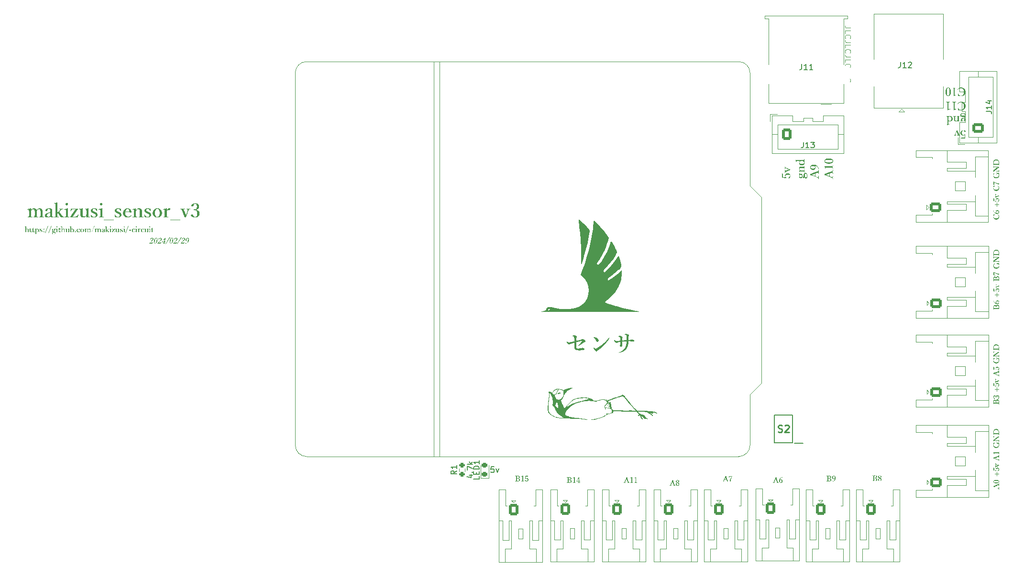
<source format=gto>
%TF.GenerationSoftware,KiCad,Pcbnew,7.0.2*%
%TF.CreationDate,2024-08-11T10:44:14+09:00*%
%TF.ProjectId,sensor_v3,73656e73-6f72-45f7-9633-2e6b69636164,rev?*%
%TF.SameCoordinates,Original*%
%TF.FileFunction,Legend,Top*%
%TF.FilePolarity,Positive*%
%FSLAX46Y46*%
G04 Gerber Fmt 4.6, Leading zero omitted, Abs format (unit mm)*
G04 Created by KiCad (PCBNEW 7.0.2) date 2024-08-11 10:44:14*
%MOMM*%
%LPD*%
G01*
G04 APERTURE LIST*
G04 Aperture macros list*
%AMRoundRect*
0 Rectangle with rounded corners*
0 $1 Rounding radius*
0 $2 $3 $4 $5 $6 $7 $8 $9 X,Y pos of 4 corners*
0 Add a 4 corners polygon primitive as box body*
4,1,4,$2,$3,$4,$5,$6,$7,$8,$9,$2,$3,0*
0 Add four circle primitives for the rounded corners*
1,1,$1+$1,$2,$3*
1,1,$1+$1,$4,$5*
1,1,$1+$1,$6,$7*
1,1,$1+$1,$8,$9*
0 Add four rect primitives between the rounded corners*
20,1,$1+$1,$2,$3,$4,$5,0*
20,1,$1+$1,$4,$5,$6,$7,0*
20,1,$1+$1,$6,$7,$8,$9,0*
20,1,$1+$1,$8,$9,$2,$3,0*%
G04 Aperture macros list end*
%ADD10C,0.200000*%
%ADD11C,0.125000*%
%ADD12C,0.100000*%
%ADD13C,0.300000*%
%ADD14C,0.150000*%
%ADD15C,0.254000*%
%ADD16C,0.120000*%
%ADD17O,2.000000X2.800000*%
%ADD18RoundRect,0.250000X0.725000X-0.600000X0.725000X0.600000X-0.725000X0.600000X-0.725000X-0.600000X0*%
%ADD19O,1.950000X1.700000*%
%ADD20O,2.800000X2.000000*%
%ADD21RoundRect,0.250000X-0.600000X-0.725000X0.600000X-0.725000X0.600000X0.725000X-0.600000X0.725000X0*%
%ADD22O,1.700000X1.950000*%
%ADD23RoundRect,0.200000X0.275000X-0.200000X0.275000X0.200000X-0.275000X0.200000X-0.275000X-0.200000X0*%
%ADD24RoundRect,0.218750X0.256250X-0.218750X0.256250X0.218750X-0.256250X0.218750X-0.256250X-0.218750X0*%
%ADD25R,1.600000X1.500000*%
%ADD26C,1.600000*%
%ADD27C,3.000000*%
%ADD28R,1.600000X1.600000*%
%ADD29C,4.000000*%
%ADD30C,1.700000*%
G04 APERTURE END LIST*
D10*
G36*
X151691209Y-114592841D02*
G01*
X151698708Y-114600096D01*
X151700062Y-114603755D01*
X151704188Y-114615609D01*
X151709250Y-114630039D01*
X151713563Y-114642296D01*
X151718625Y-114656665D01*
X151724437Y-114673144D01*
X151730999Y-114691733D01*
X151734562Y-114701819D01*
X151738311Y-114712432D01*
X151742249Y-114723574D01*
X151746373Y-114735242D01*
X151750685Y-114747439D01*
X151755185Y-114760163D01*
X151759872Y-114773414D01*
X151764747Y-114787194D01*
X151769809Y-114801500D01*
X151775058Y-114816335D01*
X151780495Y-114831697D01*
X151786120Y-114847586D01*
X151791932Y-114864004D01*
X151797931Y-114880948D01*
X151804118Y-114898421D01*
X151810493Y-114916421D01*
X151817055Y-114934949D01*
X151975568Y-115380448D01*
X151980854Y-115395337D01*
X151986025Y-115409535D01*
X151991081Y-115423043D01*
X151996024Y-115435860D01*
X152000851Y-115447986D01*
X152005564Y-115459422D01*
X152010163Y-115470167D01*
X152014647Y-115480221D01*
X152019017Y-115489584D01*
X152025357Y-115502334D01*
X152031439Y-115513529D01*
X152037263Y-115523171D01*
X152042830Y-115531258D01*
X152046399Y-115535786D01*
X152053136Y-115543462D01*
X152061127Y-115550986D01*
X152069258Y-115556966D01*
X152078723Y-115561912D01*
X152083524Y-115563630D01*
X152093581Y-115566242D01*
X152104101Y-115568087D01*
X152114998Y-115569538D01*
X152125403Y-115570656D01*
X152137013Y-115571690D01*
X152146802Y-115573383D01*
X152154107Y-115580648D01*
X152155575Y-115589031D01*
X152153382Y-115599321D01*
X152145134Y-115605975D01*
X152137013Y-115607105D01*
X152121581Y-115606780D01*
X152106547Y-115606475D01*
X152091913Y-115606192D01*
X152077677Y-115605929D01*
X152063840Y-115605688D01*
X152050402Y-115605468D01*
X152037363Y-115605268D01*
X152024722Y-115605090D01*
X152012480Y-115604932D01*
X152000637Y-115604796D01*
X151989193Y-115604681D01*
X151978148Y-115604586D01*
X151967502Y-115604513D01*
X151957254Y-115604460D01*
X151947405Y-115604429D01*
X151937955Y-115604418D01*
X151923800Y-115604442D01*
X151913851Y-115604484D01*
X151903492Y-115604547D01*
X151892722Y-115604631D01*
X151881543Y-115604736D01*
X151869953Y-115604862D01*
X151857952Y-115605009D01*
X151845542Y-115605176D01*
X151832721Y-115605365D01*
X151819490Y-115605575D01*
X151805848Y-115605806D01*
X151791797Y-115606058D01*
X151777335Y-115606331D01*
X151762463Y-115606625D01*
X151747180Y-115606940D01*
X151739385Y-115607105D01*
X151730809Y-115602142D01*
X151728437Y-115591649D01*
X151728394Y-115589519D01*
X151729940Y-115579250D01*
X151737421Y-115572815D01*
X151739385Y-115572667D01*
X151750070Y-115571985D01*
X151760142Y-115571102D01*
X151774102Y-115569397D01*
X151786684Y-115567238D01*
X151797887Y-115564623D01*
X151807712Y-115561554D01*
X151818669Y-115556753D01*
X151827175Y-115551143D01*
X151834363Y-115542993D01*
X151836838Y-115537496D01*
X151839527Y-115527648D01*
X151840844Y-115517155D01*
X151840990Y-115512094D01*
X151840269Y-115500340D01*
X151838653Y-115489288D01*
X151836113Y-115476771D01*
X151833602Y-115466421D01*
X151830572Y-115455247D01*
X151827022Y-115443248D01*
X151822952Y-115430426D01*
X151818364Y-115416779D01*
X151815016Y-115407223D01*
X151811437Y-115397300D01*
X151752330Y-115240252D01*
X151740597Y-115239631D01*
X151729089Y-115239050D01*
X151717806Y-115238509D01*
X151706748Y-115238008D01*
X151695916Y-115237547D01*
X151685309Y-115237127D01*
X151674926Y-115236746D01*
X151664769Y-115236405D01*
X151654837Y-115236105D01*
X151640362Y-115235729D01*
X151626393Y-115235444D01*
X151612930Y-115235248D01*
X151599974Y-115235143D01*
X151591618Y-115235123D01*
X151580872Y-115235168D01*
X151568967Y-115235303D01*
X151555902Y-115235529D01*
X151541678Y-115235844D01*
X151531552Y-115236105D01*
X151520910Y-115236405D01*
X151509753Y-115236746D01*
X151498081Y-115237127D01*
X151485894Y-115237547D01*
X151473191Y-115238008D01*
X151459973Y-115238509D01*
X151446241Y-115239050D01*
X151431992Y-115239631D01*
X151417229Y-115240252D01*
X151363496Y-115380448D01*
X151359349Y-115391851D01*
X151355610Y-115402890D01*
X151352279Y-115413564D01*
X151349356Y-115423873D01*
X151346841Y-115433817D01*
X151344734Y-115443396D01*
X151342559Y-115455601D01*
X151341108Y-115467157D01*
X151340383Y-115478064D01*
X151340293Y-115483274D01*
X151340713Y-115493914D01*
X151341976Y-115504251D01*
X151344079Y-115514284D01*
X151347025Y-115524013D01*
X151349085Y-115529436D01*
X151355550Y-115539115D01*
X151363547Y-115546068D01*
X151374056Y-115552319D01*
X151383585Y-115556547D01*
X151394526Y-115560379D01*
X151406880Y-115563817D01*
X151420647Y-115566859D01*
X151430609Y-115568668D01*
X151441199Y-115570301D01*
X151452417Y-115571759D01*
X151458262Y-115572422D01*
X151467604Y-115576697D01*
X151470609Y-115586464D01*
X151470718Y-115589519D01*
X151468842Y-115599531D01*
X151461028Y-115606263D01*
X151454842Y-115607105D01*
X151444546Y-115606625D01*
X151432984Y-115606192D01*
X151420155Y-115605806D01*
X151406059Y-115605468D01*
X151395958Y-115605268D01*
X151385294Y-115605090D01*
X151374068Y-115604932D01*
X151362278Y-115604796D01*
X151349926Y-115604681D01*
X151337011Y-115604586D01*
X151323532Y-115604513D01*
X151309491Y-115604460D01*
X151294887Y-115604429D01*
X151279720Y-115604418D01*
X151267236Y-115604429D01*
X151255185Y-115604460D01*
X151243568Y-115604513D01*
X151232383Y-115604586D01*
X151221632Y-115604681D01*
X151211313Y-115604796D01*
X151201428Y-115604932D01*
X151187413Y-115605176D01*
X151174372Y-115605468D01*
X151162305Y-115605806D01*
X151151213Y-115606192D01*
X151141096Y-115606625D01*
X151131953Y-115607105D01*
X151122428Y-115604563D01*
X151117070Y-115596073D01*
X151116322Y-115589031D01*
X151118169Y-115579158D01*
X151125863Y-115572519D01*
X151131953Y-115571690D01*
X151142593Y-115569583D01*
X151153142Y-115566561D01*
X151163598Y-115562622D01*
X151173963Y-115557768D01*
X151184237Y-115551998D01*
X151194419Y-115545311D01*
X151204509Y-115537709D01*
X151212016Y-115531407D01*
X151214508Y-115529191D01*
X151222153Y-115521191D01*
X151229883Y-115511752D01*
X151237700Y-115500875D01*
X151245603Y-115488559D01*
X151250919Y-115479550D01*
X151256273Y-115469901D01*
X151261665Y-115459614D01*
X151267096Y-115448687D01*
X151272565Y-115437120D01*
X151278072Y-115424915D01*
X151283617Y-115412070D01*
X151289200Y-115398586D01*
X151294821Y-115384463D01*
X151300481Y-115369701D01*
X151371920Y-115182367D01*
X151435792Y-115182367D01*
X151448271Y-115182996D01*
X151458943Y-115183413D01*
X151470739Y-115183783D01*
X151483661Y-115184106D01*
X151497707Y-115184382D01*
X151507696Y-115184539D01*
X151518185Y-115184675D01*
X151529174Y-115184791D01*
X151540663Y-115184885D01*
X151552652Y-115184959D01*
X151565141Y-115185011D01*
X151578130Y-115185043D01*
X151591618Y-115185053D01*
X151603933Y-115185043D01*
X151615779Y-115185011D01*
X151627159Y-115184959D01*
X151638070Y-115184885D01*
X151648515Y-115184791D01*
X151658491Y-115184675D01*
X151672580Y-115184463D01*
X151685617Y-115184203D01*
X151697602Y-115183896D01*
X151708534Y-115183542D01*
X151718416Y-115183141D01*
X151729954Y-115182532D01*
X151732547Y-115182367D01*
X151648039Y-114942276D01*
X151643659Y-114930034D01*
X151639040Y-114916848D01*
X151635826Y-114907532D01*
X151632506Y-114897797D01*
X151629079Y-114887642D01*
X151625545Y-114877067D01*
X151621905Y-114866072D01*
X151618157Y-114854658D01*
X151614303Y-114842823D01*
X151610341Y-114830569D01*
X151606273Y-114817895D01*
X151602098Y-114804801D01*
X151597816Y-114791288D01*
X151593427Y-114777355D01*
X151588932Y-114763002D01*
X151525673Y-114939589D01*
X151435792Y-115182367D01*
X151371920Y-115182367D01*
X151469253Y-114927133D01*
X151473182Y-114916841D01*
X151477064Y-114906635D01*
X151480897Y-114896516D01*
X151484682Y-114886482D01*
X151488419Y-114876533D01*
X151492108Y-114866671D01*
X151495748Y-114856895D01*
X151499340Y-114847204D01*
X151502885Y-114837600D01*
X151506381Y-114828081D01*
X151509828Y-114818648D01*
X151513228Y-114809301D01*
X151516579Y-114800040D01*
X151523138Y-114781775D01*
X151529503Y-114763854D01*
X151535676Y-114746276D01*
X151541656Y-114729041D01*
X151547444Y-114712150D01*
X151553038Y-114695603D01*
X151558440Y-114679399D01*
X151563650Y-114663538D01*
X151568666Y-114648021D01*
X151571102Y-114640392D01*
X151681500Y-114591055D01*
X151691209Y-114592841D01*
G37*
G36*
X152583000Y-114606686D02*
G01*
X152592831Y-114607678D01*
X152601762Y-114612283D01*
X152605449Y-114621585D01*
X152605471Y-114622562D01*
X152605310Y-114633076D01*
X152605074Y-114646299D01*
X152604846Y-114657995D01*
X152604576Y-114671215D01*
X152604262Y-114685959D01*
X152604029Y-114696635D01*
X152603778Y-114707989D01*
X152603507Y-114720019D01*
X152603217Y-114732728D01*
X152602907Y-114746113D01*
X152602579Y-114760176D01*
X152602232Y-114774917D01*
X152602051Y-114782541D01*
X152601815Y-114792683D01*
X152601593Y-114802653D01*
X152601387Y-114812451D01*
X152601107Y-114826827D01*
X152600860Y-114840816D01*
X152600649Y-114854419D01*
X152600471Y-114867635D01*
X152600328Y-114880465D01*
X152600219Y-114892908D01*
X152600145Y-114904965D01*
X152600105Y-114916636D01*
X152600097Y-114924202D01*
X152600097Y-115350894D01*
X152600108Y-115363901D01*
X152600139Y-115376299D01*
X152600192Y-115388089D01*
X152600265Y-115399269D01*
X152600360Y-115409842D01*
X152600475Y-115419805D01*
X152600688Y-115433609D01*
X152600947Y-115446043D01*
X152601254Y-115457108D01*
X152601737Y-115469730D01*
X152602304Y-115479918D01*
X152602784Y-115485960D01*
X152604333Y-115497090D01*
X152606631Y-115507612D01*
X152609676Y-115517526D01*
X152613469Y-115526833D01*
X152615973Y-115531878D01*
X152621461Y-115540033D01*
X152629590Y-115546972D01*
X152638661Y-115551952D01*
X152649672Y-115556039D01*
X152660330Y-115558763D01*
X152662623Y-115559233D01*
X152672301Y-115560790D01*
X152683287Y-115562239D01*
X152694881Y-115563629D01*
X152705754Y-115564862D01*
X152718046Y-115566201D01*
X152728197Y-115567276D01*
X152735408Y-115568026D01*
X152744349Y-115572981D01*
X152747560Y-115582432D01*
X152747864Y-115587810D01*
X152746648Y-115597985D01*
X152740857Y-115605899D01*
X152735408Y-115607105D01*
X152723089Y-115606632D01*
X152710678Y-115606189D01*
X152698176Y-115605777D01*
X152685582Y-115605395D01*
X152672897Y-115605044D01*
X152660120Y-115604724D01*
X152647251Y-115604433D01*
X152634291Y-115604174D01*
X152621239Y-115603945D01*
X152608096Y-115603747D01*
X152594861Y-115603579D01*
X152581535Y-115603441D01*
X152568117Y-115603334D01*
X152554607Y-115603258D01*
X152541006Y-115603212D01*
X152527313Y-115603197D01*
X152513111Y-115603212D01*
X152499023Y-115603258D01*
X152485046Y-115603334D01*
X152471183Y-115603441D01*
X152457432Y-115603579D01*
X152443793Y-115603747D01*
X152430267Y-115603945D01*
X152416854Y-115604174D01*
X152403553Y-115604433D01*
X152390365Y-115604724D01*
X152377290Y-115605044D01*
X152364327Y-115605395D01*
X152351476Y-115605777D01*
X152338738Y-115606189D01*
X152326113Y-115606632D01*
X152313600Y-115607105D01*
X152304270Y-115603880D01*
X152299697Y-115594206D01*
X152299190Y-115587565D01*
X152300597Y-115577634D01*
X152306634Y-115569714D01*
X152313600Y-115567538D01*
X152324807Y-115566667D01*
X152335253Y-115565797D01*
X152347999Y-115564637D01*
X152359395Y-115563477D01*
X152369439Y-115562317D01*
X152380095Y-115560867D01*
X152390096Y-115559126D01*
X152393956Y-115558256D01*
X152404541Y-115555005D01*
X152413580Y-115550929D01*
X152422172Y-115545132D01*
X152429415Y-115537133D01*
X152432547Y-115531390D01*
X152436698Y-115519336D01*
X152438851Y-115509179D01*
X152440751Y-115496828D01*
X152442397Y-115482282D01*
X152443354Y-115471367D01*
X152444199Y-115459476D01*
X152444930Y-115446611D01*
X152445550Y-115432770D01*
X152446056Y-115417954D01*
X152446450Y-115402163D01*
X152446732Y-115385397D01*
X152446901Y-115367656D01*
X152446957Y-115348940D01*
X152446957Y-114857524D01*
X152446901Y-114846980D01*
X152446732Y-114836965D01*
X152446267Y-114822934D01*
X152445550Y-114810092D01*
X152444579Y-114798439D01*
X152443354Y-114787975D01*
X152441328Y-114775874D01*
X152438851Y-114765887D01*
X152435122Y-114756376D01*
X152432547Y-114752255D01*
X152425234Y-114745024D01*
X152416117Y-114741340D01*
X152405646Y-114739753D01*
X152399574Y-114739554D01*
X152388690Y-114740028D01*
X152378340Y-114741218D01*
X152367218Y-114743133D01*
X152357072Y-114745351D01*
X152349993Y-114747126D01*
X152295038Y-114761048D01*
X152285326Y-114762984D01*
X152284780Y-114763002D01*
X152275604Y-114758521D01*
X152270912Y-114749048D01*
X152270369Y-114747126D01*
X152268309Y-114737555D01*
X152268171Y-114735646D01*
X152274086Y-114727422D01*
X152283314Y-114723678D01*
X152301086Y-114717640D01*
X152318985Y-114711432D01*
X152337012Y-114705054D01*
X152355167Y-114698506D01*
X152373450Y-114691789D01*
X152382640Y-114688366D01*
X152391861Y-114684901D01*
X152401114Y-114681394D01*
X152410400Y-114677844D01*
X152419717Y-114674252D01*
X152429066Y-114670617D01*
X152438447Y-114666939D01*
X152447860Y-114663220D01*
X152457306Y-114659458D01*
X152466783Y-114655653D01*
X152476292Y-114651806D01*
X152485833Y-114647916D01*
X152495406Y-114643984D01*
X152505010Y-114640010D01*
X152514647Y-114635993D01*
X152524316Y-114631934D01*
X152534017Y-114627832D01*
X152543750Y-114623688D01*
X152553514Y-114619501D01*
X152563311Y-114615272D01*
X152573140Y-114611000D01*
X152583000Y-114606686D01*
G37*
G36*
X153313775Y-114606686D02*
G01*
X153323606Y-114607678D01*
X153332537Y-114612283D01*
X153336223Y-114621585D01*
X153336245Y-114622562D01*
X153336085Y-114633076D01*
X153335848Y-114646299D01*
X153335621Y-114657995D01*
X153335350Y-114671215D01*
X153335037Y-114685959D01*
X153334804Y-114696635D01*
X153334552Y-114707989D01*
X153334281Y-114720019D01*
X153333991Y-114732728D01*
X153333682Y-114746113D01*
X153333354Y-114760176D01*
X153333007Y-114774917D01*
X153332826Y-114782541D01*
X153332589Y-114792683D01*
X153332368Y-114802653D01*
X153332162Y-114812451D01*
X153331881Y-114826827D01*
X153331635Y-114840816D01*
X153331423Y-114854419D01*
X153331246Y-114867635D01*
X153331103Y-114880465D01*
X153330994Y-114892908D01*
X153330919Y-114904965D01*
X153330879Y-114916636D01*
X153330872Y-114924202D01*
X153330872Y-115350894D01*
X153330882Y-115363901D01*
X153330914Y-115376299D01*
X153330966Y-115388089D01*
X153331040Y-115399269D01*
X153331134Y-115409842D01*
X153331250Y-115419805D01*
X153331462Y-115433609D01*
X153331722Y-115446043D01*
X153332029Y-115457108D01*
X153332512Y-115469730D01*
X153333078Y-115479918D01*
X153333558Y-115485960D01*
X153335108Y-115497090D01*
X153337405Y-115507612D01*
X153340451Y-115517526D01*
X153344244Y-115526833D01*
X153346748Y-115531878D01*
X153352236Y-115540033D01*
X153360365Y-115546972D01*
X153369435Y-115551952D01*
X153380446Y-115556039D01*
X153391105Y-115558763D01*
X153393398Y-115559233D01*
X153403076Y-115560790D01*
X153414061Y-115562239D01*
X153425656Y-115563629D01*
X153436528Y-115564862D01*
X153448821Y-115566201D01*
X153458971Y-115567276D01*
X153466182Y-115568026D01*
X153475123Y-115572981D01*
X153478335Y-115582432D01*
X153478639Y-115587810D01*
X153477422Y-115597985D01*
X153471632Y-115605899D01*
X153466182Y-115607105D01*
X153453863Y-115606632D01*
X153441453Y-115606189D01*
X153428951Y-115605777D01*
X153416357Y-115605395D01*
X153403671Y-115605044D01*
X153390894Y-115604724D01*
X153378026Y-115604433D01*
X153365066Y-115604174D01*
X153352014Y-115603945D01*
X153338871Y-115603747D01*
X153325636Y-115603579D01*
X153312309Y-115603441D01*
X153298891Y-115603334D01*
X153285382Y-115603258D01*
X153271780Y-115603212D01*
X153258087Y-115603197D01*
X153243886Y-115603212D01*
X153229797Y-115603258D01*
X153215821Y-115603334D01*
X153201957Y-115603441D01*
X153188206Y-115603579D01*
X153174568Y-115603747D01*
X153161042Y-115603945D01*
X153147629Y-115604174D01*
X153134328Y-115604433D01*
X153121140Y-115604724D01*
X153108064Y-115605044D01*
X153095101Y-115605395D01*
X153082251Y-115605777D01*
X153069513Y-115606189D01*
X153056888Y-115606632D01*
X153044375Y-115607105D01*
X153035045Y-115603880D01*
X153030471Y-115594206D01*
X153029965Y-115587565D01*
X153031372Y-115577634D01*
X153037409Y-115569714D01*
X153044375Y-115567538D01*
X153055581Y-115566667D01*
X153066028Y-115565797D01*
X153078774Y-115564637D01*
X153090170Y-115563477D01*
X153100214Y-115562317D01*
X153110870Y-115560867D01*
X153120870Y-115559126D01*
X153124731Y-115558256D01*
X153135315Y-115555005D01*
X153144354Y-115550929D01*
X153152946Y-115545132D01*
X153160189Y-115537133D01*
X153163321Y-115531390D01*
X153167473Y-115519336D01*
X153169626Y-115509179D01*
X153171526Y-115496828D01*
X153173172Y-115482282D01*
X153174129Y-115471367D01*
X153174973Y-115459476D01*
X153175705Y-115446611D01*
X153176324Y-115432770D01*
X153176831Y-115417954D01*
X153177225Y-115402163D01*
X153177506Y-115385397D01*
X153177675Y-115367656D01*
X153177732Y-115348940D01*
X153177732Y-114857524D01*
X153177675Y-114846980D01*
X153177506Y-114836965D01*
X153177042Y-114822934D01*
X153176324Y-114810092D01*
X153175353Y-114798439D01*
X153174129Y-114787975D01*
X153172102Y-114775874D01*
X153169626Y-114765887D01*
X153165896Y-114756376D01*
X153163321Y-114752255D01*
X153156009Y-114745024D01*
X153146892Y-114741340D01*
X153136420Y-114739753D01*
X153130348Y-114739554D01*
X153119464Y-114740028D01*
X153109114Y-114741218D01*
X153097993Y-114743133D01*
X153087846Y-114745351D01*
X153080767Y-114747126D01*
X153025812Y-114761048D01*
X153016101Y-114762984D01*
X153015554Y-114763002D01*
X153006378Y-114758521D01*
X153001687Y-114749048D01*
X153001144Y-114747126D01*
X152999083Y-114737555D01*
X152998946Y-114735646D01*
X153004861Y-114727422D01*
X153014089Y-114723678D01*
X153031860Y-114717640D01*
X153049760Y-114711432D01*
X153067787Y-114705054D01*
X153085942Y-114698506D01*
X153104225Y-114691789D01*
X153113414Y-114688366D01*
X153122636Y-114684901D01*
X153131889Y-114681394D01*
X153141174Y-114677844D01*
X153150492Y-114674252D01*
X153159841Y-114670617D01*
X153169222Y-114666939D01*
X153178635Y-114663220D01*
X153188080Y-114659458D01*
X153197557Y-114655653D01*
X153207066Y-114651806D01*
X153216607Y-114647916D01*
X153226180Y-114643984D01*
X153235785Y-114640010D01*
X153245422Y-114635993D01*
X153255091Y-114631934D01*
X153264791Y-114627832D01*
X153274524Y-114623688D01*
X153284289Y-114619501D01*
X153294086Y-114615272D01*
X153303914Y-114611000D01*
X153313775Y-114606686D01*
G37*
D11*
G36*
X45325888Y-70673264D02*
G01*
X45335819Y-70658121D01*
X45346194Y-70643955D01*
X45357014Y-70630766D01*
X45368279Y-70618554D01*
X45379989Y-70607318D01*
X45392143Y-70597060D01*
X45404741Y-70587779D01*
X45417784Y-70579475D01*
X45431272Y-70572147D01*
X45445204Y-70565797D01*
X45459581Y-70560424D01*
X45474403Y-70556027D01*
X45489669Y-70552608D01*
X45505380Y-70550166D01*
X45521535Y-70548700D01*
X45538135Y-70548212D01*
X45552505Y-70548534D01*
X45566488Y-70549500D01*
X45580085Y-70551110D01*
X45593296Y-70553364D01*
X45606120Y-70556262D01*
X45618558Y-70559804D01*
X45630609Y-70563990D01*
X45642274Y-70568820D01*
X45653553Y-70574294D01*
X45664445Y-70580412D01*
X45671491Y-70584848D01*
X45680897Y-70591300D01*
X45689695Y-70598201D01*
X45697887Y-70605551D01*
X45705472Y-70613348D01*
X45712450Y-70621594D01*
X45718821Y-70630289D01*
X45724586Y-70639432D01*
X45729743Y-70649023D01*
X45734294Y-70659063D01*
X45738238Y-70669551D01*
X45741576Y-70680487D01*
X45744306Y-70691872D01*
X45746430Y-70703706D01*
X45747947Y-70715987D01*
X45748857Y-70728718D01*
X45749161Y-70741896D01*
X45746474Y-70896258D01*
X45746474Y-70988826D01*
X45746511Y-71003896D01*
X45746623Y-71018150D01*
X45746809Y-71031587D01*
X45747069Y-71044208D01*
X45747404Y-71056012D01*
X45747814Y-71066999D01*
X45748297Y-71077169D01*
X45749162Y-71090893D01*
X45750195Y-71102780D01*
X45751395Y-71112830D01*
X45753255Y-71123370D01*
X45756000Y-71131952D01*
X45761438Y-71140391D01*
X45770120Y-71146778D01*
X45779401Y-71150411D01*
X45784820Y-71151736D01*
X45795582Y-71153625D01*
X45806047Y-71154949D01*
X45817473Y-71156214D01*
X45828727Y-71157360D01*
X45833669Y-71157842D01*
X45842245Y-71163296D01*
X45844649Y-71172859D01*
X45844660Y-71173718D01*
X45842604Y-71183680D01*
X45833712Y-71189045D01*
X45832203Y-71189105D01*
X45820861Y-71188787D01*
X45809428Y-71188433D01*
X45797456Y-71188055D01*
X45786829Y-71187717D01*
X45774790Y-71187331D01*
X45761338Y-71186898D01*
X45746474Y-71186418D01*
X45735750Y-71186132D01*
X45725561Y-71185884D01*
X45713575Y-71185628D01*
X45702424Y-71185431D01*
X45692109Y-71185294D01*
X45680831Y-71185208D01*
X45675644Y-71185197D01*
X45665291Y-71185227D01*
X45653924Y-71185316D01*
X45644101Y-71185431D01*
X45633629Y-71185583D01*
X45622508Y-71185774D01*
X45610739Y-71186003D01*
X45598321Y-71186270D01*
X45591868Y-71186418D01*
X45580598Y-71186898D01*
X45570233Y-71187331D01*
X45557822Y-71187835D01*
X45547022Y-71188255D01*
X45535787Y-71188661D01*
X45525626Y-71188976D01*
X45518351Y-71189105D01*
X45509001Y-71186160D01*
X45504794Y-71176467D01*
X45504674Y-71173718D01*
X45506689Y-71164028D01*
X45514703Y-71158189D01*
X45516886Y-71157842D01*
X45526709Y-71156819D01*
X45537592Y-71155583D01*
X45548606Y-71154164D01*
X45558634Y-71152594D01*
X45567688Y-71150515D01*
X45577448Y-71146227D01*
X45584900Y-71139747D01*
X45589670Y-71131952D01*
X45593762Y-71121632D01*
X45596070Y-71111699D01*
X45597865Y-71099631D01*
X45598932Y-71088440D01*
X45599670Y-71075882D01*
X45600008Y-71065568D01*
X45600162Y-71054484D01*
X45600173Y-71050619D01*
X45600173Y-70988581D01*
X45600173Y-70802957D01*
X45600173Y-70772182D01*
X45599966Y-70760111D01*
X45599348Y-70748445D01*
X45598318Y-70737183D01*
X45596875Y-70726326D01*
X45595021Y-70715873D01*
X45592754Y-70705825D01*
X45590075Y-70696181D01*
X45586983Y-70686942D01*
X45580818Y-70674458D01*
X45573863Y-70663202D01*
X45566118Y-70653175D01*
X45557583Y-70644375D01*
X45548258Y-70636803D01*
X45538143Y-70630459D01*
X45527237Y-70625342D01*
X45515542Y-70621454D01*
X45503057Y-70618794D01*
X45489782Y-70617361D01*
X45480494Y-70617088D01*
X45465989Y-70617773D01*
X45452060Y-70619827D01*
X45438707Y-70623251D01*
X45425928Y-70628045D01*
X45413725Y-70634208D01*
X45402097Y-70641740D01*
X45391045Y-70650643D01*
X45380568Y-70660914D01*
X45373903Y-70668523D01*
X45367493Y-70676741D01*
X45361339Y-70685567D01*
X45355441Y-70695002D01*
X45350160Y-70704801D01*
X45345398Y-70714691D01*
X45341155Y-70724671D01*
X45337432Y-70734741D01*
X45334229Y-70744901D01*
X45331545Y-70755151D01*
X45329380Y-70765492D01*
X45327735Y-70775922D01*
X45326609Y-70786443D01*
X45326003Y-70797054D01*
X45325888Y-70804178D01*
X45325888Y-70988581D01*
X45325920Y-71003739D01*
X45326018Y-71018070D01*
X45326180Y-71031575D01*
X45326407Y-71044254D01*
X45326699Y-71056106D01*
X45327056Y-71067132D01*
X45327477Y-71077332D01*
X45328232Y-71091083D01*
X45329132Y-71102975D01*
X45330178Y-71113008D01*
X45331800Y-71123493D01*
X45334192Y-71131952D01*
X45340122Y-71140513D01*
X45348518Y-71146543D01*
X45358521Y-71150542D01*
X45361059Y-71151247D01*
X45371897Y-71153256D01*
X45382209Y-71154690D01*
X45392833Y-71155938D01*
X45402946Y-71156991D01*
X45411861Y-71157842D01*
X45421211Y-71161248D01*
X45425419Y-71170085D01*
X45425539Y-71172496D01*
X45423616Y-71182617D01*
X45415802Y-71188699D01*
X45411861Y-71189105D01*
X45401772Y-71188843D01*
X45391450Y-71188515D01*
X45380660Y-71188158D01*
X45367617Y-71187717D01*
X45356358Y-71187331D01*
X45343832Y-71186898D01*
X45330040Y-71186418D01*
X45319961Y-71186132D01*
X45308039Y-71185828D01*
X45296868Y-71185583D01*
X45286448Y-71185399D01*
X45274936Y-71185255D01*
X45264506Y-71185198D01*
X45262873Y-71185197D01*
X45252355Y-71185227D01*
X45240643Y-71185316D01*
X45230416Y-71185431D01*
X45219425Y-71185583D01*
X45207670Y-71185774D01*
X45195153Y-71186003D01*
X45185264Y-71186200D01*
X45174946Y-71186418D01*
X45162540Y-71186898D01*
X45151152Y-71187331D01*
X45140782Y-71187717D01*
X45128537Y-71188158D01*
X45118101Y-71188515D01*
X45107601Y-71188843D01*
X45097648Y-71189081D01*
X45095078Y-71189105D01*
X45086502Y-71184349D01*
X45084130Y-71174293D01*
X45084087Y-71172252D01*
X45086502Y-71162707D01*
X45095078Y-71157598D01*
X45105245Y-71156571D01*
X45116493Y-71155320D01*
X45127851Y-71153866D01*
X45138149Y-71152235D01*
X45147346Y-71150026D01*
X45156701Y-71146195D01*
X45164622Y-71139833D01*
X45170061Y-71131219D01*
X45173227Y-71121513D01*
X45175374Y-71110322D01*
X45176759Y-71099930D01*
X45177950Y-71087824D01*
X45178948Y-71074006D01*
X45179506Y-71063843D01*
X45179979Y-71052918D01*
X45180365Y-71041231D01*
X45180665Y-71028783D01*
X45180880Y-71015574D01*
X45181009Y-71001604D01*
X45181052Y-70986872D01*
X45181052Y-70364541D01*
X45181002Y-70350196D01*
X45180854Y-70336654D01*
X45180607Y-70323915D01*
X45180262Y-70311979D01*
X45179818Y-70300846D01*
X45179274Y-70290515D01*
X45178397Y-70277990D01*
X45177343Y-70266893D01*
X45175780Y-70255027D01*
X45175434Y-70252922D01*
X45172998Y-70243423D01*
X45168075Y-70234149D01*
X45160971Y-70227194D01*
X45151686Y-70222557D01*
X45140220Y-70220239D01*
X45133669Y-70219949D01*
X45128784Y-70219949D01*
X45089705Y-70219949D01*
X45083599Y-70219949D01*
X45075537Y-70214180D01*
X45073195Y-70204592D01*
X45073096Y-70203585D01*
X45072608Y-70196258D01*
X45078237Y-70187671D01*
X45087018Y-70184534D01*
X45100547Y-70182073D01*
X45114206Y-70179455D01*
X45127994Y-70176677D01*
X45141912Y-70173742D01*
X45155960Y-70170648D01*
X45170137Y-70167395D01*
X45184445Y-70163984D01*
X45198882Y-70160415D01*
X45213448Y-70156687D01*
X45228145Y-70152802D01*
X45242971Y-70148757D01*
X45257927Y-70144555D01*
X45273013Y-70140193D01*
X45288229Y-70135674D01*
X45303574Y-70130996D01*
X45319049Y-70126160D01*
X45328866Y-70128521D01*
X45332727Y-70136907D01*
X45332306Y-70147559D01*
X45331899Y-70158206D01*
X45331504Y-70168848D01*
X45331124Y-70179485D01*
X45330756Y-70190117D01*
X45330403Y-70200743D01*
X45330062Y-70211364D01*
X45329735Y-70221980D01*
X45329421Y-70232590D01*
X45329120Y-70243195D01*
X45328833Y-70253795D01*
X45328559Y-70264390D01*
X45328299Y-70274980D01*
X45328052Y-70285564D01*
X45327818Y-70296143D01*
X45327598Y-70306717D01*
X45327391Y-70317285D01*
X45327197Y-70327848D01*
X45327017Y-70338406D01*
X45326850Y-70348959D01*
X45326696Y-70359507D01*
X45326556Y-70370049D01*
X45326429Y-70380586D01*
X45326315Y-70391118D01*
X45326215Y-70401644D01*
X45326128Y-70412166D01*
X45326055Y-70422682D01*
X45325995Y-70433192D01*
X45325948Y-70443698D01*
X45325915Y-70454198D01*
X45325895Y-70464693D01*
X45325888Y-70475183D01*
X45325888Y-70673264D01*
G37*
G36*
X45977528Y-70618065D02*
G01*
X45887646Y-70619531D01*
X45877972Y-70616783D01*
X45872530Y-70607605D01*
X45871771Y-70599991D01*
X45873820Y-70589806D01*
X45881525Y-70582680D01*
X45889112Y-70580940D01*
X45901985Y-70578918D01*
X45914591Y-70576149D01*
X45926932Y-70572633D01*
X45939006Y-70568369D01*
X45950814Y-70563359D01*
X45962356Y-70557602D01*
X45973632Y-70551097D01*
X45984641Y-70543846D01*
X45995385Y-70535847D01*
X46005862Y-70527102D01*
X46012699Y-70520856D01*
X46021390Y-70513133D01*
X46029695Y-70505074D01*
X46037613Y-70496681D01*
X46045145Y-70487952D01*
X46052290Y-70478889D01*
X46059050Y-70469491D01*
X46065422Y-70459758D01*
X46071409Y-70449690D01*
X46077009Y-70439287D01*
X46082222Y-70428550D01*
X46085483Y-70421205D01*
X46091368Y-70412871D01*
X46100962Y-70408383D01*
X46109419Y-70407528D01*
X46119980Y-70408863D01*
X46128195Y-70415221D01*
X46129447Y-70421205D01*
X46128944Y-70437676D01*
X46128474Y-70453140D01*
X46128036Y-70467596D01*
X46127630Y-70481045D01*
X46127257Y-70493486D01*
X46126917Y-70504920D01*
X46126608Y-70515346D01*
X46126207Y-70529096D01*
X46125879Y-70540579D01*
X46125554Y-70552364D01*
X46125311Y-70562485D01*
X46125295Y-70563843D01*
X46139039Y-70563827D01*
X46152612Y-70563778D01*
X46166013Y-70563697D01*
X46179242Y-70563584D01*
X46192299Y-70563438D01*
X46205185Y-70563259D01*
X46217899Y-70563048D01*
X46230441Y-70562805D01*
X46242812Y-70562529D01*
X46255011Y-70562221D01*
X46267038Y-70561881D01*
X46278893Y-70561508D01*
X46290576Y-70561102D01*
X46302088Y-70560664D01*
X46313428Y-70560194D01*
X46324597Y-70559691D01*
X46330703Y-70565797D01*
X46330703Y-70569217D01*
X46314827Y-70610005D01*
X46309063Y-70617958D01*
X46301150Y-70619531D01*
X46288230Y-70618850D01*
X46275546Y-70618214D01*
X46263096Y-70617621D01*
X46250881Y-70617073D01*
X46238901Y-70616568D01*
X46227155Y-70616107D01*
X46215645Y-70615690D01*
X46204368Y-70615317D01*
X46193327Y-70614988D01*
X46182520Y-70614703D01*
X46171948Y-70614462D01*
X46161611Y-70614264D01*
X46151508Y-70614110D01*
X46141640Y-70614001D01*
X46127278Y-70613918D01*
X46122608Y-70613913D01*
X46119189Y-70961715D01*
X46119293Y-70974630D01*
X46119605Y-70986998D01*
X46120125Y-70998818D01*
X46120853Y-71010090D01*
X46121788Y-71020815D01*
X46122932Y-71030992D01*
X46125038Y-71045231D01*
X46127612Y-71058237D01*
X46130654Y-71070012D01*
X46134164Y-71080554D01*
X46138142Y-71089864D01*
X46144173Y-71100361D01*
X46145811Y-71102643D01*
X46153631Y-71111172D01*
X46161946Y-71118564D01*
X46170758Y-71124819D01*
X46180066Y-71129937D01*
X46189870Y-71133917D01*
X46200170Y-71136761D01*
X46210967Y-71138466D01*
X46222259Y-71139035D01*
X46233376Y-71138409D01*
X46244500Y-71136532D01*
X46255633Y-71133402D01*
X46266772Y-71129021D01*
X46277920Y-71123388D01*
X46289075Y-71116504D01*
X46297446Y-71110519D01*
X46305822Y-71103830D01*
X46311408Y-71098979D01*
X46319712Y-71095316D01*
X46329003Y-71098682D01*
X46334122Y-71103131D01*
X46340609Y-71111013D01*
X46343159Y-71118519D01*
X46339283Y-71127743D01*
X46336809Y-71130487D01*
X46327615Y-71139478D01*
X46318227Y-71147889D01*
X46308648Y-71155720D01*
X46298875Y-71162971D01*
X46288910Y-71169642D01*
X46278752Y-71175733D01*
X46268401Y-71181243D01*
X46257857Y-71186174D01*
X46247121Y-71190525D01*
X46236192Y-71194295D01*
X46225071Y-71197485D01*
X46213756Y-71200096D01*
X46202249Y-71202126D01*
X46190550Y-71203576D01*
X46178657Y-71204446D01*
X46166572Y-71204736D01*
X46154546Y-71204554D01*
X46142892Y-71204008D01*
X46131610Y-71203096D01*
X46120700Y-71201821D01*
X46110162Y-71200181D01*
X46099996Y-71198176D01*
X46090203Y-71195807D01*
X46080781Y-71193074D01*
X46067347Y-71188290D01*
X46054750Y-71182687D01*
X46042989Y-71176263D01*
X46032066Y-71169020D01*
X46021981Y-71160956D01*
X46018805Y-71158086D01*
X46010337Y-71148156D01*
X46002702Y-71137323D01*
X45995900Y-71125590D01*
X45989931Y-71112955D01*
X45984794Y-71099418D01*
X45981833Y-71089892D01*
X45979242Y-71079966D01*
X45977021Y-71069639D01*
X45975170Y-71058912D01*
X45973689Y-71047783D01*
X45972579Y-71036254D01*
X45971838Y-71024324D01*
X45971468Y-71011994D01*
X45971422Y-71005678D01*
X45971452Y-70994275D01*
X45971542Y-70981498D01*
X45971692Y-70967348D01*
X45971826Y-70957150D01*
X45971986Y-70946343D01*
X45972173Y-70934924D01*
X45972387Y-70922895D01*
X45972627Y-70910256D01*
X45972894Y-70897006D01*
X45973188Y-70883145D01*
X45973509Y-70868674D01*
X45973856Y-70853592D01*
X45974230Y-70837899D01*
X45974631Y-70821596D01*
X45974841Y-70813215D01*
X45977528Y-70618065D01*
G37*
G36*
X46469921Y-70618065D02*
G01*
X46380040Y-70619531D01*
X46370366Y-70616783D01*
X46364924Y-70607605D01*
X46364164Y-70599991D01*
X46366213Y-70589806D01*
X46373919Y-70582680D01*
X46381505Y-70580940D01*
X46394378Y-70578918D01*
X46406985Y-70576149D01*
X46419325Y-70572633D01*
X46431400Y-70568369D01*
X46443208Y-70563359D01*
X46454750Y-70557602D01*
X46466025Y-70551097D01*
X46477035Y-70543846D01*
X46487778Y-70535847D01*
X46498255Y-70527102D01*
X46505092Y-70520856D01*
X46513783Y-70513133D01*
X46522088Y-70505074D01*
X46530007Y-70496681D01*
X46537538Y-70487952D01*
X46544684Y-70478889D01*
X46551443Y-70469491D01*
X46557816Y-70459758D01*
X46563802Y-70449690D01*
X46569402Y-70439287D01*
X46574616Y-70428550D01*
X46577877Y-70421205D01*
X46583761Y-70412871D01*
X46593356Y-70408383D01*
X46601812Y-70407528D01*
X46612374Y-70408863D01*
X46620589Y-70415221D01*
X46621840Y-70421205D01*
X46621338Y-70437676D01*
X46620867Y-70453140D01*
X46620429Y-70467596D01*
X46620024Y-70481045D01*
X46619651Y-70493486D01*
X46619310Y-70504920D01*
X46619002Y-70515346D01*
X46618601Y-70529096D01*
X46618272Y-70540579D01*
X46617948Y-70552364D01*
X46617704Y-70562485D01*
X46617688Y-70563843D01*
X46631433Y-70563827D01*
X46645005Y-70563778D01*
X46658406Y-70563697D01*
X46671635Y-70563584D01*
X46684693Y-70563438D01*
X46697579Y-70563259D01*
X46710293Y-70563048D01*
X46722835Y-70562805D01*
X46735205Y-70562529D01*
X46747404Y-70562221D01*
X46759431Y-70561881D01*
X46771286Y-70561508D01*
X46782970Y-70561102D01*
X46794482Y-70560664D01*
X46805822Y-70560194D01*
X46816990Y-70559691D01*
X46823096Y-70565797D01*
X46823096Y-70569217D01*
X46807221Y-70610005D01*
X46801456Y-70617958D01*
X46793543Y-70619531D01*
X46780624Y-70618850D01*
X46767940Y-70618214D01*
X46755490Y-70617621D01*
X46743275Y-70617073D01*
X46731295Y-70616568D01*
X46719549Y-70616107D01*
X46708038Y-70615690D01*
X46696762Y-70615317D01*
X46685720Y-70614988D01*
X46674914Y-70614703D01*
X46664342Y-70614462D01*
X46654004Y-70614264D01*
X46643901Y-70614110D01*
X46634033Y-70614001D01*
X46619672Y-70613918D01*
X46615002Y-70613913D01*
X46611582Y-70961715D01*
X46611686Y-70974630D01*
X46611998Y-70986998D01*
X46612518Y-70998818D01*
X46613246Y-71010090D01*
X46614182Y-71020815D01*
X46615326Y-71030992D01*
X46617432Y-71045231D01*
X46620006Y-71058237D01*
X46623048Y-71070012D01*
X46626557Y-71080554D01*
X46630535Y-71089864D01*
X46636567Y-71100361D01*
X46638205Y-71102643D01*
X46646024Y-71111172D01*
X46654340Y-71118564D01*
X46663152Y-71124819D01*
X46672460Y-71129937D01*
X46682264Y-71133917D01*
X46692564Y-71136761D01*
X46703360Y-71138466D01*
X46714653Y-71139035D01*
X46725770Y-71138409D01*
X46736894Y-71136532D01*
X46748026Y-71133402D01*
X46759166Y-71129021D01*
X46770313Y-71123388D01*
X46781468Y-71116504D01*
X46789840Y-71110519D01*
X46798215Y-71103830D01*
X46803801Y-71098979D01*
X46812106Y-71095316D01*
X46821397Y-71098682D01*
X46826516Y-71103131D01*
X46833002Y-71111013D01*
X46835553Y-71118519D01*
X46831677Y-71127743D01*
X46829203Y-71130487D01*
X46820008Y-71139478D01*
X46810621Y-71147889D01*
X46801041Y-71155720D01*
X46791269Y-71162971D01*
X46781303Y-71169642D01*
X46771145Y-71175733D01*
X46760795Y-71181243D01*
X46750251Y-71186174D01*
X46739515Y-71190525D01*
X46728586Y-71194295D01*
X46717464Y-71197485D01*
X46706150Y-71200096D01*
X46694643Y-71202126D01*
X46682943Y-71203576D01*
X46671051Y-71204446D01*
X46658965Y-71204736D01*
X46646939Y-71204554D01*
X46635285Y-71204008D01*
X46624003Y-71203096D01*
X46613093Y-71201821D01*
X46602556Y-71200181D01*
X46592390Y-71198176D01*
X46582596Y-71195807D01*
X46573175Y-71193074D01*
X46559740Y-71188290D01*
X46547143Y-71182687D01*
X46535383Y-71176263D01*
X46524460Y-71169020D01*
X46514374Y-71160956D01*
X46511198Y-71158086D01*
X46502731Y-71148156D01*
X46495096Y-71137323D01*
X46488293Y-71125590D01*
X46482324Y-71112955D01*
X46477188Y-71099418D01*
X46474227Y-71089892D01*
X46471635Y-71079966D01*
X46469414Y-71069639D01*
X46467563Y-71058912D01*
X46466083Y-71047783D01*
X46464972Y-71036254D01*
X46464232Y-71024324D01*
X46463862Y-71011994D01*
X46463815Y-71005678D01*
X46463845Y-70994275D01*
X46463935Y-70981498D01*
X46464086Y-70967348D01*
X46464219Y-70957150D01*
X46464380Y-70946343D01*
X46464567Y-70934924D01*
X46464780Y-70922895D01*
X46465021Y-70910256D01*
X46465288Y-70897006D01*
X46465582Y-70883145D01*
X46465902Y-70868674D01*
X46466250Y-70853592D01*
X46466624Y-70837899D01*
X46467024Y-70821596D01*
X46467235Y-70813215D01*
X46469921Y-70618065D01*
G37*
G36*
X47313201Y-70548617D02*
G01*
X47331614Y-70549834D01*
X47349479Y-70551861D01*
X47366796Y-70554699D01*
X47383566Y-70558349D01*
X47399788Y-70562809D01*
X47415463Y-70568080D01*
X47430590Y-70574162D01*
X47445169Y-70581056D01*
X47459200Y-70588760D01*
X47472684Y-70597275D01*
X47485620Y-70606601D01*
X47498009Y-70616738D01*
X47509850Y-70627686D01*
X47521144Y-70639445D01*
X47531889Y-70652015D01*
X47540466Y-70663042D01*
X47548490Y-70674447D01*
X47555961Y-70686230D01*
X47562878Y-70698390D01*
X47569241Y-70710929D01*
X47575052Y-70723845D01*
X47580308Y-70737139D01*
X47585012Y-70750811D01*
X47589162Y-70764861D01*
X47592759Y-70779288D01*
X47595803Y-70794094D01*
X47598293Y-70809277D01*
X47600230Y-70824838D01*
X47601613Y-70840776D01*
X47602443Y-70857093D01*
X47602720Y-70873787D01*
X47602624Y-70883808D01*
X47602335Y-70893689D01*
X47601182Y-70913034D01*
X47599259Y-70931822D01*
X47596568Y-70950052D01*
X47593107Y-70967725D01*
X47588878Y-70984842D01*
X47583880Y-71001400D01*
X47578112Y-71017402D01*
X47571576Y-71032847D01*
X47564271Y-71047734D01*
X47556196Y-71062064D01*
X47547353Y-71075837D01*
X47537741Y-71089053D01*
X47527359Y-71101712D01*
X47516209Y-71113813D01*
X47504290Y-71125357D01*
X47493176Y-71134970D01*
X47481632Y-71143962D01*
X47469660Y-71152334D01*
X47457258Y-71160086D01*
X47444426Y-71167217D01*
X47431166Y-71173729D01*
X47417476Y-71179620D01*
X47403356Y-71184892D01*
X47388808Y-71189543D01*
X47373830Y-71193574D01*
X47358422Y-71196985D01*
X47342586Y-71199775D01*
X47326320Y-71201946D01*
X47309624Y-71203496D01*
X47292500Y-71204426D01*
X47274946Y-71204736D01*
X47263374Y-71204492D01*
X47251983Y-71203759D01*
X47240774Y-71202538D01*
X47229746Y-71200829D01*
X47218899Y-71198630D01*
X47208233Y-71195944D01*
X47197749Y-71192769D01*
X47187446Y-71189105D01*
X47177324Y-71184953D01*
X47167384Y-71180312D01*
X47157624Y-71175183D01*
X47148046Y-71169565D01*
X47138650Y-71163459D01*
X47129434Y-71156865D01*
X47120400Y-71149782D01*
X47111547Y-71142210D01*
X47111547Y-71283627D01*
X47111561Y-71293689D01*
X47111604Y-71303481D01*
X47111772Y-71322255D01*
X47112054Y-71339950D01*
X47112448Y-71356564D01*
X47112955Y-71372098D01*
X47113574Y-71386552D01*
X47114306Y-71399927D01*
X47115150Y-71412221D01*
X47116107Y-71423435D01*
X47117176Y-71433569D01*
X47118992Y-71446745D01*
X47121060Y-71457492D01*
X47124213Y-71468040D01*
X47125958Y-71471694D01*
X47132937Y-71479681D01*
X47141757Y-71484700D01*
X47151115Y-71488302D01*
X47162518Y-71491539D01*
X47172412Y-71493725D01*
X47183458Y-71495706D01*
X47195654Y-71497481D01*
X47209000Y-71499049D01*
X47218342Y-71503445D01*
X47221444Y-71513334D01*
X47221457Y-71514192D01*
X47220240Y-71524110D01*
X47213854Y-71532099D01*
X47209000Y-71532999D01*
X47195785Y-71532673D01*
X47182946Y-71532369D01*
X47170483Y-71532086D01*
X47158396Y-71531823D01*
X47146685Y-71531582D01*
X47135350Y-71531362D01*
X47124390Y-71531162D01*
X47113807Y-71530984D01*
X47103599Y-71530826D01*
X47093767Y-71530690D01*
X47079724Y-71530525D01*
X47066527Y-71530407D01*
X47054176Y-71530336D01*
X47042671Y-71530312D01*
X47030598Y-71530336D01*
X47017735Y-71530407D01*
X47004082Y-71530525D01*
X46989640Y-71530690D01*
X46979572Y-71530826D01*
X46969154Y-71530984D01*
X46958384Y-71531162D01*
X46947263Y-71531362D01*
X46935792Y-71531582D01*
X46923969Y-71531823D01*
X46911795Y-71532086D01*
X46899270Y-71532369D01*
X46886394Y-71532673D01*
X46873166Y-71532999D01*
X46864590Y-71528174D01*
X46862218Y-71517972D01*
X46862175Y-71515902D01*
X46864279Y-71505844D01*
X46872490Y-71499916D01*
X46873166Y-71499782D01*
X46885636Y-71498386D01*
X46897031Y-71496762D01*
X46907354Y-71494911D01*
X46919448Y-71492089D01*
X46929634Y-71488862D01*
X46939682Y-71484260D01*
X46947805Y-71477903D01*
X46950836Y-71473159D01*
X46954213Y-71463779D01*
X46956450Y-71454209D01*
X46958435Y-71442467D01*
X46960166Y-71428552D01*
X46961179Y-71418069D01*
X46962080Y-71406620D01*
X46962868Y-71394205D01*
X46963543Y-71380825D01*
X46964106Y-71366480D01*
X46964556Y-71351169D01*
X46964894Y-71334893D01*
X46965119Y-71317651D01*
X46965232Y-71299443D01*
X46965246Y-71289977D01*
X46965246Y-70969286D01*
X47111547Y-70969286D01*
X47111758Y-70983431D01*
X47112389Y-70996924D01*
X47113441Y-71009764D01*
X47114913Y-71021951D01*
X47116807Y-71033486D01*
X47119121Y-71044368D01*
X47121856Y-71054598D01*
X47125011Y-71064175D01*
X47129873Y-71075929D01*
X47135483Y-71086523D01*
X47141444Y-71095928D01*
X47147665Y-71104727D01*
X47154145Y-71112918D01*
X47160884Y-71120503D01*
X47167883Y-71127481D01*
X47178869Y-71136811D01*
X47190438Y-71144775D01*
X47202591Y-71151374D01*
X47215328Y-71156607D01*
X47228648Y-71160476D01*
X47242553Y-71162979D01*
X47257042Y-71164116D01*
X47262001Y-71164192D01*
X47272419Y-71163837D01*
X47282548Y-71162772D01*
X47292386Y-71160998D01*
X47301935Y-71158513D01*
X47311193Y-71155319D01*
X47320161Y-71151415D01*
X47328839Y-71146801D01*
X47337228Y-71141478D01*
X47345326Y-71135444D01*
X47353134Y-71128701D01*
X47360652Y-71121247D01*
X47367880Y-71113084D01*
X47374818Y-71104211D01*
X47381466Y-71094629D01*
X47387824Y-71084336D01*
X47393892Y-71073334D01*
X47398713Y-71063609D01*
X47403223Y-71053546D01*
X47407422Y-71043146D01*
X47411310Y-71032408D01*
X47414886Y-71021332D01*
X47418152Y-71009918D01*
X47421107Y-70998167D01*
X47423751Y-70986078D01*
X47426083Y-70973651D01*
X47428105Y-70960887D01*
X47429816Y-70947784D01*
X47431215Y-70934344D01*
X47432304Y-70920567D01*
X47433082Y-70906451D01*
X47433548Y-70891998D01*
X47433704Y-70877207D01*
X47433489Y-70861341D01*
X47432845Y-70845925D01*
X47431772Y-70830956D01*
X47430269Y-70816436D01*
X47428337Y-70802364D01*
X47425976Y-70788741D01*
X47423185Y-70775566D01*
X47419965Y-70762840D01*
X47416316Y-70750562D01*
X47412237Y-70738733D01*
X47407729Y-70727351D01*
X47402792Y-70716419D01*
X47397425Y-70705934D01*
X47391629Y-70695898D01*
X47385404Y-70686311D01*
X47378749Y-70677172D01*
X47369866Y-70666434D01*
X47360528Y-70656753D01*
X47350735Y-70648127D01*
X47340487Y-70640558D01*
X47329784Y-70634045D01*
X47318625Y-70628589D01*
X47307012Y-70624188D01*
X47294943Y-70620843D01*
X47282420Y-70618555D01*
X47269441Y-70617323D01*
X47260535Y-70617088D01*
X47247069Y-70617691D01*
X47233963Y-70619501D01*
X47221217Y-70622517D01*
X47208832Y-70626740D01*
X47196808Y-70632168D01*
X47185145Y-70638804D01*
X47173842Y-70646646D01*
X47162899Y-70655694D01*
X47152318Y-70665948D01*
X47145464Y-70673455D01*
X47138770Y-70681498D01*
X47135483Y-70685720D01*
X47130034Y-70693935D01*
X47124424Y-70703918D01*
X47119827Y-70714039D01*
X47116244Y-70724297D01*
X47113674Y-70734693D01*
X47112769Y-70739942D01*
X47112125Y-70749946D01*
X47111816Y-70760496D01*
X47111644Y-70771865D01*
X47111566Y-70782979D01*
X47111547Y-70792943D01*
X47111547Y-70969286D01*
X46965246Y-70969286D01*
X46965246Y-70785371D01*
X46965208Y-70775137D01*
X46965093Y-70765317D01*
X46964778Y-70751363D01*
X46964292Y-70738340D01*
X46963633Y-70726250D01*
X46962803Y-70715091D01*
X46961802Y-70704863D01*
X46960199Y-70692676D01*
X46958291Y-70682145D01*
X46955476Y-70671310D01*
X46951397Y-70661350D01*
X46944664Y-70652334D01*
X46935803Y-70646122D01*
X46926515Y-70643031D01*
X46915665Y-70642001D01*
X46910291Y-70642001D01*
X46869747Y-70642001D01*
X46864862Y-70642001D01*
X46856392Y-70636835D01*
X46853871Y-70627346D01*
X46853871Y-70621484D01*
X46857524Y-70612012D01*
X46866816Y-70607318D01*
X46883036Y-70604082D01*
X46899029Y-70600785D01*
X46914795Y-70597427D01*
X46930334Y-70594007D01*
X46945646Y-70590527D01*
X46960731Y-70586985D01*
X46975589Y-70583383D01*
X46990220Y-70579719D01*
X47004623Y-70575994D01*
X47018800Y-70572209D01*
X47032749Y-70568362D01*
X47046472Y-70564454D01*
X47059967Y-70560485D01*
X47073236Y-70556455D01*
X47086277Y-70552364D01*
X47099091Y-70548212D01*
X47108895Y-70550348D01*
X47114101Y-70558843D01*
X47114234Y-70561157D01*
X47113754Y-70575202D01*
X47113321Y-70588213D01*
X47112935Y-70600189D01*
X47112597Y-70611131D01*
X47112306Y-70621038D01*
X47111991Y-70632637D01*
X47111715Y-70644550D01*
X47111558Y-70655052D01*
X47111547Y-70657632D01*
X47118575Y-70647115D01*
X47126010Y-70637087D01*
X47133853Y-70627549D01*
X47142104Y-70618500D01*
X47150763Y-70609941D01*
X47159830Y-70601871D01*
X47169305Y-70594290D01*
X47179187Y-70587199D01*
X47189478Y-70580597D01*
X47200176Y-70574485D01*
X47207535Y-70570682D01*
X47218827Y-70565415D01*
X47229990Y-70560851D01*
X47241023Y-70556989D01*
X47251926Y-70553829D01*
X47262699Y-70551372D01*
X47273343Y-70549616D01*
X47283857Y-70548563D01*
X47294241Y-70548212D01*
X47313201Y-70548617D01*
G37*
G36*
X48144206Y-70563843D02*
G01*
X48144969Y-70577113D01*
X48145733Y-70589935D01*
X48146496Y-70602309D01*
X48147259Y-70614234D01*
X48148022Y-70625710D01*
X48148786Y-70636738D01*
X48149549Y-70647318D01*
X48150312Y-70657449D01*
X48151457Y-70671805D01*
X48152602Y-70685153D01*
X48153747Y-70697491D01*
X48154892Y-70708820D01*
X48156037Y-70719141D01*
X48156418Y-70722357D01*
X48152007Y-70731294D01*
X48142680Y-70734779D01*
X48140787Y-70735057D01*
X48134436Y-70735790D01*
X48125029Y-70731974D01*
X48120026Y-70726020D01*
X48111167Y-70709399D01*
X48102116Y-70693849D01*
X48092872Y-70679372D01*
X48083435Y-70665967D01*
X48073806Y-70653635D01*
X48063984Y-70642375D01*
X48053969Y-70632187D01*
X48043761Y-70623072D01*
X48033361Y-70615029D01*
X48022768Y-70608059D01*
X48011982Y-70602161D01*
X48001003Y-70597335D01*
X47989832Y-70593582D01*
X47978468Y-70590901D01*
X47966912Y-70589292D01*
X47955162Y-70588756D01*
X47941853Y-70589124D01*
X47929402Y-70590229D01*
X47917810Y-70592070D01*
X47907077Y-70594648D01*
X47897202Y-70597963D01*
X47888186Y-70602014D01*
X47876272Y-70609471D01*
X47866290Y-70618586D01*
X47858240Y-70629358D01*
X47852122Y-70641787D01*
X47847936Y-70655874D01*
X47846219Y-70666185D01*
X47845360Y-70677233D01*
X47845253Y-70683034D01*
X47846182Y-70692918D01*
X47848971Y-70702606D01*
X47853618Y-70712095D01*
X47860125Y-70721387D01*
X47868490Y-70730482D01*
X47878715Y-70739379D01*
X47886564Y-70745201D01*
X47895240Y-70750935D01*
X47904741Y-70756581D01*
X47915069Y-70762140D01*
X47926223Y-70767610D01*
X47938203Y-70772993D01*
X47951010Y-70778288D01*
X48000591Y-70798561D01*
X48014136Y-70804366D01*
X48027111Y-70810120D01*
X48039515Y-70815823D01*
X48051348Y-70821474D01*
X48062611Y-70827073D01*
X48073303Y-70832621D01*
X48083425Y-70838117D01*
X48092976Y-70843562D01*
X48101957Y-70848956D01*
X48110367Y-70854298D01*
X48121912Y-70862214D01*
X48132174Y-70870014D01*
X48141152Y-70877698D01*
X48148847Y-70885267D01*
X48156703Y-70894247D01*
X48163787Y-70903785D01*
X48170099Y-70913882D01*
X48175637Y-70924536D01*
X48180403Y-70935749D01*
X48184395Y-70947520D01*
X48187615Y-70959849D01*
X48190063Y-70972736D01*
X48191737Y-70986182D01*
X48192639Y-71000185D01*
X48192810Y-71009831D01*
X48192551Y-71020308D01*
X48191772Y-71030553D01*
X48190475Y-71040565D01*
X48188658Y-71050344D01*
X48186323Y-71059891D01*
X48181846Y-71073774D01*
X48176202Y-71087133D01*
X48169390Y-71099969D01*
X48161410Y-71112281D01*
X48155441Y-71120198D01*
X48148954Y-71127882D01*
X48141947Y-71135333D01*
X48134421Y-71142552D01*
X48126376Y-71149538D01*
X48117771Y-71156222D01*
X48108806Y-71162475D01*
X48099483Y-71168297D01*
X48089801Y-71173687D01*
X48079760Y-71178646D01*
X48069361Y-71183174D01*
X48058603Y-71187271D01*
X48047486Y-71190937D01*
X48036010Y-71194171D01*
X48024176Y-71196974D01*
X48011983Y-71199346D01*
X47999431Y-71201286D01*
X47986521Y-71202796D01*
X47973251Y-71203874D01*
X47959623Y-71204521D01*
X47945637Y-71204736D01*
X47932548Y-71204583D01*
X47919537Y-71204122D01*
X47906605Y-71203354D01*
X47893750Y-71202279D01*
X47880974Y-71200896D01*
X47868277Y-71199207D01*
X47855657Y-71197210D01*
X47843116Y-71194906D01*
X47830653Y-71192294D01*
X47818268Y-71189376D01*
X47805961Y-71186150D01*
X47793733Y-71182617D01*
X47781583Y-71178777D01*
X47769511Y-71174630D01*
X47757517Y-71170175D01*
X47745602Y-71165413D01*
X47741845Y-71152176D01*
X47738269Y-71138749D01*
X47734873Y-71125133D01*
X47731657Y-71111329D01*
X47728622Y-71097335D01*
X47725767Y-71083153D01*
X47723092Y-71068782D01*
X47721409Y-71059096D01*
X47719806Y-71049326D01*
X47718283Y-71039473D01*
X47716841Y-71029535D01*
X47715478Y-71019514D01*
X47714827Y-71014471D01*
X47719155Y-71005198D01*
X47728505Y-71002259D01*
X47738274Y-71001526D01*
X47746623Y-71006893D01*
X47748533Y-71010319D01*
X47753314Y-71019445D01*
X47758253Y-71028321D01*
X47763350Y-71036946D01*
X47768606Y-71045322D01*
X47776787Y-71057417D01*
X47785325Y-71068950D01*
X47794218Y-71079920D01*
X47803468Y-71090328D01*
X47813075Y-71100173D01*
X47823037Y-71109456D01*
X47833356Y-71118176D01*
X47844032Y-71126334D01*
X47853557Y-71133100D01*
X47863083Y-71139200D01*
X47872608Y-71144635D01*
X47882133Y-71149404D01*
X47891659Y-71153508D01*
X47901184Y-71156946D01*
X47910710Y-71159719D01*
X47923411Y-71162381D01*
X47936111Y-71163859D01*
X47945637Y-71164192D01*
X47957314Y-71163846D01*
X47968443Y-71162810D01*
X47979022Y-71161082D01*
X47989051Y-71158662D01*
X47998530Y-71155552D01*
X48010315Y-71150329D01*
X48021123Y-71143878D01*
X48030954Y-71136197D01*
X48039808Y-71127288D01*
X48041868Y-71124869D01*
X48047993Y-71116603D01*
X48053302Y-71107680D01*
X48057794Y-71098102D01*
X48061469Y-71087866D01*
X48064327Y-71076975D01*
X48066369Y-71065426D01*
X48067594Y-71053222D01*
X48068002Y-71040361D01*
X48067399Y-71030126D01*
X48065590Y-71020303D01*
X48062576Y-71010892D01*
X48058355Y-71001893D01*
X48052928Y-70993306D01*
X48046295Y-70985132D01*
X48038457Y-70977369D01*
X48029412Y-70970019D01*
X48021017Y-70964208D01*
X48010488Y-70957764D01*
X48000527Y-70952154D01*
X47989201Y-70946140D01*
X47979809Y-70941363D01*
X47969649Y-70936359D01*
X47958720Y-70931128D01*
X47947023Y-70925669D01*
X47938798Y-70921903D01*
X47890682Y-70900410D01*
X47878999Y-70895163D01*
X47867826Y-70889988D01*
X47857163Y-70884882D01*
X47847008Y-70879848D01*
X47837364Y-70874884D01*
X47828228Y-70869990D01*
X47819603Y-70865167D01*
X47807619Y-70858065D01*
X47796782Y-70851122D01*
X47787091Y-70844338D01*
X47778547Y-70837713D01*
X47771149Y-70831246D01*
X47764897Y-70824939D01*
X47758175Y-70816735D01*
X47752114Y-70807969D01*
X47746715Y-70798640D01*
X47741976Y-70788749D01*
X47737899Y-70778295D01*
X47734483Y-70767279D01*
X47731728Y-70755701D01*
X47729634Y-70743560D01*
X47728202Y-70730857D01*
X47727430Y-70717591D01*
X47727284Y-70708435D01*
X47727807Y-70695812D01*
X47729379Y-70683588D01*
X47731998Y-70671763D01*
X47735664Y-70660338D01*
X47740378Y-70649312D01*
X47746140Y-70638685D01*
X47752949Y-70628458D01*
X47760806Y-70618630D01*
X47769710Y-70609201D01*
X47779662Y-70600171D01*
X47786879Y-70594374D01*
X47798728Y-70586124D01*
X47811285Y-70578686D01*
X47820050Y-70574178D01*
X47829130Y-70570030D01*
X47838525Y-70566244D01*
X47848234Y-70562818D01*
X47858259Y-70559752D01*
X47868598Y-70557047D01*
X47879252Y-70554703D01*
X47890221Y-70552720D01*
X47901505Y-70551097D01*
X47913104Y-70549835D01*
X47925017Y-70548933D01*
X47937246Y-70548392D01*
X47949789Y-70548212D01*
X47959593Y-70548391D01*
X47970198Y-70548929D01*
X47981605Y-70549826D01*
X47993814Y-70551081D01*
X48006823Y-70552696D01*
X48017107Y-70554142D01*
X48027841Y-70555790D01*
X48039025Y-70557640D01*
X48050661Y-70559691D01*
X48060657Y-70561309D01*
X48070770Y-70562529D01*
X48081000Y-70563353D01*
X48091347Y-70563778D01*
X48097311Y-70563843D01*
X48108028Y-70563843D01*
X48117955Y-70563843D01*
X48128397Y-70563843D01*
X48139353Y-70563843D01*
X48144206Y-70563843D01*
G37*
G36*
X48451952Y-70548212D02*
G01*
X48462184Y-70548689D01*
X48471995Y-70550120D01*
X48483670Y-70553250D01*
X48494688Y-70557872D01*
X48505050Y-70563984D01*
X48512868Y-70569947D01*
X48520266Y-70576864D01*
X48522050Y-70578742D01*
X48529156Y-70587499D01*
X48535059Y-70596674D01*
X48539756Y-70606266D01*
X48543249Y-70616275D01*
X48545538Y-70626702D01*
X48546622Y-70637546D01*
X48546718Y-70642001D01*
X48546226Y-70652168D01*
X48544749Y-70661907D01*
X48541518Y-70673480D01*
X48536749Y-70684385D01*
X48530442Y-70694622D01*
X48524288Y-70702331D01*
X48517149Y-70709612D01*
X48515211Y-70711366D01*
X48506389Y-70718402D01*
X48497174Y-70724246D01*
X48487565Y-70728897D01*
X48477563Y-70732355D01*
X48467167Y-70734621D01*
X48456378Y-70735695D01*
X48451952Y-70735790D01*
X48441667Y-70735302D01*
X48431817Y-70733836D01*
X48420117Y-70730631D01*
X48409096Y-70725898D01*
X48398755Y-70719640D01*
X48390972Y-70713534D01*
X48383623Y-70706450D01*
X48381854Y-70704527D01*
X48374748Y-70695981D01*
X48368846Y-70686982D01*
X48364148Y-70677529D01*
X48360655Y-70667623D01*
X48358366Y-70657265D01*
X48357282Y-70646453D01*
X48357186Y-70642001D01*
X48357678Y-70631823D01*
X48359155Y-70622049D01*
X48362386Y-70610401D01*
X48367155Y-70599385D01*
X48373463Y-70589001D01*
X48379616Y-70581149D01*
X48386755Y-70573702D01*
X48388693Y-70571903D01*
X48397515Y-70565078D01*
X48406730Y-70559410D01*
X48416339Y-70554898D01*
X48426341Y-70551543D01*
X48436737Y-70549345D01*
X48447526Y-70548304D01*
X48451952Y-70548212D01*
G37*
G36*
X48451952Y-71017158D02*
G01*
X48462184Y-71017646D01*
X48471995Y-71019112D01*
X48483670Y-71022318D01*
X48494688Y-71027050D01*
X48505050Y-71033308D01*
X48512868Y-71039415D01*
X48520266Y-71046498D01*
X48522050Y-71048421D01*
X48529156Y-71056967D01*
X48535059Y-71065966D01*
X48539756Y-71075419D01*
X48543249Y-71085325D01*
X48545538Y-71095683D01*
X48546622Y-71106495D01*
X48546718Y-71110947D01*
X48546226Y-71121125D01*
X48544749Y-71130899D01*
X48541518Y-71142547D01*
X48536749Y-71153563D01*
X48530442Y-71163947D01*
X48524288Y-71171799D01*
X48517149Y-71179246D01*
X48515211Y-71181045D01*
X48506389Y-71187870D01*
X48497174Y-71193538D01*
X48487565Y-71198050D01*
X48477563Y-71201405D01*
X48467167Y-71203603D01*
X48456378Y-71204644D01*
X48451952Y-71204736D01*
X48441667Y-71204259D01*
X48431817Y-71202828D01*
X48420117Y-71199698D01*
X48409096Y-71195076D01*
X48398755Y-71188964D01*
X48390972Y-71183001D01*
X48383623Y-71176084D01*
X48381854Y-71174206D01*
X48374748Y-71165449D01*
X48368846Y-71156274D01*
X48364148Y-71146682D01*
X48360655Y-71136673D01*
X48358366Y-71126246D01*
X48357282Y-71115402D01*
X48357186Y-71110947D01*
X48357678Y-71100781D01*
X48359155Y-71091041D01*
X48362386Y-71079468D01*
X48367155Y-71068563D01*
X48373463Y-71058326D01*
X48379616Y-71050617D01*
X48386755Y-71043336D01*
X48388693Y-71041582D01*
X48397515Y-71034546D01*
X48406730Y-71028702D01*
X48416339Y-71024051D01*
X48426341Y-71020593D01*
X48436737Y-71018327D01*
X48447526Y-71017253D01*
X48451952Y-71017158D01*
G37*
G36*
X48710605Y-71345420D02*
G01*
X48655651Y-71322706D01*
X49199091Y-70048002D01*
X49253313Y-70071450D01*
X48710605Y-71345420D01*
G37*
G36*
X49302650Y-71345420D02*
G01*
X49247695Y-71322706D01*
X49791136Y-70048002D01*
X49845357Y-70071450D01*
X49302650Y-71345420D01*
G37*
G36*
X50176659Y-70548340D02*
G01*
X50186508Y-70548727D01*
X50196328Y-70549371D01*
X50206119Y-70550272D01*
X50215882Y-70551432D01*
X50225617Y-70552848D01*
X50235323Y-70554523D01*
X50245000Y-70556455D01*
X50254648Y-70558644D01*
X50264268Y-70561092D01*
X50273860Y-70563796D01*
X50283422Y-70566759D01*
X50292956Y-70569979D01*
X50302462Y-70573456D01*
X50311939Y-70577192D01*
X50321387Y-70581184D01*
X50335324Y-70581117D01*
X50349292Y-70580913D01*
X50363290Y-70580575D01*
X50377318Y-70580101D01*
X50391378Y-70579491D01*
X50405467Y-70578746D01*
X50419588Y-70577865D01*
X50433739Y-70576849D01*
X50447920Y-70575698D01*
X50462132Y-70574411D01*
X50476374Y-70572988D01*
X50490647Y-70571430D01*
X50504951Y-70569736D01*
X50519285Y-70567908D01*
X50533649Y-70565943D01*
X50548044Y-70563843D01*
X50556639Y-70568576D01*
X50557570Y-70573857D01*
X50537786Y-70619531D01*
X50531904Y-70627628D01*
X50526795Y-70629545D01*
X50516864Y-70629326D01*
X50506121Y-70629129D01*
X50494567Y-70628954D01*
X50482202Y-70628800D01*
X50469025Y-70628668D01*
X50455036Y-70628557D01*
X50445260Y-70628495D01*
X50435123Y-70628443D01*
X50424625Y-70628400D01*
X50413767Y-70628366D01*
X50402548Y-70628342D01*
X50390968Y-70628328D01*
X50379028Y-70628323D01*
X50386866Y-70634989D01*
X50394198Y-70641860D01*
X50401024Y-70648934D01*
X50410316Y-70659929D01*
X50418470Y-70671383D01*
X50425486Y-70683296D01*
X50431364Y-70695668D01*
X50436104Y-70708501D01*
X50439707Y-70721792D01*
X50442172Y-70735543D01*
X50443500Y-70749753D01*
X50443752Y-70759482D01*
X50443465Y-70771773D01*
X50442604Y-70783734D01*
X50441168Y-70795365D01*
X50439158Y-70806666D01*
X50436573Y-70817637D01*
X50433414Y-70828278D01*
X50429681Y-70838589D01*
X50425373Y-70848569D01*
X50420491Y-70858220D01*
X50415035Y-70867540D01*
X50409004Y-70876530D01*
X50402399Y-70885190D01*
X50395220Y-70893520D01*
X50387466Y-70901520D01*
X50379138Y-70909190D01*
X50370235Y-70916530D01*
X50361377Y-70923037D01*
X50352142Y-70929124D01*
X50342532Y-70934791D01*
X50332546Y-70940038D01*
X50322183Y-70944866D01*
X50311445Y-70949274D01*
X50300331Y-70953262D01*
X50288841Y-70956830D01*
X50276976Y-70959978D01*
X50264734Y-70962707D01*
X50252116Y-70965016D01*
X50239123Y-70966905D01*
X50225753Y-70968374D01*
X50212008Y-70969424D01*
X50197887Y-70970053D01*
X50183390Y-70970263D01*
X50172872Y-70970095D01*
X50162842Y-70969673D01*
X50152042Y-70968993D01*
X50142170Y-70968206D01*
X50135274Y-70967577D01*
X50126697Y-70972959D01*
X50114869Y-70981064D01*
X50104285Y-70989207D01*
X50094947Y-70997390D01*
X50086855Y-71005611D01*
X50080007Y-71013870D01*
X50074404Y-71022169D01*
X50068870Y-71033293D01*
X50065550Y-71044486D01*
X50064443Y-71055748D01*
X50065752Y-71066510D01*
X50069679Y-71075837D01*
X50076224Y-71083729D01*
X50085387Y-71090187D01*
X50097168Y-71095209D01*
X50107722Y-71098034D01*
X50119748Y-71100052D01*
X50133247Y-71101262D01*
X50143064Y-71101621D01*
X50148219Y-71101666D01*
X50277423Y-71100200D01*
X50294238Y-71100217D01*
X50310519Y-71100604D01*
X50326266Y-71101360D01*
X50341480Y-71102486D01*
X50356159Y-71103982D01*
X50370305Y-71105848D01*
X50383917Y-71108083D01*
X50396995Y-71110688D01*
X50409540Y-71113662D01*
X50421550Y-71117006D01*
X50433027Y-71120720D01*
X50443970Y-71124804D01*
X50454379Y-71129258D01*
X50464255Y-71134081D01*
X50473596Y-71139273D01*
X50482404Y-71144836D01*
X50490678Y-71150768D01*
X50498418Y-71157070D01*
X50505624Y-71163742D01*
X50518436Y-71178194D01*
X50529112Y-71194125D01*
X50537653Y-71211535D01*
X50541122Y-71220794D01*
X50544058Y-71230424D01*
X50546460Y-71240423D01*
X50548329Y-71250791D01*
X50549663Y-71261530D01*
X50550464Y-71272638D01*
X50550731Y-71284115D01*
X50550409Y-71297854D01*
X50549445Y-71311226D01*
X50547837Y-71324232D01*
X50545586Y-71336872D01*
X50542693Y-71349145D01*
X50539156Y-71361052D01*
X50534976Y-71372592D01*
X50530153Y-71383766D01*
X50524687Y-71394574D01*
X50518579Y-71405016D01*
X50511827Y-71415091D01*
X50504432Y-71424799D01*
X50496393Y-71434142D01*
X50487712Y-71443117D01*
X50478388Y-71451727D01*
X50468421Y-71459970D01*
X50456288Y-71468813D01*
X50443398Y-71477086D01*
X50429750Y-71484789D01*
X50415344Y-71491920D01*
X50400181Y-71498481D01*
X50384260Y-71504472D01*
X50367582Y-71509892D01*
X50350146Y-71514742D01*
X50331953Y-71519021D01*
X50313002Y-71522729D01*
X50303243Y-71524369D01*
X50293294Y-71525867D01*
X50283156Y-71527222D01*
X50272828Y-71528435D01*
X50262311Y-71529504D01*
X50251605Y-71530431D01*
X50240709Y-71531216D01*
X50229624Y-71531858D01*
X50218349Y-71532357D01*
X50206886Y-71532714D01*
X50195232Y-71532927D01*
X50183390Y-71532999D01*
X50165494Y-71532781D01*
X50148077Y-71532129D01*
X50131140Y-71531041D01*
X50114681Y-71529518D01*
X50098701Y-71527561D01*
X50083200Y-71525168D01*
X50068179Y-71522340D01*
X50053636Y-71519077D01*
X50039572Y-71515379D01*
X50025987Y-71511246D01*
X50012880Y-71506678D01*
X50000253Y-71501675D01*
X49988105Y-71496236D01*
X49976436Y-71490363D01*
X49965245Y-71484055D01*
X49954534Y-71477311D01*
X49946312Y-71471621D01*
X49934973Y-71462814D01*
X49924828Y-71453681D01*
X49915876Y-71444221D01*
X49908118Y-71434435D01*
X49901554Y-71424323D01*
X49896183Y-71413885D01*
X49892005Y-71403120D01*
X49889022Y-71392029D01*
X49887231Y-71380611D01*
X49886635Y-71368868D01*
X49887008Y-71358005D01*
X49887803Y-71350549D01*
X50024632Y-71350549D01*
X50025138Y-71362903D01*
X50026658Y-71374775D01*
X50029191Y-71386167D01*
X50032738Y-71397078D01*
X50037297Y-71407508D01*
X50042870Y-71417457D01*
X50049456Y-71426925D01*
X50057055Y-71435912D01*
X50065667Y-71444419D01*
X50075293Y-71452444D01*
X50082273Y-71457528D01*
X50092183Y-71463770D01*
X50102586Y-71469397D01*
X50113483Y-71474411D01*
X50124874Y-71478811D01*
X50136759Y-71482597D01*
X50149137Y-71485769D01*
X50162010Y-71488327D01*
X50175375Y-71490272D01*
X50189235Y-71491602D01*
X50203588Y-71492318D01*
X50213431Y-71492454D01*
X50226312Y-71492264D01*
X50238821Y-71491691D01*
X50250958Y-71490737D01*
X50262723Y-71489401D01*
X50274115Y-71487684D01*
X50285136Y-71485585D01*
X50295784Y-71483105D01*
X50306061Y-71480242D01*
X50315965Y-71476998D01*
X50325497Y-71473373D01*
X50334657Y-71469366D01*
X50343445Y-71464977D01*
X50355929Y-71457679D01*
X50367576Y-71449521D01*
X50374876Y-71443606D01*
X50383475Y-71435704D01*
X50391228Y-71427386D01*
X50398135Y-71418651D01*
X50404197Y-71409500D01*
X50409412Y-71399932D01*
X50413782Y-71389948D01*
X50417306Y-71379547D01*
X50419985Y-71368730D01*
X50421817Y-71357497D01*
X50422804Y-71345847D01*
X50422992Y-71337849D01*
X50422691Y-71327591D01*
X50421356Y-71314768D01*
X50418951Y-71302922D01*
X50415478Y-71292053D01*
X50410937Y-71282161D01*
X50405327Y-71273247D01*
X50398649Y-71265309D01*
X50390902Y-71258348D01*
X50388798Y-71256760D01*
X50380260Y-71251217D01*
X50370674Y-71246219D01*
X50360041Y-71241766D01*
X50348360Y-71237858D01*
X50335632Y-71234496D01*
X50321856Y-71231679D01*
X50312090Y-71230103D01*
X50301859Y-71228770D01*
X50291162Y-71227680D01*
X50279999Y-71226832D01*
X50268371Y-71226226D01*
X50256277Y-71225862D01*
X50243718Y-71225741D01*
X50187542Y-71225741D01*
X50177448Y-71225657D01*
X50166827Y-71225405D01*
X50155679Y-71224986D01*
X50144005Y-71224398D01*
X50131805Y-71223642D01*
X50119077Y-71222719D01*
X50109186Y-71221916D01*
X50098999Y-71221019D01*
X50092043Y-71220368D01*
X50083282Y-71226963D01*
X50074844Y-71233642D01*
X50067359Y-71240060D01*
X50062489Y-71244792D01*
X50055724Y-71253815D01*
X50049624Y-71263022D01*
X50044189Y-71272413D01*
X50039420Y-71281990D01*
X50035316Y-71291751D01*
X50031878Y-71301696D01*
X50029105Y-71311826D01*
X50026998Y-71322141D01*
X50025556Y-71332640D01*
X50024780Y-71343324D01*
X50024632Y-71350549D01*
X49887803Y-71350549D01*
X49888129Y-71347490D01*
X49889996Y-71337322D01*
X49892611Y-71327503D01*
X49895973Y-71318031D01*
X49900081Y-71308907D01*
X49904937Y-71300131D01*
X49910540Y-71291702D01*
X49916890Y-71283621D01*
X49923987Y-71275888D01*
X49929133Y-71270926D01*
X49939025Y-71262591D01*
X49947245Y-71256461D01*
X49956152Y-71250433D01*
X49965746Y-71244508D01*
X49976027Y-71238686D01*
X49986995Y-71232967D01*
X49998650Y-71227352D01*
X50010992Y-71221839D01*
X50024021Y-71216430D01*
X50037737Y-71211123D01*
X50042461Y-71209377D01*
X50029063Y-71205262D01*
X50016530Y-71200794D01*
X50004860Y-71195973D01*
X49994056Y-71190799D01*
X49984115Y-71185272D01*
X49975039Y-71179392D01*
X49966827Y-71173159D01*
X49959480Y-71166573D01*
X49950080Y-71156033D01*
X49942624Y-71144698D01*
X49937114Y-71132568D01*
X49933548Y-71119644D01*
X49931928Y-71105927D01*
X49931819Y-71101177D01*
X49932495Y-71089912D01*
X49934521Y-71078951D01*
X49937899Y-71068296D01*
X49942627Y-71057946D01*
X49948707Y-71047902D01*
X49956137Y-71038163D01*
X49964918Y-71028729D01*
X49972391Y-71021854D01*
X49975050Y-71019600D01*
X49984622Y-71012181D01*
X49995384Y-71004702D01*
X50004237Y-70999051D01*
X50013759Y-70993367D01*
X50023951Y-70987648D01*
X50034814Y-70981895D01*
X50046346Y-70976108D01*
X50058547Y-70970286D01*
X50071419Y-70964430D01*
X50080372Y-70960507D01*
X50084960Y-70958540D01*
X50074065Y-70955541D01*
X50063517Y-70952345D01*
X50053314Y-70948952D01*
X50043458Y-70945362D01*
X50033947Y-70941575D01*
X50024782Y-70937591D01*
X50007489Y-70929032D01*
X49991580Y-70919685D01*
X49977054Y-70909550D01*
X49963912Y-70898627D01*
X49952153Y-70886915D01*
X49941777Y-70874416D01*
X49932785Y-70861129D01*
X49925176Y-70847053D01*
X49918951Y-70832190D01*
X49914109Y-70816538D01*
X49910650Y-70800099D01*
X49908575Y-70782871D01*
X49907884Y-70764855D01*
X49908041Y-70758993D01*
X50058337Y-70758993D01*
X50058477Y-70769318D01*
X50058894Y-70779349D01*
X50060044Y-70793845D01*
X50061820Y-70807680D01*
X50064222Y-70820853D01*
X50067252Y-70833365D01*
X50070909Y-70845216D01*
X50075192Y-70856406D01*
X50080102Y-70866935D01*
X50085639Y-70876802D01*
X50091803Y-70886009D01*
X50093997Y-70888930D01*
X50102358Y-70898490D01*
X50111323Y-70906775D01*
X50120890Y-70913786D01*
X50131061Y-70919522D01*
X50141834Y-70923983D01*
X50153210Y-70927170D01*
X50165190Y-70929082D01*
X50177772Y-70929719D01*
X50188352Y-70929262D01*
X50198477Y-70927890D01*
X50208147Y-70925604D01*
X50220333Y-70921133D01*
X50231709Y-70915036D01*
X50239710Y-70909397D01*
X50247257Y-70902843D01*
X50254348Y-70895375D01*
X50260984Y-70886992D01*
X50267165Y-70877695D01*
X50272054Y-70868891D01*
X50276461Y-70859606D01*
X50280388Y-70849840D01*
X50283834Y-70839593D01*
X50286800Y-70828866D01*
X50289284Y-70817657D01*
X50291288Y-70805968D01*
X50292810Y-70793798D01*
X50293852Y-70781147D01*
X50294413Y-70768015D01*
X50294520Y-70758993D01*
X50294381Y-70748902D01*
X50293963Y-70739084D01*
X50292814Y-70724868D01*
X50291038Y-70711266D01*
X50288635Y-70698278D01*
X50285605Y-70685904D01*
X50281949Y-70674143D01*
X50277665Y-70662997D01*
X50272755Y-70652465D01*
X50267218Y-70642547D01*
X50261055Y-70633242D01*
X50258861Y-70630277D01*
X50250701Y-70620546D01*
X50241977Y-70612112D01*
X50232688Y-70604975D01*
X50222835Y-70599136D01*
X50212416Y-70594595D01*
X50201433Y-70591351D01*
X50189885Y-70589405D01*
X50177772Y-70588756D01*
X50166705Y-70589230D01*
X50156128Y-70590654D01*
X50146040Y-70593026D01*
X50136442Y-70596347D01*
X50127333Y-70600616D01*
X50118713Y-70605835D01*
X50110583Y-70612002D01*
X50102942Y-70619118D01*
X50095791Y-70627183D01*
X50089129Y-70636197D01*
X50084960Y-70642734D01*
X50080202Y-70651516D01*
X50075912Y-70660737D01*
X50072090Y-70670396D01*
X50068737Y-70680492D01*
X50065851Y-70691026D01*
X50063433Y-70701999D01*
X50061483Y-70713409D01*
X50060001Y-70725257D01*
X50058987Y-70737543D01*
X50058441Y-70750267D01*
X50058337Y-70758993D01*
X49908041Y-70758993D01*
X49908198Y-70753101D01*
X49909139Y-70741591D01*
X49910709Y-70730325D01*
X49912906Y-70719304D01*
X49915731Y-70708527D01*
X49919184Y-70697994D01*
X49923264Y-70687705D01*
X49927973Y-70677660D01*
X49933309Y-70667860D01*
X49939273Y-70658304D01*
X49945864Y-70648992D01*
X49953084Y-70639925D01*
X49960931Y-70631102D01*
X49969406Y-70622523D01*
X49978509Y-70614188D01*
X49988240Y-70606097D01*
X49997466Y-70599088D01*
X50006951Y-70592530D01*
X50016693Y-70586425D01*
X50026693Y-70580772D01*
X50036950Y-70575572D01*
X50047465Y-70570823D01*
X50058237Y-70566527D01*
X50069267Y-70562683D01*
X50080555Y-70559291D01*
X50092100Y-70556352D01*
X50103903Y-70553865D01*
X50115963Y-70551829D01*
X50128281Y-70550247D01*
X50140857Y-70549116D01*
X50153690Y-70548438D01*
X50166781Y-70548212D01*
X50176659Y-70548340D01*
G37*
G36*
X50706558Y-70786593D02*
G01*
X50706531Y-70776292D01*
X50706451Y-70766397D01*
X50706231Y-70752312D01*
X50705890Y-70739137D01*
X50705429Y-70726872D01*
X50704848Y-70715518D01*
X50704147Y-70705074D01*
X50703025Y-70692564D01*
X50701689Y-70681672D01*
X50699719Y-70670333D01*
X50695597Y-70660705D01*
X50688705Y-70651989D01*
X50679569Y-70645985D01*
X50669952Y-70642997D01*
X50658686Y-70642001D01*
X50648722Y-70642001D01*
X50647695Y-70642001D01*
X50611059Y-70642001D01*
X50602999Y-70642001D01*
X50595045Y-70635690D01*
X50593229Y-70627346D01*
X50592741Y-70619775D01*
X50597687Y-70611300D01*
X50607410Y-70607966D01*
X50608372Y-70607807D01*
X50622945Y-70604683D01*
X50637475Y-70601479D01*
X50651964Y-70598196D01*
X50666410Y-70594831D01*
X50680815Y-70591387D01*
X50695178Y-70587863D01*
X50709498Y-70584258D01*
X50723777Y-70580574D01*
X50738014Y-70576809D01*
X50752208Y-70572964D01*
X50766361Y-70569039D01*
X50780472Y-70565034D01*
X50794541Y-70560949D01*
X50808567Y-70556783D01*
X50822552Y-70552537D01*
X50836495Y-70548212D01*
X50846467Y-70550204D01*
X50852460Y-70558297D01*
X50852859Y-70562378D01*
X50852209Y-70579012D01*
X50851600Y-70595454D01*
X50851033Y-70611702D01*
X50850508Y-70627758D01*
X50850026Y-70643622D01*
X50849585Y-70659293D01*
X50849186Y-70674770D01*
X50848829Y-70690056D01*
X50848514Y-70705148D01*
X50848242Y-70720048D01*
X50848011Y-70734755D01*
X50847822Y-70749269D01*
X50847675Y-70763591D01*
X50847570Y-70777720D01*
X50847507Y-70791656D01*
X50847486Y-70805399D01*
X50847486Y-70984918D01*
X50847523Y-71000088D01*
X50847635Y-71014456D01*
X50847821Y-71028023D01*
X50848081Y-71040788D01*
X50848416Y-71052752D01*
X50848825Y-71063915D01*
X50849309Y-71074276D01*
X50850174Y-71088316D01*
X50851207Y-71100552D01*
X50852407Y-71110984D01*
X50854267Y-71122090D01*
X50857011Y-71131464D01*
X50863537Y-71139702D01*
X50871695Y-71145281D01*
X50882016Y-71149122D01*
X50887297Y-71150270D01*
X50897842Y-71151700D01*
X50908189Y-71152700D01*
X50919309Y-71153613D01*
X50930162Y-71154414D01*
X50937367Y-71154911D01*
X50945267Y-71161119D01*
X50947127Y-71171274D01*
X50947137Y-71172252D01*
X50945763Y-71182522D01*
X50937968Y-71189088D01*
X50937367Y-71189105D01*
X50926340Y-71188712D01*
X50915813Y-71188433D01*
X50905432Y-71188213D01*
X50893797Y-71188010D01*
X50885344Y-71187884D01*
X50872147Y-71187404D01*
X50859667Y-71186971D01*
X50847904Y-71186585D01*
X50836858Y-71186246D01*
X50826528Y-71185955D01*
X50813872Y-71185640D01*
X50802490Y-71185410D01*
X50792382Y-71185263D01*
X50781540Y-71185197D01*
X50770820Y-71185384D01*
X50758617Y-71185659D01*
X50746565Y-71185945D01*
X50732027Y-71186300D01*
X50720954Y-71186575D01*
X50708776Y-71186880D01*
X50695494Y-71187216D01*
X50681106Y-71187582D01*
X50665614Y-71187979D01*
X50649017Y-71188406D01*
X50631315Y-71188864D01*
X50622050Y-71189105D01*
X50612700Y-71185879D01*
X50608586Y-71176202D01*
X50608372Y-71172252D01*
X50609844Y-71162240D01*
X50617240Y-71155096D01*
X50620829Y-71154667D01*
X50632180Y-71153815D01*
X50642267Y-71152940D01*
X50652702Y-71151858D01*
X50662576Y-71150552D01*
X50671631Y-71148805D01*
X50680952Y-71144779D01*
X50689112Y-71138807D01*
X50695078Y-71131219D01*
X50699551Y-71120607D01*
X50702074Y-71110108D01*
X50703688Y-71099956D01*
X50704943Y-71088248D01*
X50705650Y-71078445D01*
X50706154Y-71067766D01*
X50706457Y-71056211D01*
X50706558Y-71043780D01*
X50706558Y-70983941D01*
X50706558Y-70786593D01*
G37*
G36*
X50767863Y-70157423D02*
G01*
X50779420Y-70158204D01*
X50790584Y-70160548D01*
X50801354Y-70164453D01*
X50811731Y-70169921D01*
X50821714Y-70176952D01*
X50829417Y-70183701D01*
X50835030Y-70189419D01*
X50842558Y-70198269D01*
X50848811Y-70207417D01*
X50853788Y-70216864D01*
X50857488Y-70226609D01*
X50859913Y-70236652D01*
X50861061Y-70246992D01*
X50861163Y-70251212D01*
X50860358Y-70262916D01*
X50857943Y-70274215D01*
X50853918Y-70285108D01*
X50848283Y-70295596D01*
X50842616Y-70303694D01*
X50835919Y-70311533D01*
X50828191Y-70319112D01*
X50819312Y-70326570D01*
X50810230Y-70332765D01*
X50800946Y-70337695D01*
X50791459Y-70341361D01*
X50781769Y-70343763D01*
X50771877Y-70344900D01*
X50767863Y-70345002D01*
X50755783Y-70344203D01*
X50744121Y-70341805D01*
X50732876Y-70337810D01*
X50722048Y-70332217D01*
X50713687Y-70326592D01*
X50705592Y-70319944D01*
X50697765Y-70312273D01*
X50690236Y-70303441D01*
X50683983Y-70294346D01*
X50679007Y-70284989D01*
X50675306Y-70275369D01*
X50672882Y-70265488D01*
X50671733Y-70255343D01*
X50671631Y-70251212D01*
X50672454Y-70239168D01*
X50674923Y-70227613D01*
X50679037Y-70216547D01*
X50684797Y-70205970D01*
X50690590Y-70197861D01*
X50697437Y-70190064D01*
X50705337Y-70182580D01*
X50714269Y-70175333D01*
X50723512Y-70169314D01*
X50733064Y-70164523D01*
X50742927Y-70160961D01*
X50753100Y-70158627D01*
X50763583Y-70157521D01*
X50767863Y-70157423D01*
G37*
G36*
X51090019Y-70618065D02*
G01*
X51000138Y-70619531D01*
X50990463Y-70616783D01*
X50985022Y-70607605D01*
X50984262Y-70599991D01*
X50986311Y-70589806D01*
X50994016Y-70582680D01*
X51001603Y-70580940D01*
X51014476Y-70578918D01*
X51027083Y-70576149D01*
X51039423Y-70572633D01*
X51051497Y-70568369D01*
X51063305Y-70563359D01*
X51074847Y-70557602D01*
X51086123Y-70551097D01*
X51097133Y-70543846D01*
X51107876Y-70535847D01*
X51118353Y-70527102D01*
X51125190Y-70520856D01*
X51133881Y-70513133D01*
X51142186Y-70505074D01*
X51150104Y-70496681D01*
X51157636Y-70487952D01*
X51164782Y-70478889D01*
X51171541Y-70469491D01*
X51177914Y-70459758D01*
X51183900Y-70449690D01*
X51189500Y-70439287D01*
X51194713Y-70428550D01*
X51197974Y-70421205D01*
X51203859Y-70412871D01*
X51213453Y-70408383D01*
X51221910Y-70407528D01*
X51232472Y-70408863D01*
X51240686Y-70415221D01*
X51241938Y-70421205D01*
X51241435Y-70437676D01*
X51240965Y-70453140D01*
X51240527Y-70467596D01*
X51240122Y-70481045D01*
X51239748Y-70493486D01*
X51239408Y-70504920D01*
X51239100Y-70515346D01*
X51238698Y-70529096D01*
X51238370Y-70540579D01*
X51238045Y-70552364D01*
X51237802Y-70562485D01*
X51237786Y-70563843D01*
X51251530Y-70563827D01*
X51265103Y-70563778D01*
X51278504Y-70563697D01*
X51291733Y-70563584D01*
X51304791Y-70563438D01*
X51317676Y-70563259D01*
X51330390Y-70563048D01*
X51342933Y-70562805D01*
X51355303Y-70562529D01*
X51367502Y-70562221D01*
X51379529Y-70561881D01*
X51391384Y-70561508D01*
X51403068Y-70561102D01*
X51414580Y-70560664D01*
X51425920Y-70560194D01*
X51437088Y-70559691D01*
X51443194Y-70565797D01*
X51443194Y-70569217D01*
X51427318Y-70610005D01*
X51421554Y-70617958D01*
X51413641Y-70619531D01*
X51400722Y-70618850D01*
X51388037Y-70618214D01*
X51375588Y-70617621D01*
X51363373Y-70617073D01*
X51351392Y-70616568D01*
X51339647Y-70616107D01*
X51328136Y-70615690D01*
X51316860Y-70615317D01*
X51305818Y-70614988D01*
X51295011Y-70614703D01*
X51284439Y-70614462D01*
X51274102Y-70614264D01*
X51263999Y-70614110D01*
X51254131Y-70614001D01*
X51239769Y-70613918D01*
X51235099Y-70613913D01*
X51231680Y-70961715D01*
X51231784Y-70974630D01*
X51232096Y-70986998D01*
X51232616Y-70998818D01*
X51233344Y-71010090D01*
X51234280Y-71020815D01*
X51235424Y-71030992D01*
X51237530Y-71045231D01*
X51240103Y-71058237D01*
X51243145Y-71070012D01*
X51246655Y-71080554D01*
X51250633Y-71089864D01*
X51256664Y-71100361D01*
X51258302Y-71102643D01*
X51266122Y-71111172D01*
X51274438Y-71118564D01*
X51283249Y-71124819D01*
X51292557Y-71129937D01*
X51302361Y-71133917D01*
X51312662Y-71136761D01*
X51323458Y-71138466D01*
X51334750Y-71139035D01*
X51345867Y-71138409D01*
X51356992Y-71136532D01*
X51368124Y-71133402D01*
X51379264Y-71129021D01*
X51390411Y-71123388D01*
X51401566Y-71116504D01*
X51409937Y-71110519D01*
X51418313Y-71103830D01*
X51423899Y-71098979D01*
X51432203Y-71095316D01*
X51441495Y-71098682D01*
X51446614Y-71103131D01*
X51453100Y-71111013D01*
X51455651Y-71118519D01*
X51451775Y-71127743D01*
X51449300Y-71130487D01*
X51440106Y-71139478D01*
X51430719Y-71147889D01*
X51421139Y-71155720D01*
X51411366Y-71162971D01*
X51401401Y-71169642D01*
X51391243Y-71175733D01*
X51380892Y-71181243D01*
X51370349Y-71186174D01*
X51359613Y-71190525D01*
X51348684Y-71194295D01*
X51337562Y-71197485D01*
X51326248Y-71200096D01*
X51314741Y-71202126D01*
X51303041Y-71203576D01*
X51291148Y-71204446D01*
X51279063Y-71204736D01*
X51267037Y-71204554D01*
X51255383Y-71204008D01*
X51244101Y-71203096D01*
X51233191Y-71201821D01*
X51222653Y-71200181D01*
X51212488Y-71198176D01*
X51202694Y-71195807D01*
X51193273Y-71193074D01*
X51179838Y-71188290D01*
X51167241Y-71182687D01*
X51155481Y-71176263D01*
X51144558Y-71169020D01*
X51134472Y-71160956D01*
X51131296Y-71158086D01*
X51122828Y-71148156D01*
X51115193Y-71137323D01*
X51108391Y-71125590D01*
X51102422Y-71112955D01*
X51097286Y-71099418D01*
X51094324Y-71089892D01*
X51091733Y-71079966D01*
X51089512Y-71069639D01*
X51087661Y-71058912D01*
X51086180Y-71047783D01*
X51085070Y-71036254D01*
X51084329Y-71024324D01*
X51083959Y-71011994D01*
X51083913Y-71005678D01*
X51083943Y-70994275D01*
X51084033Y-70981498D01*
X51084183Y-70967348D01*
X51084317Y-70957150D01*
X51084477Y-70946343D01*
X51084664Y-70934924D01*
X51084878Y-70922895D01*
X51085118Y-70910256D01*
X51085386Y-70897006D01*
X51085679Y-70883145D01*
X51086000Y-70868674D01*
X51086347Y-70853592D01*
X51086721Y-70837899D01*
X51087122Y-70821596D01*
X51087332Y-70813215D01*
X51090019Y-70618065D01*
G37*
G36*
X51732866Y-70673264D02*
G01*
X51742797Y-70658121D01*
X51753173Y-70643955D01*
X51763993Y-70630766D01*
X51775258Y-70618554D01*
X51786967Y-70607318D01*
X51799121Y-70597060D01*
X51811719Y-70587779D01*
X51824763Y-70579475D01*
X51838250Y-70572147D01*
X51852183Y-70565797D01*
X51866560Y-70560424D01*
X51881381Y-70556027D01*
X51896647Y-70552608D01*
X51912358Y-70550166D01*
X51928513Y-70548700D01*
X51945113Y-70548212D01*
X51959483Y-70548534D01*
X51973466Y-70549500D01*
X51987063Y-70551110D01*
X52000274Y-70553364D01*
X52013098Y-70556262D01*
X52025536Y-70559804D01*
X52037587Y-70563990D01*
X52049252Y-70568820D01*
X52060531Y-70574294D01*
X52071423Y-70580412D01*
X52078470Y-70584848D01*
X52087875Y-70591300D01*
X52096674Y-70598201D01*
X52104865Y-70605551D01*
X52112450Y-70613348D01*
X52119428Y-70621594D01*
X52125800Y-70630289D01*
X52131564Y-70639432D01*
X52136722Y-70649023D01*
X52141273Y-70659063D01*
X52145217Y-70669551D01*
X52148554Y-70680487D01*
X52151285Y-70691872D01*
X52153409Y-70703706D01*
X52154925Y-70715987D01*
X52155836Y-70728718D01*
X52156139Y-70741896D01*
X52153452Y-70896258D01*
X52153452Y-70988826D01*
X52153490Y-71003896D01*
X52153601Y-71018150D01*
X52153787Y-71031587D01*
X52154048Y-71044208D01*
X52154383Y-71056012D01*
X52154792Y-71066999D01*
X52155276Y-71077169D01*
X52156141Y-71090893D01*
X52157173Y-71102780D01*
X52158373Y-71112830D01*
X52160234Y-71123370D01*
X52162978Y-71131952D01*
X52168416Y-71140391D01*
X52177098Y-71146778D01*
X52186379Y-71150411D01*
X52191799Y-71151736D01*
X52202560Y-71153625D01*
X52213026Y-71154949D01*
X52224452Y-71156214D01*
X52235705Y-71157360D01*
X52240647Y-71157842D01*
X52249223Y-71163296D01*
X52251627Y-71172859D01*
X52251638Y-71173718D01*
X52249582Y-71183680D01*
X52240690Y-71189045D01*
X52239182Y-71189105D01*
X52227839Y-71188787D01*
X52216406Y-71188433D01*
X52204434Y-71188055D01*
X52193808Y-71187717D01*
X52181768Y-71187331D01*
X52168317Y-71186898D01*
X52153452Y-71186418D01*
X52142729Y-71186132D01*
X52132539Y-71185884D01*
X52120554Y-71185628D01*
X52109403Y-71185431D01*
X52099087Y-71185294D01*
X52087810Y-71185208D01*
X52082622Y-71185197D01*
X52072269Y-71185227D01*
X52060902Y-71185316D01*
X52051079Y-71185431D01*
X52040607Y-71185583D01*
X52029487Y-71185774D01*
X52017717Y-71186003D01*
X52005299Y-71186270D01*
X51998847Y-71186418D01*
X51987576Y-71186898D01*
X51977211Y-71187331D01*
X51964801Y-71187835D01*
X51954000Y-71188255D01*
X51942765Y-71188661D01*
X51932604Y-71188976D01*
X51925330Y-71189105D01*
X51915980Y-71186160D01*
X51911772Y-71176467D01*
X51911652Y-71173718D01*
X51913667Y-71164028D01*
X51921682Y-71158189D01*
X51923864Y-71157842D01*
X51933687Y-71156819D01*
X51944571Y-71155583D01*
X51955585Y-71154164D01*
X51965612Y-71152594D01*
X51974667Y-71150515D01*
X51984427Y-71146227D01*
X51991878Y-71139747D01*
X51996648Y-71131952D01*
X52000741Y-71121632D01*
X52003048Y-71111699D01*
X52004843Y-71099631D01*
X52005910Y-71088440D01*
X52006648Y-71075882D01*
X52006987Y-71065568D01*
X52007141Y-71054484D01*
X52007151Y-71050619D01*
X52007151Y-70988581D01*
X52007151Y-70802957D01*
X52007151Y-70772182D01*
X52006945Y-70760111D01*
X52006327Y-70748445D01*
X52005296Y-70737183D01*
X52003854Y-70726326D01*
X52001999Y-70715873D01*
X51999732Y-70705825D01*
X51997053Y-70696181D01*
X51993962Y-70686942D01*
X51987797Y-70674458D01*
X51980841Y-70663202D01*
X51973096Y-70653175D01*
X51964561Y-70644375D01*
X51955236Y-70636803D01*
X51945121Y-70630459D01*
X51934216Y-70625342D01*
X51922521Y-70621454D01*
X51910036Y-70618794D01*
X51896761Y-70617361D01*
X51887472Y-70617088D01*
X51872968Y-70617773D01*
X51859039Y-70619827D01*
X51845685Y-70623251D01*
X51832907Y-70628045D01*
X51820703Y-70634208D01*
X51809076Y-70641740D01*
X51798023Y-70650643D01*
X51787546Y-70660914D01*
X51780881Y-70668523D01*
X51774471Y-70676741D01*
X51768318Y-70685567D01*
X51762420Y-70695002D01*
X51757138Y-70704801D01*
X51752376Y-70714691D01*
X51748134Y-70724671D01*
X51744411Y-70734741D01*
X51741207Y-70744901D01*
X51738523Y-70755151D01*
X51736358Y-70765492D01*
X51734713Y-70775922D01*
X51733588Y-70786443D01*
X51732982Y-70797054D01*
X51732866Y-70804178D01*
X51732866Y-70988581D01*
X51732899Y-71003739D01*
X51732996Y-71018070D01*
X51733158Y-71031575D01*
X51733385Y-71044254D01*
X51733677Y-71056106D01*
X51734034Y-71067132D01*
X51734456Y-71077332D01*
X51735210Y-71091083D01*
X51736110Y-71102975D01*
X51737156Y-71113008D01*
X51738778Y-71123493D01*
X51741170Y-71131952D01*
X51747100Y-71140513D01*
X51755496Y-71146543D01*
X51765499Y-71150542D01*
X51768037Y-71151247D01*
X51778875Y-71153256D01*
X51789187Y-71154690D01*
X51799812Y-71155938D01*
X51809925Y-71156991D01*
X51818840Y-71157842D01*
X51828190Y-71161248D01*
X51832397Y-71170085D01*
X51832517Y-71172496D01*
X51830594Y-71182617D01*
X51822780Y-71188699D01*
X51818840Y-71189105D01*
X51808750Y-71188843D01*
X51798428Y-71188515D01*
X51787638Y-71188158D01*
X51774596Y-71187717D01*
X51763336Y-71187331D01*
X51750811Y-71186898D01*
X51737018Y-71186418D01*
X51726940Y-71186132D01*
X51715017Y-71185828D01*
X51703846Y-71185583D01*
X51693426Y-71185399D01*
X51681915Y-71185255D01*
X51671485Y-71185198D01*
X51669852Y-71185197D01*
X51659333Y-71185227D01*
X51647622Y-71185316D01*
X51637394Y-71185431D01*
X51626403Y-71185583D01*
X51614649Y-71185774D01*
X51602131Y-71186003D01*
X51592242Y-71186200D01*
X51581924Y-71186418D01*
X51569519Y-71186898D01*
X51558130Y-71187331D01*
X51547760Y-71187717D01*
X51535515Y-71188158D01*
X51525080Y-71188515D01*
X51514579Y-71188843D01*
X51504626Y-71189081D01*
X51502057Y-71189105D01*
X51493481Y-71184349D01*
X51491109Y-71174293D01*
X51491066Y-71172252D01*
X51493481Y-71162707D01*
X51502057Y-71157598D01*
X51512223Y-71156571D01*
X51523472Y-71155320D01*
X51534829Y-71153866D01*
X51545127Y-71152235D01*
X51554325Y-71150026D01*
X51563679Y-71146195D01*
X51571600Y-71139833D01*
X51577039Y-71131219D01*
X51580206Y-71121513D01*
X51582352Y-71110322D01*
X51583737Y-71099930D01*
X51584928Y-71087824D01*
X51585926Y-71074006D01*
X51586485Y-71063843D01*
X51586957Y-71052918D01*
X51587343Y-71041231D01*
X51587644Y-71028783D01*
X51587858Y-71015574D01*
X51587987Y-71001604D01*
X51588030Y-70986872D01*
X51588030Y-70364541D01*
X51587981Y-70350196D01*
X51587833Y-70336654D01*
X51587586Y-70323915D01*
X51587240Y-70311979D01*
X51586796Y-70300846D01*
X51586253Y-70290515D01*
X51585375Y-70277990D01*
X51584322Y-70266893D01*
X51582758Y-70255027D01*
X51582413Y-70252922D01*
X51579976Y-70243423D01*
X51575053Y-70234149D01*
X51567949Y-70227194D01*
X51558664Y-70222557D01*
X51547198Y-70220239D01*
X51540647Y-70219949D01*
X51535762Y-70219949D01*
X51496683Y-70219949D01*
X51490577Y-70219949D01*
X51482515Y-70214180D01*
X51480174Y-70204592D01*
X51480075Y-70203585D01*
X51479586Y-70196258D01*
X51485215Y-70187671D01*
X51493997Y-70184534D01*
X51507525Y-70182073D01*
X51521184Y-70179455D01*
X51534972Y-70176677D01*
X51548890Y-70173742D01*
X51562938Y-70170648D01*
X51577116Y-70167395D01*
X51591423Y-70163984D01*
X51605860Y-70160415D01*
X51620427Y-70156687D01*
X51635123Y-70152802D01*
X51649950Y-70148757D01*
X51664906Y-70144555D01*
X51679991Y-70140193D01*
X51695207Y-70135674D01*
X51710552Y-70130996D01*
X51726027Y-70126160D01*
X51735845Y-70128521D01*
X51739705Y-70136907D01*
X51739284Y-70147559D01*
X51738877Y-70158206D01*
X51738483Y-70168848D01*
X51738102Y-70179485D01*
X51737735Y-70190117D01*
X51737381Y-70200743D01*
X51737040Y-70211364D01*
X51736713Y-70221980D01*
X51736399Y-70232590D01*
X51736099Y-70243195D01*
X51735811Y-70253795D01*
X51735538Y-70264390D01*
X51735277Y-70274980D01*
X51735030Y-70285564D01*
X51734796Y-70296143D01*
X51734576Y-70306717D01*
X51734369Y-70317285D01*
X51734175Y-70327848D01*
X51733995Y-70338406D01*
X51733828Y-70348959D01*
X51733674Y-70359507D01*
X51733534Y-70370049D01*
X51733407Y-70380586D01*
X51733294Y-70391118D01*
X51733193Y-70401644D01*
X51733107Y-70412166D01*
X51733033Y-70422682D01*
X51732973Y-70433192D01*
X51732926Y-70443698D01*
X51732893Y-70454198D01*
X51732873Y-70464693D01*
X51732866Y-70475183D01*
X51732866Y-70673264D01*
G37*
G36*
X52811198Y-71204736D02*
G01*
X52801464Y-71202745D01*
X52795170Y-71195257D01*
X52794101Y-71187884D01*
X52794843Y-71176599D01*
X52795512Y-71165550D01*
X52796109Y-71154737D01*
X52796632Y-71144160D01*
X52797082Y-71133820D01*
X52797459Y-71123716D01*
X52797763Y-71113847D01*
X52798055Y-71101057D01*
X52798217Y-71088686D01*
X52798254Y-71079684D01*
X52788957Y-71094827D01*
X52779142Y-71108993D01*
X52768807Y-71122182D01*
X52757953Y-71134394D01*
X52746581Y-71145630D01*
X52734689Y-71155888D01*
X52722279Y-71165169D01*
X52709349Y-71173473D01*
X52695900Y-71180801D01*
X52681933Y-71187151D01*
X52667446Y-71192524D01*
X52652441Y-71196921D01*
X52636916Y-71200340D01*
X52620872Y-71202782D01*
X52604309Y-71204248D01*
X52587228Y-71204736D01*
X52572854Y-71204414D01*
X52558857Y-71203448D01*
X52545239Y-71201838D01*
X52531998Y-71199584D01*
X52519135Y-71196686D01*
X52506650Y-71193144D01*
X52494543Y-71188958D01*
X52482814Y-71184128D01*
X52471462Y-71178654D01*
X52460489Y-71172536D01*
X52453383Y-71168100D01*
X52444066Y-71161715D01*
X52435351Y-71154896D01*
X52427236Y-71147641D01*
X52419723Y-71139951D01*
X52412811Y-71131826D01*
X52406499Y-71123266D01*
X52400789Y-71114271D01*
X52395680Y-71104841D01*
X52391172Y-71094976D01*
X52387265Y-71084676D01*
X52383959Y-71073941D01*
X52381255Y-71062770D01*
X52379151Y-71051165D01*
X52377648Y-71039125D01*
X52376747Y-71026649D01*
X52376446Y-71013739D01*
X52379133Y-70869879D01*
X52379133Y-70763634D01*
X52379083Y-70749233D01*
X52378935Y-70735799D01*
X52378688Y-70723330D01*
X52378343Y-70711828D01*
X52377898Y-70701291D01*
X52377152Y-70688745D01*
X52376231Y-70677916D01*
X52374832Y-70666795D01*
X52373515Y-70659831D01*
X52370123Y-70649259D01*
X52365444Y-70640596D01*
X52358128Y-70632720D01*
X52348957Y-70627591D01*
X52337932Y-70625209D01*
X52329551Y-70625148D01*
X52293159Y-70626369D01*
X52283375Y-70625749D01*
X52278749Y-70624171D01*
X52275744Y-70614756D01*
X52275330Y-70610249D01*
X52274597Y-70602434D01*
X52278199Y-70593091D01*
X52287262Y-70589224D01*
X52289007Y-70589000D01*
X52304949Y-70586780D01*
X52320656Y-70584516D01*
X52336128Y-70582208D01*
X52351365Y-70579856D01*
X52366368Y-70577461D01*
X52381136Y-70575021D01*
X52395670Y-70572538D01*
X52409968Y-70570010D01*
X52424032Y-70567439D01*
X52437862Y-70564824D01*
X52451456Y-70562165D01*
X52464816Y-70559462D01*
X52477941Y-70556715D01*
X52490832Y-70553925D01*
X52503488Y-70551090D01*
X52515909Y-70548212D01*
X52525881Y-70550169D01*
X52531874Y-70558123D01*
X52532273Y-70562133D01*
X52531622Y-70578141D01*
X52531014Y-70593984D01*
X52530447Y-70609664D01*
X52529922Y-70625179D01*
X52529439Y-70640530D01*
X52528999Y-70655717D01*
X52528600Y-70670740D01*
X52528243Y-70685598D01*
X52527928Y-70700293D01*
X52527655Y-70714823D01*
X52527424Y-70729190D01*
X52527236Y-70743392D01*
X52527089Y-70757430D01*
X52526984Y-70771305D01*
X52526921Y-70785015D01*
X52526900Y-70798561D01*
X52526900Y-70940466D01*
X52526961Y-70952565D01*
X52527144Y-70964134D01*
X52527449Y-70975173D01*
X52527877Y-70985681D01*
X52528426Y-70995659D01*
X52529480Y-71009631D01*
X52530808Y-71022409D01*
X52532410Y-71033994D01*
X52534288Y-71044385D01*
X52537219Y-71056384D01*
X52540638Y-71066260D01*
X52542531Y-71070403D01*
X52547996Y-71082101D01*
X52554315Y-71092648D01*
X52561488Y-71102045D01*
X52569516Y-71110291D01*
X52578398Y-71117386D01*
X52588135Y-71123331D01*
X52598726Y-71128125D01*
X52610171Y-71131769D01*
X52622471Y-71134262D01*
X52635625Y-71135604D01*
X52644869Y-71135860D01*
X52658823Y-71135175D01*
X52672292Y-71133121D01*
X52685276Y-71129697D01*
X52697774Y-71124903D01*
X52709788Y-71118740D01*
X52721316Y-71111208D01*
X52732359Y-71102305D01*
X52742917Y-71092034D01*
X52749686Y-71084425D01*
X52756240Y-71076207D01*
X52762578Y-71067381D01*
X52768700Y-71057946D01*
X52773982Y-71049132D01*
X52778744Y-71040089D01*
X52782986Y-71030819D01*
X52786709Y-71021321D01*
X52789913Y-71011596D01*
X52792597Y-71001644D01*
X52794761Y-70991464D01*
X52796406Y-70981056D01*
X52797532Y-70970420D01*
X52798138Y-70959558D01*
X52798254Y-70952189D01*
X52798254Y-70763145D01*
X52798181Y-70751457D01*
X52797962Y-70740208D01*
X52797597Y-70729395D01*
X52797086Y-70719021D01*
X52796429Y-70709085D01*
X52795326Y-70696518D01*
X52793964Y-70684730D01*
X52792342Y-70673720D01*
X52790460Y-70663488D01*
X52789949Y-70661052D01*
X52786493Y-70650129D01*
X52781773Y-70641174D01*
X52774440Y-70633025D01*
X52765286Y-70627710D01*
X52754313Y-70625228D01*
X52745986Y-70625148D01*
X52708128Y-70627835D01*
X52703243Y-70627835D01*
X52694562Y-70622271D01*
X52691952Y-70612379D01*
X52691764Y-70610249D01*
X52691031Y-70602434D01*
X52695443Y-70593618D01*
X52704770Y-70590040D01*
X52706662Y-70589733D01*
X52717774Y-70588340D01*
X52729247Y-70586787D01*
X52741084Y-70585073D01*
X52753282Y-70583199D01*
X52765844Y-70581165D01*
X52778768Y-70578971D01*
X52792054Y-70576616D01*
X52805703Y-70574101D01*
X52819714Y-70571426D01*
X52834089Y-70568591D01*
X52848825Y-70565595D01*
X52863924Y-70562439D01*
X52879386Y-70559122D01*
X52895210Y-70555646D01*
X52911397Y-70552009D01*
X52927946Y-70548212D01*
X52937751Y-70550308D01*
X52942956Y-70558643D01*
X52943090Y-70560912D01*
X52942587Y-70573408D01*
X52942116Y-70586226D01*
X52941678Y-70599366D01*
X52941273Y-70612829D01*
X52940900Y-70626615D01*
X52940559Y-70640722D01*
X52940251Y-70655153D01*
X52939975Y-70669906D01*
X52939732Y-70684981D01*
X52939521Y-70700379D01*
X52939343Y-70716099D01*
X52939197Y-70732142D01*
X52939083Y-70748507D01*
X52939002Y-70765195D01*
X52938954Y-70782205D01*
X52938937Y-70799538D01*
X52938937Y-70987116D01*
X52938970Y-71000551D01*
X52939067Y-71013319D01*
X52939229Y-71025418D01*
X52939456Y-71036850D01*
X52939748Y-71047614D01*
X52940105Y-71057710D01*
X52940762Y-71071602D01*
X52941565Y-71083991D01*
X52942514Y-71094877D01*
X52944006Y-71107055D01*
X52946236Y-71118521D01*
X52947242Y-71121938D01*
X52952999Y-71131584D01*
X52960463Y-71138195D01*
X52970263Y-71143279D01*
X52980214Y-71146347D01*
X52991787Y-71148354D01*
X52999510Y-71149049D01*
X53026132Y-71150270D01*
X53035649Y-71154077D01*
X53039836Y-71162933D01*
X53040054Y-71166390D01*
X53037998Y-71176195D01*
X53029106Y-71181474D01*
X53027598Y-71181533D01*
X53015074Y-71182254D01*
X53002418Y-71183071D01*
X52989627Y-71183986D01*
X52976703Y-71184999D01*
X52963646Y-71186108D01*
X52950455Y-71187315D01*
X52937130Y-71188619D01*
X52923672Y-71190021D01*
X52910080Y-71191520D01*
X52896355Y-71193116D01*
X52882496Y-71194809D01*
X52868504Y-71196600D01*
X52854378Y-71198488D01*
X52840118Y-71200474D01*
X52825725Y-71202556D01*
X52811198Y-71204736D01*
G37*
G36*
X53304604Y-70127974D02*
G01*
X53309927Y-70136475D01*
X53309942Y-70137151D01*
X53309507Y-70147262D01*
X53309085Y-70157416D01*
X53308676Y-70167613D01*
X53308282Y-70177852D01*
X53307902Y-70188133D01*
X53307535Y-70198457D01*
X53307182Y-70208823D01*
X53306843Y-70219232D01*
X53306518Y-70229683D01*
X53306207Y-70240177D01*
X53305910Y-70250713D01*
X53305626Y-70261291D01*
X53305356Y-70271912D01*
X53305100Y-70282576D01*
X53304858Y-70293282D01*
X53304630Y-70304030D01*
X53304416Y-70314821D01*
X53304215Y-70325654D01*
X53304028Y-70336530D01*
X53303855Y-70347448D01*
X53303696Y-70358408D01*
X53303551Y-70369412D01*
X53303420Y-70380457D01*
X53303302Y-70391545D01*
X53303198Y-70402676D01*
X53303108Y-70413849D01*
X53303032Y-70425064D01*
X53302970Y-70436322D01*
X53302921Y-70447622D01*
X53302887Y-70458965D01*
X53302866Y-70470350D01*
X53302859Y-70481778D01*
X53302859Y-70657632D01*
X53309664Y-70647248D01*
X53316890Y-70637345D01*
X53324536Y-70627923D01*
X53332603Y-70618981D01*
X53341091Y-70610520D01*
X53350000Y-70602540D01*
X53359329Y-70595041D01*
X53369080Y-70588023D01*
X53379250Y-70581486D01*
X53389842Y-70575429D01*
X53397137Y-70571659D01*
X53408800Y-70566163D01*
X53420462Y-70561401D01*
X53432125Y-70557371D01*
X53443787Y-70554073D01*
X53455450Y-70551509D01*
X53467113Y-70549677D01*
X53478775Y-70548578D01*
X53490438Y-70548212D01*
X53508338Y-70548610D01*
X53525769Y-70549807D01*
X53542731Y-70551801D01*
X53559223Y-70554592D01*
X53575245Y-70558182D01*
X53590799Y-70562569D01*
X53605883Y-70567753D01*
X53620497Y-70573735D01*
X53634642Y-70580515D01*
X53648318Y-70588092D01*
X53661524Y-70596467D01*
X53674261Y-70605639D01*
X53686528Y-70615609D01*
X53698327Y-70626377D01*
X53709655Y-70637942D01*
X53720515Y-70650305D01*
X53729417Y-70661566D01*
X53737745Y-70673184D01*
X53745499Y-70685158D01*
X53752678Y-70697490D01*
X53759283Y-70710178D01*
X53765314Y-70723223D01*
X53770770Y-70736625D01*
X53775652Y-70750384D01*
X53779960Y-70764499D01*
X53783693Y-70778972D01*
X53786852Y-70793801D01*
X53789437Y-70808987D01*
X53791447Y-70824529D01*
X53792883Y-70840429D01*
X53793744Y-70856686D01*
X53794032Y-70873299D01*
X53793654Y-70892384D01*
X53792520Y-70910989D01*
X53790631Y-70929112D01*
X53787987Y-70946755D01*
X53784586Y-70963917D01*
X53780430Y-70980598D01*
X53775519Y-70996798D01*
X53769852Y-71012517D01*
X53763429Y-71027756D01*
X53756250Y-71042513D01*
X53748316Y-71056790D01*
X53739627Y-71070586D01*
X53730181Y-71083901D01*
X53719980Y-71096735D01*
X53709024Y-71109089D01*
X53697311Y-71120961D01*
X53686127Y-71131106D01*
X53674555Y-71140596D01*
X53662596Y-71149432D01*
X53650249Y-71157613D01*
X53637515Y-71165139D01*
X53624393Y-71172012D01*
X53610885Y-71178229D01*
X53596989Y-71183793D01*
X53582705Y-71188701D01*
X53568034Y-71192956D01*
X53552976Y-71196555D01*
X53537531Y-71199500D01*
X53521698Y-71201791D01*
X53505478Y-71203427D01*
X53488870Y-71204409D01*
X53471875Y-71204736D01*
X53458914Y-71204502D01*
X53446319Y-71203800D01*
X53434088Y-71202631D01*
X53422221Y-71200993D01*
X53410720Y-71198887D01*
X53399584Y-71196313D01*
X53388813Y-71193271D01*
X53378407Y-71189761D01*
X53368365Y-71185784D01*
X53358689Y-71181338D01*
X53352441Y-71178114D01*
X53343573Y-71172805D01*
X53335279Y-71167352D01*
X53325350Y-71160516D01*
X53316231Y-71154051D01*
X53306067Y-71146701D01*
X53297757Y-71140607D01*
X53288859Y-71134016D01*
X53285762Y-71131708D01*
X53276694Y-71127425D01*
X53269398Y-71126579D01*
X53259441Y-71128301D01*
X53253522Y-71131464D01*
X53191729Y-71181533D01*
X53182352Y-71186147D01*
X53172731Y-71188506D01*
X53164129Y-71189105D01*
X53154395Y-71188066D01*
X53147099Y-71181377D01*
X53147032Y-71180312D01*
X53147032Y-71177137D01*
X53147708Y-71167288D01*
X53148363Y-71157464D01*
X53148996Y-71147665D01*
X53149608Y-71137890D01*
X53150767Y-71118416D01*
X53151841Y-71099040D01*
X53152828Y-71079764D01*
X53153730Y-71060587D01*
X53154546Y-71041510D01*
X53155275Y-71022531D01*
X53155919Y-71003652D01*
X53156478Y-70984872D01*
X53156950Y-70966191D01*
X53157079Y-70960005D01*
X53302859Y-70960005D01*
X53302905Y-70971832D01*
X53303042Y-70982643D01*
X53303271Y-70992440D01*
X53303686Y-71003258D01*
X53304373Y-71014146D01*
X53305435Y-71023961D01*
X53305790Y-71026195D01*
X53307708Y-71036307D01*
X53310347Y-71046127D01*
X53313707Y-71055656D01*
X53317789Y-71064892D01*
X53322591Y-71073837D01*
X53324353Y-71076753D01*
X53330719Y-71086572D01*
X53337301Y-71095758D01*
X53344099Y-71104311D01*
X53351112Y-71112229D01*
X53358341Y-71119515D01*
X53365786Y-71126167D01*
X53377357Y-71134956D01*
X53389414Y-71142321D01*
X53401955Y-71148260D01*
X53414982Y-71152774D01*
X53428494Y-71155862D01*
X53442491Y-71157525D01*
X53452092Y-71157842D01*
X53462336Y-71157495D01*
X53472307Y-71156453D01*
X53482005Y-71154716D01*
X53496040Y-71150809D01*
X53509462Y-71145340D01*
X53522270Y-71138307D01*
X53530467Y-71132751D01*
X53538392Y-71126500D01*
X53546043Y-71119554D01*
X53553422Y-71111914D01*
X53560528Y-71103579D01*
X53567361Y-71094549D01*
X53573921Y-71084826D01*
X53580209Y-71074407D01*
X53583250Y-71068937D01*
X53588308Y-71059133D01*
X53593039Y-71049016D01*
X53597444Y-71038586D01*
X53601522Y-71027844D01*
X53605275Y-71016788D01*
X53608701Y-71005419D01*
X53611801Y-70993737D01*
X53614574Y-70981743D01*
X53617021Y-70969435D01*
X53619142Y-70956815D01*
X53620937Y-70943881D01*
X53622405Y-70930635D01*
X53623547Y-70917076D01*
X53624363Y-70903203D01*
X53624852Y-70889018D01*
X53625016Y-70874520D01*
X53624793Y-70858687D01*
X53624126Y-70843307D01*
X53623015Y-70828378D01*
X53621459Y-70813902D01*
X53619458Y-70799878D01*
X53617013Y-70786306D01*
X53614123Y-70773187D01*
X53610788Y-70760520D01*
X53607009Y-70748305D01*
X53602786Y-70736542D01*
X53598117Y-70725231D01*
X53593004Y-70714373D01*
X53587447Y-70703967D01*
X53581445Y-70694013D01*
X53574998Y-70684512D01*
X53568107Y-70675462D01*
X53559160Y-70665030D01*
X53549815Y-70655624D01*
X53540069Y-70647244D01*
X53529925Y-70639890D01*
X53519381Y-70633563D01*
X53508438Y-70628261D01*
X53497096Y-70623986D01*
X53485354Y-70620737D01*
X53473214Y-70618513D01*
X53460674Y-70617316D01*
X53452092Y-70617088D01*
X53438376Y-70617687D01*
X53425072Y-70619484D01*
X53412181Y-70622478D01*
X53399702Y-70626671D01*
X53387634Y-70632061D01*
X53375979Y-70638649D01*
X53364737Y-70646435D01*
X53353906Y-70655419D01*
X53343488Y-70665601D01*
X53336771Y-70673054D01*
X53330237Y-70681039D01*
X53327039Y-70685232D01*
X53320834Y-70694743D01*
X53315590Y-70704409D01*
X53311309Y-70714229D01*
X53307988Y-70724204D01*
X53305630Y-70734333D01*
X53305057Y-70737744D01*
X53303898Y-70748291D01*
X53303342Y-70758598D01*
X53303033Y-70769348D01*
X53302894Y-70779658D01*
X53302859Y-70788791D01*
X53302859Y-70960005D01*
X53157079Y-70960005D01*
X53157336Y-70947610D01*
X53157637Y-70929127D01*
X53157851Y-70910744D01*
X53157980Y-70892460D01*
X53158023Y-70874276D01*
X53158023Y-70365030D01*
X53157997Y-70355010D01*
X53157856Y-70340646D01*
X53157596Y-70327080D01*
X53157215Y-70314313D01*
X53156714Y-70302345D01*
X53156093Y-70291175D01*
X53155352Y-70280804D01*
X53154176Y-70268218D01*
X53152787Y-70257051D01*
X53151184Y-70247304D01*
X53147701Y-70238008D01*
X53141315Y-70229593D01*
X53132427Y-70223796D01*
X53122819Y-70220911D01*
X53111373Y-70219949D01*
X53104534Y-70219949D01*
X53069363Y-70219949D01*
X53063257Y-70219949D01*
X53054499Y-70214771D01*
X53051634Y-70204592D01*
X53051533Y-70203585D01*
X53050801Y-70197723D01*
X53054974Y-70188750D01*
X53063990Y-70183801D01*
X53079117Y-70181057D01*
X53094150Y-70178199D01*
X53109090Y-70175226D01*
X53123936Y-70172139D01*
X53138689Y-70168937D01*
X53153348Y-70165620D01*
X53167914Y-70162190D01*
X53182386Y-70158644D01*
X53196765Y-70154984D01*
X53211051Y-70151210D01*
X53225242Y-70147321D01*
X53239341Y-70143318D01*
X53253346Y-70139200D01*
X53267257Y-70134968D01*
X53281075Y-70130621D01*
X53294799Y-70126160D01*
X53304604Y-70127974D01*
G37*
G36*
X54028505Y-71017158D02*
G01*
X54038736Y-71017635D01*
X54048548Y-71019066D01*
X54060222Y-71022197D01*
X54071241Y-71026818D01*
X54081603Y-71032930D01*
X54089421Y-71038893D01*
X54096819Y-71045810D01*
X54098602Y-71047688D01*
X54105709Y-71056445D01*
X54111611Y-71065620D01*
X54116309Y-71075212D01*
X54119802Y-71085222D01*
X54122091Y-71095648D01*
X54123175Y-71106493D01*
X54123271Y-71110947D01*
X54122775Y-71121114D01*
X54121286Y-71130853D01*
X54118031Y-71142426D01*
X54113225Y-71153331D01*
X54106868Y-71163568D01*
X54100667Y-71171277D01*
X54093473Y-71178559D01*
X54091519Y-71180312D01*
X54082768Y-71187348D01*
X54073611Y-71193192D01*
X54064049Y-71197843D01*
X54054082Y-71201302D01*
X54043708Y-71203568D01*
X54032930Y-71204641D01*
X54028505Y-71204736D01*
X54018220Y-71204248D01*
X54008370Y-71202782D01*
X53996669Y-71199577D01*
X53985649Y-71194845D01*
X53975308Y-71188586D01*
X53967524Y-71182480D01*
X53960176Y-71175397D01*
X53958407Y-71173473D01*
X53951300Y-71164927D01*
X53945398Y-71155928D01*
X53940701Y-71146475D01*
X53937208Y-71136570D01*
X53934919Y-71126211D01*
X53933835Y-71115399D01*
X53933739Y-71110947D01*
X53934231Y-71100781D01*
X53935708Y-71091041D01*
X53938938Y-71079468D01*
X53943708Y-71068563D01*
X53950015Y-71058326D01*
X53956169Y-71050617D01*
X53963307Y-71043336D01*
X53965246Y-71041582D01*
X53974003Y-71034546D01*
X53983178Y-71028702D01*
X53992770Y-71024051D01*
X54002779Y-71020593D01*
X54013206Y-71018327D01*
X54024050Y-71017253D01*
X54028505Y-71017158D01*
G37*
G36*
X54588065Y-70548212D02*
G01*
X54600328Y-70548335D01*
X54612386Y-70548704D01*
X54624241Y-70549319D01*
X54635891Y-70550181D01*
X54647337Y-70551289D01*
X54658579Y-70552642D01*
X54669616Y-70554242D01*
X54680450Y-70556088D01*
X54691079Y-70558181D01*
X54701504Y-70560519D01*
X54711725Y-70563104D01*
X54721742Y-70565935D01*
X54731555Y-70569011D01*
X54741163Y-70572334D01*
X54750568Y-70575904D01*
X54759768Y-70579719D01*
X54769851Y-70584069D01*
X54778942Y-70588784D01*
X54789521Y-70595638D01*
X54798336Y-70603141D01*
X54805389Y-70611292D01*
X54810678Y-70620093D01*
X54814204Y-70629542D01*
X54815968Y-70639640D01*
X54816188Y-70644932D01*
X54815947Y-70655934D01*
X54815222Y-70666227D01*
X54813231Y-70680335D01*
X54810153Y-70692845D01*
X54805990Y-70703759D01*
X54800740Y-70713076D01*
X54794403Y-70720795D01*
X54784265Y-70728603D01*
X54772196Y-70733572D01*
X54761877Y-70735435D01*
X54754394Y-70735790D01*
X54744205Y-70734481D01*
X54733909Y-70730554D01*
X54723505Y-70724009D01*
X54715633Y-70717382D01*
X54707700Y-70709283D01*
X54699707Y-70699711D01*
X54691655Y-70688667D01*
X54686253Y-70680485D01*
X54680824Y-70671650D01*
X54675369Y-70662160D01*
X54669886Y-70652015D01*
X54663756Y-70641845D01*
X54657453Y-70632675D01*
X54650979Y-70624505D01*
X54644333Y-70617336D01*
X54635204Y-70609333D01*
X54625770Y-70603109D01*
X54616031Y-70598663D01*
X54605986Y-70595995D01*
X54595637Y-70595106D01*
X54585234Y-70595452D01*
X54575155Y-70596488D01*
X54565397Y-70598215D01*
X54551366Y-70602100D01*
X54538060Y-70607540D01*
X54525480Y-70614534D01*
X54513625Y-70623082D01*
X54506125Y-70629644D01*
X54498948Y-70636897D01*
X54492093Y-70644840D01*
X54485560Y-70653475D01*
X54479350Y-70662800D01*
X54473463Y-70672816D01*
X54467898Y-70683522D01*
X54463579Y-70692884D01*
X54459540Y-70702588D01*
X54455779Y-70712637D01*
X54452297Y-70723028D01*
X54449093Y-70733764D01*
X54446168Y-70744842D01*
X54443521Y-70756265D01*
X54441153Y-70768030D01*
X54439064Y-70780139D01*
X54437253Y-70792592D01*
X54435721Y-70805388D01*
X54434467Y-70818527D01*
X54433492Y-70832010D01*
X54432795Y-70845837D01*
X54432377Y-70860007D01*
X54432238Y-70874520D01*
X54432515Y-70890545D01*
X54433345Y-70906134D01*
X54434728Y-70921289D01*
X54436665Y-70936008D01*
X54439155Y-70950293D01*
X54442199Y-70964142D01*
X54445796Y-70977556D01*
X54449946Y-70990535D01*
X54454649Y-71003080D01*
X54459906Y-71015189D01*
X54465717Y-71026863D01*
X54472080Y-71038102D01*
X54478997Y-71048906D01*
X54486468Y-71059275D01*
X54494491Y-71069208D01*
X54503069Y-71078707D01*
X54513379Y-71088921D01*
X54523977Y-71098130D01*
X54534863Y-71106335D01*
X54546036Y-71113535D01*
X54557497Y-71119730D01*
X54569246Y-71124921D01*
X54581282Y-71129107D01*
X54593606Y-71132288D01*
X54606218Y-71134465D01*
X54619117Y-71135637D01*
X54627877Y-71135860D01*
X54639817Y-71135624D01*
X54651367Y-71134915D01*
X54662526Y-71133735D01*
X54673294Y-71132082D01*
X54683672Y-71129957D01*
X54693659Y-71127359D01*
X54703255Y-71124289D01*
X54712461Y-71120747D01*
X54724127Y-71115290D01*
X54735099Y-71108993D01*
X54743923Y-71103059D01*
X54752807Y-71096247D01*
X54761752Y-71088557D01*
X54770759Y-71079989D01*
X54779826Y-71070544D01*
X54786667Y-71062884D01*
X54793542Y-71054730D01*
X54800451Y-71046083D01*
X54807395Y-71036942D01*
X54814222Y-71029619D01*
X54818386Y-71028637D01*
X54827820Y-71032484D01*
X54832064Y-71035476D01*
X54839953Y-71041537D01*
X54843055Y-71048665D01*
X54840856Y-71056969D01*
X54835373Y-71066061D01*
X54829729Y-71074863D01*
X54823926Y-71083377D01*
X54817962Y-71091602D01*
X54811839Y-71099539D01*
X54805557Y-71107187D01*
X54799114Y-71114547D01*
X54785749Y-71128400D01*
X54771745Y-71141099D01*
X54757102Y-71152643D01*
X54741820Y-71163033D01*
X54725898Y-71172268D01*
X54709338Y-71180349D01*
X54692138Y-71187276D01*
X54674298Y-71193048D01*
X54655820Y-71197666D01*
X54636702Y-71201129D01*
X54626904Y-71202428D01*
X54616945Y-71203438D01*
X54606827Y-71204159D01*
X54596549Y-71204592D01*
X54586111Y-71204736D01*
X54567304Y-71204336D01*
X54548982Y-71203134D01*
X54531148Y-71201130D01*
X54513800Y-71198325D01*
X54496939Y-71194719D01*
X54480564Y-71190311D01*
X54464676Y-71185102D01*
X54449274Y-71179091D01*
X54434359Y-71172279D01*
X54419931Y-71164665D01*
X54405989Y-71156250D01*
X54392533Y-71147034D01*
X54379565Y-71137016D01*
X54367083Y-71126197D01*
X54355087Y-71114576D01*
X54343578Y-71102154D01*
X54334173Y-71090872D01*
X54325374Y-71079253D01*
X54317183Y-71067295D01*
X54309598Y-71055000D01*
X54302620Y-71042367D01*
X54296248Y-71029397D01*
X54290484Y-71016088D01*
X54285326Y-71002442D01*
X54280775Y-70988458D01*
X54276831Y-70974137D01*
X54273494Y-70959477D01*
X54270763Y-70944480D01*
X54268639Y-70929146D01*
X54267122Y-70913473D01*
X54266212Y-70897463D01*
X54265909Y-70881115D01*
X54266320Y-70862571D01*
X54267554Y-70844432D01*
X54269610Y-70826698D01*
X54272488Y-70809368D01*
X54276189Y-70792443D01*
X54280712Y-70775922D01*
X54286058Y-70759806D01*
X54292226Y-70744094D01*
X54299216Y-70728787D01*
X54307029Y-70713885D01*
X54315665Y-70699387D01*
X54325122Y-70685293D01*
X54335403Y-70671604D01*
X54346505Y-70658319D01*
X54358430Y-70645439D01*
X54371177Y-70632964D01*
X54382644Y-70622701D01*
X54394388Y-70613100D01*
X54406411Y-70604161D01*
X54418713Y-70595885D01*
X54431294Y-70588270D01*
X54444153Y-70581318D01*
X54457290Y-70575028D01*
X54470706Y-70569400D01*
X54484401Y-70564434D01*
X54498375Y-70560130D01*
X54512626Y-70556488D01*
X54527157Y-70553509D01*
X54541966Y-70551191D01*
X54557054Y-70549536D01*
X54572420Y-70548543D01*
X54588065Y-70548212D01*
G37*
G36*
X55256333Y-70548628D02*
G01*
X55274708Y-70549876D01*
X55292633Y-70551955D01*
X55310108Y-70554867D01*
X55327133Y-70558611D01*
X55343707Y-70563187D01*
X55359831Y-70568594D01*
X55375504Y-70574834D01*
X55390727Y-70581906D01*
X55405500Y-70589809D01*
X55419823Y-70598545D01*
X55433695Y-70608112D01*
X55447117Y-70618512D01*
X55460088Y-70629743D01*
X55472610Y-70641806D01*
X55484681Y-70654702D01*
X55494589Y-70666361D01*
X55503857Y-70678321D01*
X55512487Y-70690579D01*
X55520477Y-70703138D01*
X55527829Y-70715996D01*
X55534540Y-70729154D01*
X55540613Y-70742611D01*
X55546047Y-70756368D01*
X55550841Y-70770424D01*
X55554996Y-70784780D01*
X55558512Y-70799435D01*
X55561388Y-70814391D01*
X55563625Y-70829645D01*
X55565223Y-70845199D01*
X55566182Y-70861053D01*
X55566502Y-70877207D01*
X55566105Y-70895559D01*
X55564914Y-70913492D01*
X55562930Y-70931005D01*
X55560152Y-70948098D01*
X55556580Y-70964772D01*
X55552214Y-70981025D01*
X55547054Y-70996859D01*
X55541101Y-71012273D01*
X55534353Y-71027267D01*
X55526812Y-71041842D01*
X55518478Y-71055996D01*
X55509349Y-71069731D01*
X55499427Y-71083046D01*
X55488711Y-71095941D01*
X55477201Y-71108417D01*
X55464897Y-71120473D01*
X55453304Y-71130676D01*
X55441362Y-71140222D01*
X55429070Y-71149109D01*
X55416430Y-71157338D01*
X55403440Y-71164909D01*
X55390101Y-71171821D01*
X55376413Y-71178075D01*
X55362376Y-71183670D01*
X55347990Y-71188608D01*
X55333254Y-71192887D01*
X55318169Y-71196508D01*
X55302735Y-71199470D01*
X55286952Y-71201774D01*
X55270819Y-71203420D01*
X55254338Y-71204407D01*
X55237507Y-71204736D01*
X55218506Y-71204322D01*
X55199974Y-71203080D01*
X55181908Y-71201010D01*
X55164310Y-71198111D01*
X55147180Y-71194385D01*
X55130517Y-71189830D01*
X55114322Y-71184447D01*
X55098594Y-71178236D01*
X55083333Y-71171197D01*
X55068540Y-71163330D01*
X55054215Y-71154634D01*
X55040357Y-71145111D01*
X55026967Y-71134759D01*
X55014044Y-71123579D01*
X55001588Y-71111571D01*
X54989600Y-71098735D01*
X54979929Y-71087403D01*
X54970881Y-71075757D01*
X54962458Y-71063796D01*
X54954658Y-71051520D01*
X54947483Y-71038929D01*
X54940931Y-71026023D01*
X54935003Y-71012803D01*
X54929700Y-70999267D01*
X54925020Y-70985417D01*
X54920964Y-70971252D01*
X54917532Y-70956772D01*
X54914725Y-70941977D01*
X54912541Y-70926867D01*
X54910981Y-70911443D01*
X54910045Y-70895703D01*
X54909733Y-70879649D01*
X54909787Y-70877207D01*
X55074597Y-70877207D01*
X55074774Y-70894511D01*
X55075307Y-70911313D01*
X55076194Y-70927613D01*
X55077436Y-70943412D01*
X55079033Y-70958708D01*
X55080985Y-70973503D01*
X55083292Y-70987796D01*
X55085954Y-71001587D01*
X55088971Y-71014877D01*
X55092343Y-71027664D01*
X55096069Y-71039950D01*
X55100151Y-71051734D01*
X55104587Y-71063015D01*
X55109379Y-71073796D01*
X55114525Y-71084074D01*
X55120026Y-71093850D01*
X55125465Y-71102368D01*
X55131158Y-71110337D01*
X55140173Y-71121259D01*
X55149760Y-71130945D01*
X55159917Y-71139394D01*
X55170645Y-71146607D01*
X55181945Y-71152583D01*
X55193815Y-71157323D01*
X55206256Y-71160826D01*
X55219269Y-71163093D01*
X55232852Y-71164123D01*
X55237507Y-71164192D01*
X55247737Y-71163823D01*
X55257668Y-71162715D01*
X55267300Y-71160869D01*
X55281185Y-71156715D01*
X55294396Y-71150900D01*
X55306934Y-71143423D01*
X55314917Y-71137515D01*
X55322601Y-71130869D01*
X55329986Y-71123485D01*
X55337071Y-71115362D01*
X55343856Y-71106500D01*
X55350342Y-71096901D01*
X55356528Y-71086562D01*
X55362415Y-71075485D01*
X55365246Y-71069670D01*
X55369653Y-71059902D01*
X55373775Y-71049833D01*
X55377613Y-71039462D01*
X55381167Y-71028790D01*
X55384437Y-71017816D01*
X55387422Y-71006541D01*
X55390123Y-70994964D01*
X55392540Y-70983086D01*
X55394672Y-70970906D01*
X55396520Y-70958425D01*
X55398084Y-70945642D01*
X55399364Y-70932558D01*
X55400359Y-70919173D01*
X55401069Y-70905485D01*
X55401496Y-70891497D01*
X55401638Y-70877207D01*
X55401461Y-70859639D01*
X55400928Y-70842597D01*
X55400041Y-70826079D01*
X55398799Y-70810086D01*
X55397202Y-70794617D01*
X55395250Y-70779674D01*
X55392943Y-70765255D01*
X55390281Y-70751361D01*
X55387264Y-70737991D01*
X55383892Y-70725147D01*
X55380166Y-70712827D01*
X55376084Y-70701031D01*
X55371648Y-70689761D01*
X55366856Y-70679015D01*
X55361710Y-70668794D01*
X55356209Y-70659098D01*
X55350765Y-70650580D01*
X55345058Y-70642612D01*
X55336003Y-70631689D01*
X55326356Y-70622004D01*
X55316116Y-70613554D01*
X55305284Y-70606341D01*
X55293860Y-70600365D01*
X55281843Y-70595625D01*
X55269233Y-70592122D01*
X55256031Y-70589855D01*
X55242237Y-70588825D01*
X55237507Y-70588756D01*
X55227279Y-70589123D01*
X55217357Y-70590225D01*
X55207740Y-70592062D01*
X55193887Y-70596194D01*
X55180720Y-70601979D01*
X55168241Y-70609418D01*
X55160303Y-70615295D01*
X55152671Y-70621906D01*
X55145343Y-70629253D01*
X55138321Y-70637334D01*
X55131605Y-70646149D01*
X55125193Y-70655700D01*
X55119087Y-70665985D01*
X55113286Y-70677004D01*
X55110501Y-70682789D01*
X55106153Y-70692536D01*
X55102086Y-70702604D01*
X55098299Y-70712992D01*
X55094793Y-70723700D01*
X55091567Y-70734729D01*
X55088622Y-70746079D01*
X55085957Y-70757749D01*
X55083573Y-70769740D01*
X55081469Y-70782051D01*
X55079646Y-70794683D01*
X55078103Y-70807636D01*
X55076841Y-70820909D01*
X55075859Y-70834502D01*
X55075158Y-70848417D01*
X55074737Y-70862651D01*
X55074597Y-70877207D01*
X54909787Y-70877207D01*
X54910136Y-70861289D01*
X54911343Y-70843333D01*
X54913356Y-70825782D01*
X54916175Y-70808636D01*
X54919798Y-70791893D01*
X54924227Y-70775556D01*
X54929461Y-70759623D01*
X54935501Y-70744094D01*
X54942345Y-70728970D01*
X54949995Y-70714251D01*
X54958450Y-70699936D01*
X54967710Y-70686026D01*
X54977776Y-70672520D01*
X54988646Y-70659418D01*
X55000322Y-70646722D01*
X55012803Y-70634429D01*
X55024386Y-70623989D01*
X55036297Y-70614222D01*
X55048535Y-70605129D01*
X55061102Y-70596709D01*
X55073998Y-70588963D01*
X55087221Y-70581890D01*
X55100773Y-70575491D01*
X55114653Y-70569766D01*
X55128861Y-70564714D01*
X55143397Y-70560336D01*
X55158261Y-70556631D01*
X55173454Y-70553600D01*
X55188975Y-70551243D01*
X55204824Y-70549559D01*
X55221001Y-70548548D01*
X55237507Y-70548212D01*
X55256333Y-70548628D01*
G37*
G36*
X56302894Y-70678637D02*
G01*
X56313167Y-70662844D01*
X56323895Y-70648069D01*
X56335080Y-70634313D01*
X56346720Y-70621576D01*
X56358817Y-70609858D01*
X56371370Y-70599159D01*
X56384379Y-70589479D01*
X56397844Y-70580818D01*
X56411764Y-70573176D01*
X56426141Y-70566553D01*
X56440974Y-70560949D01*
X56456263Y-70556363D01*
X56472008Y-70552797D01*
X56488210Y-70550250D01*
X56504867Y-70548721D01*
X56521980Y-70548212D01*
X56534866Y-70548551D01*
X56547511Y-70549568D01*
X56559916Y-70551264D01*
X56572080Y-70553638D01*
X56584004Y-70556691D01*
X56595688Y-70560422D01*
X56607131Y-70564831D01*
X56618334Y-70569919D01*
X56629296Y-70575685D01*
X56640018Y-70582129D01*
X56647032Y-70586802D01*
X56656083Y-70593394D01*
X56664549Y-70600407D01*
X56672432Y-70607842D01*
X56679730Y-70615699D01*
X56686445Y-70623977D01*
X56692576Y-70632678D01*
X56698123Y-70641800D01*
X56703086Y-70651343D01*
X56707465Y-70661308D01*
X56711261Y-70671695D01*
X56714472Y-70682504D01*
X56717099Y-70693735D01*
X56719143Y-70705387D01*
X56720603Y-70717460D01*
X56721479Y-70729956D01*
X56721771Y-70742873D01*
X56720549Y-70894304D01*
X56720549Y-70987849D01*
X56720587Y-71002895D01*
X56720698Y-71017135D01*
X56720884Y-71030570D01*
X56721145Y-71043200D01*
X56721480Y-71055025D01*
X56721889Y-71066045D01*
X56722373Y-71076259D01*
X56723238Y-71090071D01*
X56724270Y-71102070D01*
X56725470Y-71112259D01*
X56727331Y-71123024D01*
X56730075Y-71131952D01*
X56736792Y-71139890D01*
X56745447Y-71145729D01*
X56755217Y-71149881D01*
X56762315Y-71151980D01*
X56772235Y-71153554D01*
X56783474Y-71154989D01*
X56794127Y-71156226D01*
X56804461Y-71157361D01*
X56808965Y-71157842D01*
X56817541Y-71162951D01*
X56819956Y-71172496D01*
X56818411Y-71182617D01*
X56810930Y-71188959D01*
X56808965Y-71189105D01*
X56654604Y-71185197D01*
X56644537Y-71185227D01*
X56633266Y-71185316D01*
X56623382Y-71185431D01*
X56612727Y-71185583D01*
X56601301Y-71185774D01*
X56589104Y-71186003D01*
X56576136Y-71186270D01*
X56569363Y-71186418D01*
X56557717Y-71186774D01*
X56546960Y-71187108D01*
X56537092Y-71187421D01*
X56525317Y-71187804D01*
X56515122Y-71188150D01*
X56504600Y-71188528D01*
X56494016Y-71188957D01*
X56490961Y-71189105D01*
X56481802Y-71184953D01*
X56478856Y-71175464D01*
X56478749Y-71172496D01*
X56481086Y-71162479D01*
X56490210Y-71157856D01*
X56490961Y-71157842D01*
X56502862Y-71156633D01*
X56513224Y-71155447D01*
X56523629Y-71154056D01*
X56534055Y-71152255D01*
X56540542Y-71150515D01*
X56549911Y-71146708D01*
X56558234Y-71140427D01*
X56564478Y-71131952D01*
X56567645Y-71122638D01*
X56569791Y-71111666D01*
X56571176Y-71101384D01*
X56572367Y-71089341D01*
X56573365Y-71075538D01*
X56573924Y-71065358D01*
X56574396Y-71054395D01*
X56574782Y-71042651D01*
X56575083Y-71030124D01*
X56575297Y-71016814D01*
X56575426Y-71002723D01*
X56575469Y-70987849D01*
X56575469Y-70802468D01*
X56575332Y-70788118D01*
X56574920Y-70774467D01*
X56574233Y-70761517D01*
X56573271Y-70749265D01*
X56572034Y-70737714D01*
X56570523Y-70726863D01*
X56568737Y-70716711D01*
X56565928Y-70704264D01*
X56562631Y-70693062D01*
X56559838Y-70685476D01*
X56554615Y-70673254D01*
X56548563Y-70662235D01*
X56541683Y-70652417D01*
X56533975Y-70643802D01*
X56525437Y-70636389D01*
X56516071Y-70630178D01*
X56505877Y-70625169D01*
X56494854Y-70621362D01*
X56483002Y-70618758D01*
X56470322Y-70617355D01*
X56461408Y-70617088D01*
X56447853Y-70617771D01*
X56434758Y-70619819D01*
X56422122Y-70623232D01*
X56409945Y-70628010D01*
X56398228Y-70634154D01*
X56386970Y-70641663D01*
X56376172Y-70650537D01*
X56365832Y-70660777D01*
X56359195Y-70668362D01*
X56352762Y-70676554D01*
X56346533Y-70685352D01*
X56340508Y-70694757D01*
X56335226Y-70703618D01*
X56330464Y-70712706D01*
X56326221Y-70722022D01*
X56322498Y-70731566D01*
X56319295Y-70741336D01*
X56316611Y-70751335D01*
X56314446Y-70761561D01*
X56312801Y-70772014D01*
X56311676Y-70782696D01*
X56311070Y-70793604D01*
X56310954Y-70801003D01*
X56310954Y-70987849D01*
X56310992Y-71002895D01*
X56311107Y-71017135D01*
X56311298Y-71030570D01*
X56311565Y-71043200D01*
X56311908Y-71055025D01*
X56312328Y-71066045D01*
X56312824Y-71076259D01*
X56313711Y-71090071D01*
X56314770Y-71102070D01*
X56316001Y-71112259D01*
X56317909Y-71123024D01*
X56320724Y-71131952D01*
X56326668Y-71140205D01*
X56334872Y-71146082D01*
X56344436Y-71150074D01*
X56351498Y-71151980D01*
X56362316Y-71153554D01*
X56372596Y-71154796D01*
X56383510Y-71156010D01*
X56394087Y-71157126D01*
X56401080Y-71157842D01*
X56409033Y-71164146D01*
X56410605Y-71173718D01*
X56408791Y-71183680D01*
X56400290Y-71189090D01*
X56399614Y-71189105D01*
X56389458Y-71188843D01*
X56378709Y-71188515D01*
X56367388Y-71188158D01*
X56357310Y-71187835D01*
X56345870Y-71187465D01*
X56333070Y-71187048D01*
X56318908Y-71186583D01*
X56313885Y-71186418D01*
X56303299Y-71186132D01*
X56293277Y-71185884D01*
X56281544Y-71185628D01*
X56270694Y-71185431D01*
X56260726Y-71185294D01*
X56249930Y-71185208D01*
X56245009Y-71185197D01*
X56234626Y-71185227D01*
X56223170Y-71185316D01*
X56213232Y-71185431D01*
X56202608Y-71185583D01*
X56191296Y-71185774D01*
X56179298Y-71186003D01*
X56166612Y-71186270D01*
X56160012Y-71186418D01*
X56148141Y-71186898D01*
X56137257Y-71187331D01*
X56127361Y-71187717D01*
X56115702Y-71188158D01*
X56105799Y-71188515D01*
X56095889Y-71188843D01*
X56085737Y-71189094D01*
X56084297Y-71189105D01*
X56075138Y-71184953D01*
X56072192Y-71175464D01*
X56072085Y-71172496D01*
X56074422Y-71162479D01*
X56083545Y-71157856D01*
X56084297Y-71157842D01*
X56095067Y-71156972D01*
X56106401Y-71155850D01*
X56117433Y-71154433D01*
X56127149Y-71152670D01*
X56132413Y-71151247D01*
X56141910Y-71147054D01*
X56150319Y-71140513D01*
X56156593Y-71131952D01*
X56159759Y-71122638D01*
X56161906Y-71111666D01*
X56163290Y-71101384D01*
X56164482Y-71089341D01*
X56165480Y-71075538D01*
X56166038Y-71065358D01*
X56166510Y-71054395D01*
X56166897Y-71042651D01*
X56167197Y-71030124D01*
X56167412Y-71016814D01*
X56167541Y-71002723D01*
X56167584Y-70987849D01*
X56167584Y-70802468D01*
X56167584Y-70775113D01*
X56167444Y-70765195D01*
X56166824Y-70752458D01*
X56165708Y-70740278D01*
X56164095Y-70728656D01*
X56161987Y-70717590D01*
X56159382Y-70707082D01*
X56156281Y-70697131D01*
X56152685Y-70687738D01*
X56151708Y-70685476D01*
X56146267Y-70673254D01*
X56140018Y-70662235D01*
X56132963Y-70652417D01*
X56125101Y-70643802D01*
X56116431Y-70636389D01*
X56106954Y-70630178D01*
X56096670Y-70625169D01*
X56085579Y-70621362D01*
X56073681Y-70618758D01*
X56060975Y-70617355D01*
X56052057Y-70617088D01*
X56038982Y-70617771D01*
X56026320Y-70619819D01*
X56014069Y-70623232D01*
X56002231Y-70628010D01*
X55990805Y-70634154D01*
X55979791Y-70641663D01*
X55969190Y-70650537D01*
X55959000Y-70660777D01*
X55952436Y-70668362D01*
X55946055Y-70676554D01*
X55939858Y-70685352D01*
X55933843Y-70694757D01*
X55928343Y-70704181D01*
X55923385Y-70713768D01*
X55918967Y-70723518D01*
X55915090Y-70733432D01*
X55911754Y-70743508D01*
X55908959Y-70753748D01*
X55906705Y-70764150D01*
X55904992Y-70774716D01*
X55903820Y-70785445D01*
X55903189Y-70796338D01*
X55903069Y-70803690D01*
X55903069Y-70987849D01*
X55903101Y-71003267D01*
X55903198Y-71017830D01*
X55903361Y-71031538D01*
X55903588Y-71044391D01*
X55903880Y-71056389D01*
X55904236Y-71067533D01*
X55904658Y-71077822D01*
X55905412Y-71091652D01*
X55906312Y-71103559D01*
X55907359Y-71113542D01*
X55908981Y-71123862D01*
X55911373Y-71131952D01*
X55917317Y-71140520D01*
X55925521Y-71146436D01*
X55935085Y-71150267D01*
X55942147Y-71151980D01*
X55952119Y-71153377D01*
X55962409Y-71154636D01*
X55973853Y-71155975D01*
X55985238Y-71157275D01*
X55990263Y-71157842D01*
X55998506Y-71163154D01*
X56001211Y-71173312D01*
X56001254Y-71175183D01*
X55998839Y-71185176D01*
X55990263Y-71189105D01*
X55971537Y-71188632D01*
X55954008Y-71188189D01*
X55937679Y-71187777D01*
X55922547Y-71187395D01*
X55908614Y-71187044D01*
X55895879Y-71186724D01*
X55884342Y-71186433D01*
X55874004Y-71186174D01*
X55860743Y-71185842D01*
X55850179Y-71185579D01*
X55840287Y-71185334D01*
X55834436Y-71185197D01*
X55824224Y-71185227D01*
X55812974Y-71185316D01*
X55800687Y-71185465D01*
X55790110Y-71185628D01*
X55778869Y-71185828D01*
X55766964Y-71186066D01*
X55754396Y-71186343D01*
X55751150Y-71186418D01*
X55739744Y-71186898D01*
X55729248Y-71187331D01*
X55716669Y-71187835D01*
X55705709Y-71188255D01*
X55694284Y-71188661D01*
X55683911Y-71188976D01*
X55676411Y-71189105D01*
X55667069Y-71185258D01*
X55664003Y-71175581D01*
X55663955Y-71173718D01*
X55666011Y-71163987D01*
X55674185Y-71157988D01*
X55676411Y-71157598D01*
X55688306Y-71156388D01*
X55698651Y-71155203D01*
X55709018Y-71153812D01*
X55719367Y-71152010D01*
X55725748Y-71150270D01*
X55735504Y-71146464D01*
X55744086Y-71140182D01*
X55750417Y-71131708D01*
X55754509Y-71121877D01*
X55756817Y-71112107D01*
X55758612Y-71100048D01*
X55759678Y-71088752D01*
X55760417Y-71075990D01*
X55760755Y-71065457D01*
X55760909Y-71054100D01*
X55760919Y-71050131D01*
X55760919Y-70986628D01*
X55760919Y-70784394D01*
X55760881Y-70773532D01*
X55760767Y-70763172D01*
X55760576Y-70753314D01*
X55760146Y-70739467D01*
X55759545Y-70726749D01*
X55758773Y-70715161D01*
X55757828Y-70704702D01*
X55756302Y-70692512D01*
X55754470Y-70682331D01*
X55751751Y-70672426D01*
X55751150Y-70670822D01*
X55746401Y-70661027D01*
X55740399Y-70653259D01*
X55731812Y-70646757D01*
X55721519Y-70643014D01*
X55711338Y-70642001D01*
X55701812Y-70642001D01*
X55668107Y-70642001D01*
X55661268Y-70642001D01*
X55652510Y-70637287D01*
X55649545Y-70627102D01*
X55649545Y-70620508D01*
X55654025Y-70611417D01*
X55663498Y-70607255D01*
X55665420Y-70606830D01*
X55679008Y-70603996D01*
X55692661Y-70601052D01*
X55706379Y-70597997D01*
X55720161Y-70594831D01*
X55734009Y-70591555D01*
X55747921Y-70588168D01*
X55761898Y-70584671D01*
X55775940Y-70581062D01*
X55790047Y-70577343D01*
X55804219Y-70573514D01*
X55818456Y-70569573D01*
X55832757Y-70565522D01*
X55847124Y-70561361D01*
X55861555Y-70557088D01*
X55876051Y-70552705D01*
X55890612Y-70548212D01*
X55900417Y-70550066D01*
X55905740Y-70558756D01*
X55905755Y-70559447D01*
X55905275Y-70573396D01*
X55904842Y-70586667D01*
X55904457Y-70599259D01*
X55904118Y-70611173D01*
X55903827Y-70622409D01*
X55903583Y-70632966D01*
X55903386Y-70642845D01*
X55903197Y-70654962D01*
X55903092Y-70665872D01*
X55903069Y-70673264D01*
X55909843Y-70661748D01*
X55917068Y-70650738D01*
X55924743Y-70640235D01*
X55932870Y-70630239D01*
X55941447Y-70620749D01*
X55950476Y-70611766D01*
X55959955Y-70603290D01*
X55969884Y-70595320D01*
X55980265Y-70587857D01*
X55991096Y-70580900D01*
X55998568Y-70576544D01*
X56007981Y-70571481D01*
X56017447Y-70566915D01*
X56026964Y-70562848D01*
X56036532Y-70559279D01*
X56046152Y-70556208D01*
X56055823Y-70553635D01*
X56065546Y-70551559D01*
X56075321Y-70549982D01*
X56085147Y-70548903D01*
X56095024Y-70548322D01*
X56101638Y-70548212D01*
X56115109Y-70548499D01*
X56128228Y-70549362D01*
X56140995Y-70550801D01*
X56153410Y-70552814D01*
X56165473Y-70555403D01*
X56177183Y-70558567D01*
X56188542Y-70562307D01*
X56199549Y-70566621D01*
X56210203Y-70571512D01*
X56220506Y-70576977D01*
X56227179Y-70580940D01*
X56237058Y-70587609D01*
X56246361Y-70594793D01*
X56255090Y-70602493D01*
X56263243Y-70610707D01*
X56270821Y-70619437D01*
X56277823Y-70628682D01*
X56284250Y-70638442D01*
X56290102Y-70648718D01*
X56295378Y-70659508D01*
X56300080Y-70670814D01*
X56302894Y-70678637D01*
G37*
G36*
X56885902Y-71345420D02*
G01*
X56830947Y-71322706D01*
X57374387Y-70048002D01*
X57428609Y-70071450D01*
X56885902Y-71345420D01*
G37*
G36*
X58107360Y-70678637D02*
G01*
X58117633Y-70662844D01*
X58128361Y-70648069D01*
X58139546Y-70634313D01*
X58151187Y-70621576D01*
X58163283Y-70609858D01*
X58175836Y-70599159D01*
X58188845Y-70589479D01*
X58202310Y-70580818D01*
X58216231Y-70573176D01*
X58230608Y-70566553D01*
X58245440Y-70560949D01*
X58260730Y-70556363D01*
X58276475Y-70552797D01*
X58292676Y-70550250D01*
X58309333Y-70548721D01*
X58326446Y-70548212D01*
X58339332Y-70548551D01*
X58351977Y-70549568D01*
X58364382Y-70551264D01*
X58376546Y-70553638D01*
X58388470Y-70556691D01*
X58400154Y-70560422D01*
X58411597Y-70564831D01*
X58422800Y-70569919D01*
X58433762Y-70575685D01*
X58444484Y-70582129D01*
X58451498Y-70586802D01*
X58460549Y-70593394D01*
X58469015Y-70600407D01*
X58476898Y-70607842D01*
X58484196Y-70615699D01*
X58490911Y-70623977D01*
X58497042Y-70632678D01*
X58502589Y-70641800D01*
X58507552Y-70651343D01*
X58511931Y-70661308D01*
X58515727Y-70671695D01*
X58518938Y-70682504D01*
X58521566Y-70693735D01*
X58523609Y-70705387D01*
X58525069Y-70717460D01*
X58525945Y-70729956D01*
X58526237Y-70742873D01*
X58525016Y-70894304D01*
X58525016Y-70987849D01*
X58525053Y-71002895D01*
X58525164Y-71017135D01*
X58525350Y-71030570D01*
X58525611Y-71043200D01*
X58525946Y-71055025D01*
X58526355Y-71066045D01*
X58526839Y-71076259D01*
X58527704Y-71090071D01*
X58528736Y-71102070D01*
X58529936Y-71112259D01*
X58531797Y-71123024D01*
X58534541Y-71131952D01*
X58541258Y-71139890D01*
X58549913Y-71145729D01*
X58559683Y-71149881D01*
X58566781Y-71151980D01*
X58576701Y-71153554D01*
X58587940Y-71154989D01*
X58598593Y-71156226D01*
X58608927Y-71157361D01*
X58613431Y-71157842D01*
X58622007Y-71162951D01*
X58624422Y-71172496D01*
X58622877Y-71182617D01*
X58615396Y-71188959D01*
X58613431Y-71189105D01*
X58459070Y-71185197D01*
X58449003Y-71185227D01*
X58437732Y-71185316D01*
X58427848Y-71185431D01*
X58417193Y-71185583D01*
X58405767Y-71185774D01*
X58393570Y-71186003D01*
X58380602Y-71186270D01*
X58373829Y-71186418D01*
X58362184Y-71186774D01*
X58351427Y-71187108D01*
X58341558Y-71187421D01*
X58329783Y-71187804D01*
X58319588Y-71188150D01*
X58309066Y-71188528D01*
X58298482Y-71188957D01*
X58295427Y-71189105D01*
X58286268Y-71184953D01*
X58283322Y-71175464D01*
X58283215Y-71172496D01*
X58285553Y-71162479D01*
X58294676Y-71157856D01*
X58295427Y-71157842D01*
X58307328Y-71156633D01*
X58317691Y-71155447D01*
X58328095Y-71154056D01*
X58338521Y-71152255D01*
X58345009Y-71150515D01*
X58354378Y-71146708D01*
X58362700Y-71140427D01*
X58368944Y-71131952D01*
X58372111Y-71122638D01*
X58374257Y-71111666D01*
X58375642Y-71101384D01*
X58376833Y-71089341D01*
X58377832Y-71075538D01*
X58378390Y-71065358D01*
X58378862Y-71054395D01*
X58379248Y-71042651D01*
X58379549Y-71030124D01*
X58379764Y-71016814D01*
X58379892Y-71002723D01*
X58379935Y-70987849D01*
X58379935Y-70802468D01*
X58379798Y-70788118D01*
X58379386Y-70774467D01*
X58378699Y-70761517D01*
X58377737Y-70749265D01*
X58376501Y-70737714D01*
X58374989Y-70726863D01*
X58373203Y-70716711D01*
X58370395Y-70704264D01*
X58367097Y-70693062D01*
X58364304Y-70685476D01*
X58359081Y-70673254D01*
X58353029Y-70662235D01*
X58346149Y-70652417D01*
X58338441Y-70643802D01*
X58329903Y-70636389D01*
X58320538Y-70630178D01*
X58310343Y-70625169D01*
X58299320Y-70621362D01*
X58287468Y-70618758D01*
X58274788Y-70617355D01*
X58265874Y-70617088D01*
X58252319Y-70617771D01*
X58239224Y-70619819D01*
X58226588Y-70623232D01*
X58214411Y-70628010D01*
X58202694Y-70634154D01*
X58191436Y-70641663D01*
X58180638Y-70650537D01*
X58170299Y-70660777D01*
X58163661Y-70668362D01*
X58157228Y-70676554D01*
X58150999Y-70685352D01*
X58144974Y-70694757D01*
X58139692Y-70703618D01*
X58134930Y-70712706D01*
X58130688Y-70722022D01*
X58126965Y-70731566D01*
X58123761Y-70741336D01*
X58121077Y-70751335D01*
X58118912Y-70761561D01*
X58117267Y-70772014D01*
X58116142Y-70782696D01*
X58115536Y-70793604D01*
X58115420Y-70801003D01*
X58115420Y-70987849D01*
X58115458Y-71002895D01*
X58115573Y-71017135D01*
X58115764Y-71030570D01*
X58116031Y-71043200D01*
X58116374Y-71055025D01*
X58116794Y-71066045D01*
X58117290Y-71076259D01*
X58118178Y-71090071D01*
X58119237Y-71102070D01*
X58120467Y-71112259D01*
X58122375Y-71123024D01*
X58125190Y-71131952D01*
X58131134Y-71140205D01*
X58139338Y-71146082D01*
X58148902Y-71150074D01*
X58155965Y-71151980D01*
X58166782Y-71153554D01*
X58177062Y-71154796D01*
X58187976Y-71156010D01*
X58198553Y-71157126D01*
X58205546Y-71157842D01*
X58213499Y-71164146D01*
X58215071Y-71173718D01*
X58213257Y-71183680D01*
X58204757Y-71189090D01*
X58204080Y-71189105D01*
X58193924Y-71188843D01*
X58183176Y-71188515D01*
X58171854Y-71188158D01*
X58161776Y-71187835D01*
X58150336Y-71187465D01*
X58137536Y-71187048D01*
X58123374Y-71186583D01*
X58118351Y-71186418D01*
X58107765Y-71186132D01*
X58097743Y-71185884D01*
X58086010Y-71185628D01*
X58075160Y-71185431D01*
X58065193Y-71185294D01*
X58054396Y-71185208D01*
X58049475Y-71185197D01*
X58039092Y-71185227D01*
X58027636Y-71185316D01*
X58017698Y-71185431D01*
X58007074Y-71185583D01*
X57995762Y-71185774D01*
X57983764Y-71186003D01*
X57971078Y-71186270D01*
X57964478Y-71186418D01*
X57952607Y-71186898D01*
X57941724Y-71187331D01*
X57931827Y-71187717D01*
X57920169Y-71188158D01*
X57910265Y-71188515D01*
X57900355Y-71188843D01*
X57890204Y-71189094D01*
X57888763Y-71189105D01*
X57879604Y-71184953D01*
X57876658Y-71175464D01*
X57876551Y-71172496D01*
X57878888Y-71162479D01*
X57888012Y-71157856D01*
X57888763Y-71157842D01*
X57899533Y-71156972D01*
X57910868Y-71155850D01*
X57921899Y-71154433D01*
X57931615Y-71152670D01*
X57936879Y-71151247D01*
X57946377Y-71147054D01*
X57954786Y-71140513D01*
X57961059Y-71131952D01*
X57964225Y-71122638D01*
X57966372Y-71111666D01*
X57967756Y-71101384D01*
X57968948Y-71089341D01*
X57969946Y-71075538D01*
X57970504Y-71065358D01*
X57970976Y-71054395D01*
X57971363Y-71042651D01*
X57971663Y-71030124D01*
X57971878Y-71016814D01*
X57972007Y-71002723D01*
X57972050Y-70987849D01*
X57972050Y-70802468D01*
X57972050Y-70775113D01*
X57971910Y-70765195D01*
X57971290Y-70752458D01*
X57970174Y-70740278D01*
X57968561Y-70728656D01*
X57966453Y-70717590D01*
X57963848Y-70707082D01*
X57960748Y-70697131D01*
X57957151Y-70687738D01*
X57956174Y-70685476D01*
X57950733Y-70673254D01*
X57944485Y-70662235D01*
X57937429Y-70652417D01*
X57929567Y-70643802D01*
X57920897Y-70636389D01*
X57911420Y-70630178D01*
X57901136Y-70625169D01*
X57890045Y-70621362D01*
X57878147Y-70618758D01*
X57865442Y-70617355D01*
X57856523Y-70617088D01*
X57843448Y-70617771D01*
X57830786Y-70619819D01*
X57818535Y-70623232D01*
X57806697Y-70628010D01*
X57795271Y-70634154D01*
X57784258Y-70641663D01*
X57773656Y-70650537D01*
X57763466Y-70660777D01*
X57756902Y-70668362D01*
X57750521Y-70676554D01*
X57744324Y-70685352D01*
X57738309Y-70694757D01*
X57732810Y-70704181D01*
X57727851Y-70713768D01*
X57723433Y-70723518D01*
X57719556Y-70733432D01*
X57716220Y-70743508D01*
X57713425Y-70753748D01*
X57711171Y-70764150D01*
X57709458Y-70774716D01*
X57708286Y-70785445D01*
X57707655Y-70796338D01*
X57707535Y-70803690D01*
X57707535Y-70987849D01*
X57707567Y-71003267D01*
X57707664Y-71017830D01*
X57707827Y-71031538D01*
X57708054Y-71044391D01*
X57708346Y-71056389D01*
X57708703Y-71067533D01*
X57709124Y-71077822D01*
X57709878Y-71091652D01*
X57710779Y-71103559D01*
X57711825Y-71113542D01*
X57713447Y-71123862D01*
X57715839Y-71131952D01*
X57721783Y-71140520D01*
X57729987Y-71146436D01*
X57739551Y-71150267D01*
X57746614Y-71151980D01*
X57756586Y-71153377D01*
X57766875Y-71154636D01*
X57778319Y-71155975D01*
X57789704Y-71157275D01*
X57794729Y-71157842D01*
X57802973Y-71163154D01*
X57805677Y-71173312D01*
X57805720Y-71175183D01*
X57803305Y-71185176D01*
X57794729Y-71189105D01*
X57776003Y-71188632D01*
X57758475Y-71188189D01*
X57742145Y-71187777D01*
X57727013Y-71187395D01*
X57713080Y-71187044D01*
X57700345Y-71186724D01*
X57688808Y-71186433D01*
X57678470Y-71186174D01*
X57665209Y-71185842D01*
X57654645Y-71185579D01*
X57644753Y-71185334D01*
X57638903Y-71185197D01*
X57628690Y-71185227D01*
X57617441Y-71185316D01*
X57605153Y-71185465D01*
X57594576Y-71185628D01*
X57583336Y-71185828D01*
X57571431Y-71186066D01*
X57558862Y-71186343D01*
X57555616Y-71186418D01*
X57544210Y-71186898D01*
X57533714Y-71187331D01*
X57521135Y-71187835D01*
X57510175Y-71188255D01*
X57498750Y-71188661D01*
X57488377Y-71188976D01*
X57480877Y-71189105D01*
X57471535Y-71185258D01*
X57468470Y-71175581D01*
X57468421Y-71173718D01*
X57470477Y-71163987D01*
X57478651Y-71157988D01*
X57480877Y-71157598D01*
X57492772Y-71156388D01*
X57503117Y-71155203D01*
X57513484Y-71153812D01*
X57523834Y-71152010D01*
X57530214Y-71150270D01*
X57539970Y-71146464D01*
X57548552Y-71140182D01*
X57554883Y-71131708D01*
X57558975Y-71121877D01*
X57561283Y-71112107D01*
X57563078Y-71100048D01*
X57564144Y-71088752D01*
X57564883Y-71075990D01*
X57565221Y-71065457D01*
X57565375Y-71054100D01*
X57565385Y-71050131D01*
X57565385Y-70986628D01*
X57565385Y-70784394D01*
X57565347Y-70773532D01*
X57565233Y-70763172D01*
X57565042Y-70753314D01*
X57564613Y-70739467D01*
X57564012Y-70726749D01*
X57563239Y-70715161D01*
X57562294Y-70704702D01*
X57560768Y-70692512D01*
X57558936Y-70682331D01*
X57556217Y-70672426D01*
X57555616Y-70670822D01*
X57550867Y-70661027D01*
X57544865Y-70653259D01*
X57536278Y-70646757D01*
X57525985Y-70643014D01*
X57515804Y-70642001D01*
X57506279Y-70642001D01*
X57472573Y-70642001D01*
X57465734Y-70642001D01*
X57456976Y-70637287D01*
X57454011Y-70627102D01*
X57454011Y-70620508D01*
X57458491Y-70611417D01*
X57467964Y-70607255D01*
X57469886Y-70606830D01*
X57483474Y-70603996D01*
X57497127Y-70601052D01*
X57510845Y-70597997D01*
X57524627Y-70594831D01*
X57538475Y-70591555D01*
X57552387Y-70588168D01*
X57566364Y-70584671D01*
X57580406Y-70581062D01*
X57594513Y-70577343D01*
X57608685Y-70573514D01*
X57622922Y-70569573D01*
X57637223Y-70565522D01*
X57651590Y-70561361D01*
X57666021Y-70557088D01*
X57680517Y-70552705D01*
X57695078Y-70548212D01*
X57704883Y-70550066D01*
X57710207Y-70558756D01*
X57710221Y-70559447D01*
X57709741Y-70573396D01*
X57709308Y-70586667D01*
X57708923Y-70599259D01*
X57708584Y-70611173D01*
X57708293Y-70622409D01*
X57708049Y-70632966D01*
X57707852Y-70642845D01*
X57707663Y-70654962D01*
X57707558Y-70665872D01*
X57707535Y-70673264D01*
X57714309Y-70661748D01*
X57721534Y-70650738D01*
X57729210Y-70640235D01*
X57737336Y-70630239D01*
X57745914Y-70620749D01*
X57754942Y-70611766D01*
X57764421Y-70603290D01*
X57774350Y-70595320D01*
X57784731Y-70587857D01*
X57795562Y-70580900D01*
X57803034Y-70576544D01*
X57812448Y-70571481D01*
X57821913Y-70566915D01*
X57831430Y-70562848D01*
X57840998Y-70559279D01*
X57850618Y-70556208D01*
X57860290Y-70553635D01*
X57870013Y-70551559D01*
X57879787Y-70549982D01*
X57889613Y-70548903D01*
X57899491Y-70548322D01*
X57906104Y-70548212D01*
X57919575Y-70548499D01*
X57932694Y-70549362D01*
X57945461Y-70550801D01*
X57957876Y-70552814D01*
X57969939Y-70555403D01*
X57981650Y-70558567D01*
X57993008Y-70562307D01*
X58004015Y-70566621D01*
X58014670Y-70571512D01*
X58024972Y-70576977D01*
X58031645Y-70580940D01*
X58041524Y-70587609D01*
X58050828Y-70594793D01*
X58059556Y-70602493D01*
X58067709Y-70610707D01*
X58075287Y-70619437D01*
X58082289Y-70628682D01*
X58088716Y-70638442D01*
X58094568Y-70648718D01*
X58099845Y-70659508D01*
X58104546Y-70670814D01*
X58107360Y-70678637D01*
G37*
G36*
X59017194Y-70548446D02*
G01*
X59033342Y-70549150D01*
X59048755Y-70550324D01*
X59063434Y-70551967D01*
X59077377Y-70554079D01*
X59090587Y-70556661D01*
X59103061Y-70559712D01*
X59114801Y-70563233D01*
X59125806Y-70567223D01*
X59136077Y-70571682D01*
X59145613Y-70576611D01*
X59154414Y-70582009D01*
X59162481Y-70587876D01*
X59173203Y-70597558D01*
X59182273Y-70608295D01*
X59188398Y-70618168D01*
X59193707Y-70629468D01*
X59197152Y-70638880D01*
X59200138Y-70649094D01*
X59202665Y-70660112D01*
X59204732Y-70671932D01*
X59206340Y-70684555D01*
X59207488Y-70697981D01*
X59208177Y-70712210D01*
X59208382Y-70722142D01*
X59208407Y-70727242D01*
X59208407Y-70737304D01*
X59208407Y-70747110D01*
X59208407Y-70747514D01*
X59204988Y-71028149D01*
X59205014Y-71042316D01*
X59205461Y-71055569D01*
X59206327Y-71067908D01*
X59207613Y-71079333D01*
X59209319Y-71089844D01*
X59211445Y-71099441D01*
X59215420Y-71112123D01*
X59220341Y-71122748D01*
X59226205Y-71131317D01*
X59235494Y-71139543D01*
X59246462Y-71144113D01*
X59255790Y-71145141D01*
X59266888Y-71144973D01*
X59277467Y-71144469D01*
X59287526Y-71143630D01*
X59297067Y-71142454D01*
X59303173Y-71142210D01*
X59312332Y-71146607D01*
X59314897Y-71150026D01*
X59319049Y-71158575D01*
X59313137Y-71166818D01*
X59310745Y-71168344D01*
X59299742Y-71175099D01*
X59290754Y-71179574D01*
X59281135Y-71183543D01*
X59270885Y-71187004D01*
X59260003Y-71189960D01*
X59248491Y-71192408D01*
X59236347Y-71194350D01*
X59223572Y-71195786D01*
X59210166Y-71196715D01*
X59196129Y-71197137D01*
X59191310Y-71197165D01*
X59180281Y-71196889D01*
X59169725Y-71196062D01*
X59159642Y-71194683D01*
X59150033Y-71192753D01*
X59136506Y-71188824D01*
X59124044Y-71183654D01*
X59112647Y-71177244D01*
X59102314Y-71169592D01*
X59093046Y-71160700D01*
X59084843Y-71150567D01*
X59077705Y-71139193D01*
X59071631Y-71126579D01*
X59063187Y-71134363D01*
X59054798Y-71141688D01*
X59046466Y-71148554D01*
X59038189Y-71154960D01*
X59029968Y-71160907D01*
X59021803Y-71166395D01*
X59011003Y-71172997D01*
X59000302Y-71178783D01*
X58989700Y-71183752D01*
X58984436Y-71185930D01*
X58972675Y-71190338D01*
X58960348Y-71194158D01*
X58950732Y-71196637D01*
X58940799Y-71198786D01*
X58930548Y-71200604D01*
X58919979Y-71202092D01*
X58909093Y-71203249D01*
X58897889Y-71204075D01*
X58886367Y-71204571D01*
X58874527Y-71204736D01*
X58862361Y-71204525D01*
X58850591Y-71203889D01*
X58839219Y-71202830D01*
X58828243Y-71201348D01*
X58817664Y-71199441D01*
X58807482Y-71197111D01*
X58797697Y-71194358D01*
X58788309Y-71191181D01*
X58774971Y-71185621D01*
X58762526Y-71179108D01*
X58750975Y-71171642D01*
X58740316Y-71163223D01*
X58730550Y-71153850D01*
X58727493Y-71150515D01*
X58719765Y-71141027D01*
X58713067Y-71131128D01*
X58707400Y-71120816D01*
X58702763Y-71110092D01*
X58699157Y-71098956D01*
X58696581Y-71087408D01*
X58695035Y-71075448D01*
X58694520Y-71063076D01*
X58694943Y-71050283D01*
X58695904Y-71040849D01*
X58849126Y-71040849D01*
X58849652Y-71053531D01*
X58851232Y-71065564D01*
X58853866Y-71076948D01*
X58857552Y-71087683D01*
X58862292Y-71097769D01*
X58868085Y-71107207D01*
X58874932Y-71115996D01*
X58882831Y-71124136D01*
X58890871Y-71131173D01*
X58899113Y-71137016D01*
X58909271Y-71142454D01*
X58919721Y-71146175D01*
X58930462Y-71148179D01*
X58937786Y-71148561D01*
X58948413Y-71148221D01*
X58958680Y-71147204D01*
X58968586Y-71145508D01*
X58978132Y-71143134D01*
X58990298Y-71138913D01*
X59001823Y-71133486D01*
X59012707Y-71126853D01*
X59022950Y-71119015D01*
X59030212Y-71112344D01*
X59032552Y-71109970D01*
X59039822Y-71101792D01*
X59046123Y-71093255D01*
X59051454Y-71084359D01*
X59055816Y-71075105D01*
X59059209Y-71065491D01*
X59061632Y-71055519D01*
X59063086Y-71045189D01*
X59063571Y-71034499D01*
X59064792Y-70845211D01*
X59057342Y-70853058D01*
X59048677Y-70859645D01*
X59037608Y-70866507D01*
X59027728Y-70871833D01*
X59016496Y-70877315D01*
X59003912Y-70882950D01*
X58994771Y-70886793D01*
X58985029Y-70890705D01*
X58974686Y-70894685D01*
X58963742Y-70898734D01*
X58952196Y-70902852D01*
X58939715Y-70907828D01*
X58928039Y-70913290D01*
X58917168Y-70919238D01*
X58907103Y-70925674D01*
X58897843Y-70932596D01*
X58889388Y-70940004D01*
X58881738Y-70947899D01*
X58874893Y-70956280D01*
X58868854Y-70965148D01*
X58863620Y-70974503D01*
X58859191Y-70984344D01*
X58855568Y-70994672D01*
X58852749Y-71005487D01*
X58850736Y-71016788D01*
X58849528Y-71028575D01*
X58849126Y-71040849D01*
X58695904Y-71040849D01*
X58696212Y-71037825D01*
X58698326Y-71025702D01*
X58701286Y-71013914D01*
X58705092Y-71002461D01*
X58709744Y-70991343D01*
X58715242Y-70980559D01*
X58721585Y-70970111D01*
X58728774Y-70959997D01*
X58736809Y-70950218D01*
X58742636Y-70943885D01*
X58750337Y-70937771D01*
X58758664Y-70931887D01*
X58767617Y-70926231D01*
X58777196Y-70920804D01*
X58787401Y-70915606D01*
X58798232Y-70910637D01*
X58809688Y-70905898D01*
X58821771Y-70901387D01*
X58832942Y-70897505D01*
X58844657Y-70893773D01*
X58856270Y-70890213D01*
X58866287Y-70887207D01*
X58877425Y-70883913D01*
X58889683Y-70880332D01*
X58903061Y-70876463D01*
X58912603Y-70873723D01*
X58922643Y-70870856D01*
X58936101Y-70866862D01*
X58948907Y-70862756D01*
X58961060Y-70858539D01*
X58972560Y-70854210D01*
X58983408Y-70849769D01*
X58993603Y-70845217D01*
X59003146Y-70840553D01*
X59012036Y-70835777D01*
X59022874Y-70829236D01*
X59032552Y-70822496D01*
X59041840Y-70814962D01*
X59049554Y-70807164D01*
X59055693Y-70799105D01*
X59060983Y-70789087D01*
X59064005Y-70778692D01*
X59064792Y-70769740D01*
X59064792Y-70732371D01*
X59064462Y-70714980D01*
X59063472Y-70698711D01*
X59061821Y-70683564D01*
X59059510Y-70669539D01*
X59056540Y-70656636D01*
X59052908Y-70644855D01*
X59048617Y-70634197D01*
X59043665Y-70624660D01*
X59038053Y-70616245D01*
X59028398Y-70605726D01*
X59017256Y-70597732D01*
X59004630Y-70592262D01*
X58990518Y-70589317D01*
X58980284Y-70588756D01*
X58969251Y-70589164D01*
X58958745Y-70590389D01*
X58948765Y-70592431D01*
X58939312Y-70595289D01*
X58928237Y-70600011D01*
X58917984Y-70606008D01*
X58908554Y-70613282D01*
X58906767Y-70614890D01*
X58899660Y-70622088D01*
X58893758Y-70630861D01*
X58889061Y-70641208D01*
X58886170Y-70650619D01*
X58884050Y-70661038D01*
X58882701Y-70672464D01*
X58882123Y-70684897D01*
X58882099Y-70688163D01*
X58881017Y-70698982D01*
X58877771Y-70708908D01*
X58872361Y-70717941D01*
X58864788Y-70726081D01*
X58856824Y-70732183D01*
X58851324Y-70735546D01*
X58841957Y-70740119D01*
X58831565Y-70743918D01*
X58820147Y-70746941D01*
X58810274Y-70748802D01*
X58799745Y-70750166D01*
X58788560Y-70751034D01*
X58776718Y-70751406D01*
X58773655Y-70751422D01*
X58763834Y-70751044D01*
X58752242Y-70749365D01*
X58742367Y-70746342D01*
X58732439Y-70740675D01*
X58725194Y-70732909D01*
X58720632Y-70723044D01*
X58718754Y-70711080D01*
X58718700Y-70708435D01*
X58719454Y-70697631D01*
X58721714Y-70686925D01*
X58725481Y-70676319D01*
X58730756Y-70665811D01*
X58737537Y-70655402D01*
X58745825Y-70645091D01*
X58755621Y-70634879D01*
X58762988Y-70628127D01*
X58771025Y-70621417D01*
X58779732Y-70614752D01*
X58789109Y-70608131D01*
X58799155Y-70601554D01*
X58804429Y-70598281D01*
X58814955Y-70592218D01*
X58825709Y-70586546D01*
X58836692Y-70581266D01*
X58847905Y-70576376D01*
X58859346Y-70571877D01*
X58871016Y-70567770D01*
X58882915Y-70564054D01*
X58895043Y-70560729D01*
X58907401Y-70557795D01*
X58919987Y-70555253D01*
X58932802Y-70553101D01*
X58945846Y-70551341D01*
X58959119Y-70549972D01*
X58972621Y-70548994D01*
X58986352Y-70548407D01*
X59000312Y-70548212D01*
X59017194Y-70548446D01*
G37*
G36*
X59587186Y-70127671D02*
G01*
X59593514Y-70135605D01*
X59593578Y-70136907D01*
X59593082Y-70149403D01*
X59592602Y-70161764D01*
X59592138Y-70173991D01*
X59591689Y-70186083D01*
X59591256Y-70198041D01*
X59590839Y-70209865D01*
X59590437Y-70221554D01*
X59590052Y-70233108D01*
X59589682Y-70244528D01*
X59589328Y-70255813D01*
X59588989Y-70266964D01*
X59588666Y-70277980D01*
X59588359Y-70288862D01*
X59588068Y-70299609D01*
X59587793Y-70310221D01*
X59587533Y-70320699D01*
X59587289Y-70331043D01*
X59587061Y-70341252D01*
X59586848Y-70351327D01*
X59586651Y-70361267D01*
X59586470Y-70371072D01*
X59586156Y-70390280D01*
X59585904Y-70408949D01*
X59585715Y-70427080D01*
X59585589Y-70444673D01*
X59585526Y-70461728D01*
X59585518Y-70470054D01*
X59585518Y-70845211D01*
X59594040Y-70837810D01*
X59601700Y-70831013D01*
X59610107Y-70823438D01*
X59619262Y-70815084D01*
X59626619Y-70808307D01*
X59634398Y-70801093D01*
X59642596Y-70793441D01*
X59651216Y-70785351D01*
X59660256Y-70776823D01*
X59733041Y-70703794D01*
X59739873Y-70696784D01*
X59749295Y-70686769D01*
X59757724Y-70677355D01*
X59765163Y-70668542D01*
X59771609Y-70660331D01*
X59778662Y-70650317D01*
X59783951Y-70641371D01*
X59788083Y-70631692D01*
X59789461Y-70623683D01*
X59787995Y-70615134D01*
X59780877Y-70607011D01*
X59771580Y-70602798D01*
X59761052Y-70600022D01*
X59750809Y-70598281D01*
X59738948Y-70596969D01*
X59728991Y-70596265D01*
X59725469Y-70596083D01*
X59716893Y-70591258D01*
X59714521Y-70581057D01*
X59714478Y-70578986D01*
X59716292Y-70569182D01*
X59724793Y-70563858D01*
X59725469Y-70563843D01*
X59737609Y-70564187D01*
X59747740Y-70564414D01*
X59758752Y-70564616D01*
X59770644Y-70564792D01*
X59783416Y-70564942D01*
X59797068Y-70565067D01*
X59811600Y-70565166D01*
X59821777Y-70565217D01*
X59832345Y-70565257D01*
X59843305Y-70565286D01*
X59854655Y-70565303D01*
X59866397Y-70565309D01*
X59877290Y-70565110D01*
X59887922Y-70564818D01*
X59898000Y-70564514D01*
X59909881Y-70564137D01*
X59923565Y-70563687D01*
X59933690Y-70563346D01*
X59944616Y-70562973D01*
X59956344Y-70562568D01*
X59968872Y-70562130D01*
X59982203Y-70561659D01*
X59996334Y-70561157D01*
X60004910Y-70565913D01*
X60007282Y-70575969D01*
X60007325Y-70578009D01*
X60006171Y-70588021D01*
X59999302Y-70595440D01*
X59997556Y-70595595D01*
X59986411Y-70597106D01*
X59976834Y-70599062D01*
X59966669Y-70601682D01*
X59955917Y-70604965D01*
X59944577Y-70608913D01*
X59932649Y-70613525D01*
X59923317Y-70617420D01*
X59913655Y-70621688D01*
X59910361Y-70623194D01*
X59898824Y-70629052D01*
X59889696Y-70634322D01*
X59880160Y-70640344D01*
X59870216Y-70647116D01*
X59859864Y-70654640D01*
X59849104Y-70662916D01*
X59837936Y-70671943D01*
X59830265Y-70678378D01*
X59822412Y-70685147D01*
X59814377Y-70692250D01*
X59806162Y-70699687D01*
X59797765Y-70707458D01*
X59734506Y-70765344D01*
X59726851Y-70773041D01*
X59719273Y-70780198D01*
X59711773Y-70786814D01*
X59707639Y-70790256D01*
X59715167Y-70800859D01*
X59722636Y-70811356D01*
X59730048Y-70821747D01*
X59737403Y-70832033D01*
X59744699Y-70842214D01*
X59751938Y-70852289D01*
X59759119Y-70862259D01*
X59766242Y-70872123D01*
X59773308Y-70881882D01*
X59780316Y-70891536D01*
X59787266Y-70901084D01*
X59794159Y-70910527D01*
X59800993Y-70919864D01*
X59807770Y-70929096D01*
X59814490Y-70938222D01*
X59821151Y-70947243D01*
X59827755Y-70956159D01*
X59834301Y-70964969D01*
X59840790Y-70973674D01*
X59847220Y-70982273D01*
X59853593Y-70990767D01*
X59859909Y-70999155D01*
X59866166Y-71007439D01*
X59872366Y-71015616D01*
X59878508Y-71023688D01*
X59884592Y-71031655D01*
X59890619Y-71039516D01*
X59896588Y-71047272D01*
X59908353Y-71062468D01*
X59919886Y-71077242D01*
X59927806Y-71086733D01*
X59935262Y-71095517D01*
X59942255Y-71103592D01*
X59948783Y-71110959D01*
X59956767Y-71119679D01*
X59963926Y-71127140D01*
X59971716Y-71134695D01*
X59979364Y-71141163D01*
X59980459Y-71141966D01*
X59989493Y-71146375D01*
X59999711Y-71149690D01*
X60009971Y-71152124D01*
X60021817Y-71154260D01*
X60032436Y-71155754D01*
X60044070Y-71157057D01*
X60047137Y-71157353D01*
X60055713Y-71162702D01*
X60058117Y-71172800D01*
X60058128Y-71173718D01*
X60055830Y-71183680D01*
X60047469Y-71188864D01*
X60044206Y-71189105D01*
X59931610Y-71185197D01*
X59917202Y-71185208D01*
X59903563Y-71185240D01*
X59890693Y-71185294D01*
X59878590Y-71185369D01*
X59867257Y-71185465D01*
X59856691Y-71185583D01*
X59846895Y-71185723D01*
X59835028Y-71185942D01*
X59824528Y-71186200D01*
X59817549Y-71186418D01*
X59812473Y-71177479D01*
X59807016Y-71168062D01*
X59801177Y-71158168D01*
X59794956Y-71147797D01*
X59789705Y-71139157D01*
X59784210Y-71130212D01*
X59778470Y-71120961D01*
X59770408Y-71109173D01*
X59762525Y-71097652D01*
X59754822Y-71086399D01*
X59747298Y-71075414D01*
X59739954Y-71064696D01*
X59732789Y-71054246D01*
X59725803Y-71044063D01*
X59718997Y-71034148D01*
X59712370Y-71024501D01*
X59705922Y-71015121D01*
X59699654Y-71006009D01*
X59693565Y-70997164D01*
X59687655Y-70988587D01*
X59681925Y-70980278D01*
X59676374Y-70972237D01*
X59665811Y-70956956D01*
X59655965Y-70942746D01*
X59646836Y-70929607D01*
X59638425Y-70917538D01*
X59630732Y-70906539D01*
X59623755Y-70896611D01*
X59617497Y-70887753D01*
X59609454Y-70876474D01*
X59585518Y-70897479D01*
X59585518Y-70984185D01*
X59585555Y-70999125D01*
X59585667Y-71013292D01*
X59585853Y-71026686D01*
X59586113Y-71039308D01*
X59586448Y-71051156D01*
X59586858Y-71062232D01*
X59587341Y-71072535D01*
X59588206Y-71086541D01*
X59589239Y-71098808D01*
X59590439Y-71109335D01*
X59592299Y-71120668D01*
X59595043Y-71130487D01*
X59600362Y-71138997D01*
X59608687Y-71145599D01*
X59618748Y-71149910D01*
X59622643Y-71151003D01*
X59633345Y-71152937D01*
X59643431Y-71154257D01*
X59654104Y-71155445D01*
X59664429Y-71156474D01*
X59671247Y-71157109D01*
X59680188Y-71161435D01*
X59683594Y-71170798D01*
X59683704Y-71173473D01*
X59681648Y-71183594D01*
X59673473Y-71188967D01*
X59671247Y-71189105D01*
X59661157Y-71188632D01*
X59651158Y-71188189D01*
X59641251Y-71187777D01*
X59631436Y-71187395D01*
X59616884Y-71186880D01*
X59602539Y-71186433D01*
X59588399Y-71186056D01*
X59574466Y-71185747D01*
X59560739Y-71185506D01*
X59547218Y-71185334D01*
X59533903Y-71185231D01*
X59520794Y-71185197D01*
X59510201Y-71185212D01*
X59499670Y-71185258D01*
X59489203Y-71185334D01*
X59478799Y-71185441D01*
X59468458Y-71185579D01*
X59458180Y-71185747D01*
X59447964Y-71185945D01*
X59437812Y-71186174D01*
X59427723Y-71186433D01*
X59417696Y-71186724D01*
X59407733Y-71187044D01*
X59397833Y-71187395D01*
X59387995Y-71187777D01*
X59378221Y-71188189D01*
X59363677Y-71188864D01*
X59358861Y-71189105D01*
X59349344Y-71186160D01*
X59345156Y-71177324D01*
X59344939Y-71173718D01*
X59346995Y-71163870D01*
X59355169Y-71157947D01*
X59357395Y-71157598D01*
X59367218Y-71156575D01*
X59378102Y-71155339D01*
X59389116Y-71153920D01*
X59399144Y-71152350D01*
X59408198Y-71150270D01*
X59417552Y-71146335D01*
X59425473Y-71139967D01*
X59430912Y-71131464D01*
X59434149Y-71120032D01*
X59435935Y-71108461D01*
X59437080Y-71097709D01*
X59438056Y-71085180D01*
X59438866Y-71070873D01*
X59439312Y-71060347D01*
X59439684Y-71049032D01*
X59439982Y-71036927D01*
X59440205Y-71024032D01*
X59440354Y-71010346D01*
X59440428Y-70995871D01*
X59440438Y-70988337D01*
X59440438Y-70365518D01*
X59440406Y-70354844D01*
X59440312Y-70344620D01*
X59440154Y-70334846D01*
X59439800Y-70321030D01*
X59439304Y-70308228D01*
X59438667Y-70296438D01*
X59437888Y-70285662D01*
X59436967Y-70275899D01*
X59435518Y-70264458D01*
X59433818Y-70254818D01*
X59432378Y-70248770D01*
X59427924Y-70238975D01*
X59421891Y-70231207D01*
X59412855Y-70224706D01*
X59403398Y-70221328D01*
X59392361Y-70219977D01*
X59390368Y-70219949D01*
X59385483Y-70219949D01*
X59353243Y-70219949D01*
X59346404Y-70219949D01*
X59337415Y-70215675D01*
X59334049Y-70205738D01*
X59333948Y-70204806D01*
X59333459Y-70197723D01*
X59338405Y-70188621D01*
X59348129Y-70184739D01*
X59349091Y-70184534D01*
X59360687Y-70182617D01*
X59372637Y-70180470D01*
X59384943Y-70178091D01*
X59397604Y-70175482D01*
X59410619Y-70172642D01*
X59423990Y-70169570D01*
X59437715Y-70166268D01*
X59451795Y-70162735D01*
X59466230Y-70158972D01*
X59481020Y-70154977D01*
X59496165Y-70150751D01*
X59511665Y-70146295D01*
X59527520Y-70141607D01*
X59543730Y-70136689D01*
X59560294Y-70131540D01*
X59577214Y-70126160D01*
X59587186Y-70127671D01*
G37*
G36*
X60179272Y-70786593D02*
G01*
X60179246Y-70776292D01*
X60179165Y-70766397D01*
X60178945Y-70752312D01*
X60178605Y-70739137D01*
X60178144Y-70726872D01*
X60177563Y-70715518D01*
X60176861Y-70705074D01*
X60175739Y-70692564D01*
X60174404Y-70681672D01*
X60172434Y-70670333D01*
X60168312Y-70660705D01*
X60161420Y-70651989D01*
X60152284Y-70645985D01*
X60142666Y-70642997D01*
X60131401Y-70642001D01*
X60121436Y-70642001D01*
X60120410Y-70642001D01*
X60083773Y-70642001D01*
X60075713Y-70642001D01*
X60067759Y-70635690D01*
X60065944Y-70627346D01*
X60065455Y-70619775D01*
X60070401Y-70611300D01*
X60080125Y-70607966D01*
X60081087Y-70607807D01*
X60095659Y-70604683D01*
X60110190Y-70601479D01*
X60124678Y-70598196D01*
X60139125Y-70594831D01*
X60153530Y-70591387D01*
X60167892Y-70587863D01*
X60182213Y-70584258D01*
X60196491Y-70580574D01*
X60210728Y-70576809D01*
X60224923Y-70572964D01*
X60239076Y-70569039D01*
X60253186Y-70565034D01*
X60267255Y-70560949D01*
X60281282Y-70556783D01*
X60295267Y-70552537D01*
X60309210Y-70548212D01*
X60319182Y-70550204D01*
X60325174Y-70558297D01*
X60325574Y-70562378D01*
X60324923Y-70579012D01*
X60324314Y-70595454D01*
X60323748Y-70611702D01*
X60323223Y-70627758D01*
X60322740Y-70643622D01*
X60322299Y-70659293D01*
X60321901Y-70674770D01*
X60321544Y-70690056D01*
X60321229Y-70705148D01*
X60320956Y-70720048D01*
X60320725Y-70734755D01*
X60320536Y-70749269D01*
X60320389Y-70763591D01*
X60320284Y-70777720D01*
X60320221Y-70791656D01*
X60320200Y-70805399D01*
X60320200Y-70984918D01*
X60320238Y-71000088D01*
X60320349Y-71014456D01*
X60320535Y-71028023D01*
X60320796Y-71040788D01*
X60321131Y-71052752D01*
X60321540Y-71063915D01*
X60322024Y-71074276D01*
X60322889Y-71088316D01*
X60323921Y-71100552D01*
X60325121Y-71110984D01*
X60326982Y-71122090D01*
X60329726Y-71131464D01*
X60336252Y-71139702D01*
X60344409Y-71145281D01*
X60354730Y-71149122D01*
X60360012Y-71150270D01*
X60370557Y-71151700D01*
X60380903Y-71152700D01*
X60392023Y-71153613D01*
X60402877Y-71154414D01*
X60410082Y-71154911D01*
X60417982Y-71161119D01*
X60419842Y-71171274D01*
X60419852Y-71172252D01*
X60418478Y-71182522D01*
X60410683Y-71189088D01*
X60410082Y-71189105D01*
X60399054Y-71188712D01*
X60388527Y-71188433D01*
X60378146Y-71188213D01*
X60366511Y-71188010D01*
X60358058Y-71187884D01*
X60344861Y-71187404D01*
X60332381Y-71186971D01*
X60320618Y-71186585D01*
X60309572Y-71186246D01*
X60299243Y-71185955D01*
X60286586Y-71185640D01*
X60275204Y-71185410D01*
X60265097Y-71185263D01*
X60254255Y-71185197D01*
X60243534Y-71185384D01*
X60231332Y-71185659D01*
X60219280Y-71185945D01*
X60204742Y-71186300D01*
X60193669Y-71186575D01*
X60181491Y-71186880D01*
X60168208Y-71187216D01*
X60153821Y-71187582D01*
X60138329Y-71187979D01*
X60121731Y-71188406D01*
X60104030Y-71188864D01*
X60094764Y-71189105D01*
X60085414Y-71185879D01*
X60081300Y-71176202D01*
X60081087Y-71172252D01*
X60082559Y-71162240D01*
X60089955Y-71155096D01*
X60093543Y-71154667D01*
X60104894Y-71153815D01*
X60114981Y-71152940D01*
X60125417Y-71151858D01*
X60135291Y-71150552D01*
X60144346Y-71148805D01*
X60153667Y-71144779D01*
X60161827Y-71138807D01*
X60167793Y-71131219D01*
X60172266Y-71120607D01*
X60174788Y-71110108D01*
X60176403Y-71099956D01*
X60177658Y-71088248D01*
X60178364Y-71078445D01*
X60178869Y-71067766D01*
X60179171Y-71056211D01*
X60179272Y-71043780D01*
X60179272Y-70983941D01*
X60179272Y-70786593D01*
G37*
G36*
X60240577Y-70157423D02*
G01*
X60252135Y-70158204D01*
X60263299Y-70160548D01*
X60274069Y-70164453D01*
X60284446Y-70169921D01*
X60294429Y-70176952D01*
X60302132Y-70183701D01*
X60307744Y-70189419D01*
X60315273Y-70198269D01*
X60321526Y-70207417D01*
X60326502Y-70216864D01*
X60330203Y-70226609D01*
X60332628Y-70236652D01*
X60333776Y-70246992D01*
X60333878Y-70251212D01*
X60333073Y-70262916D01*
X60330658Y-70274215D01*
X60326633Y-70285108D01*
X60320998Y-70295596D01*
X60315331Y-70303694D01*
X60308633Y-70311533D01*
X60300905Y-70319112D01*
X60292026Y-70326570D01*
X60282945Y-70332765D01*
X60273661Y-70337695D01*
X60264173Y-70341361D01*
X60254484Y-70343763D01*
X60244591Y-70344900D01*
X60240577Y-70345002D01*
X60228498Y-70344203D01*
X60216835Y-70341805D01*
X60205590Y-70337810D01*
X60194763Y-70332217D01*
X60186401Y-70326592D01*
X60178307Y-70319944D01*
X60170480Y-70312273D01*
X60162951Y-70303441D01*
X60156698Y-70294346D01*
X60151721Y-70284989D01*
X60148021Y-70275369D01*
X60145596Y-70265488D01*
X60144448Y-70255343D01*
X60144346Y-70251212D01*
X60145169Y-70239168D01*
X60147637Y-70227613D01*
X60151752Y-70216547D01*
X60157512Y-70205970D01*
X60163305Y-70197861D01*
X60170151Y-70190064D01*
X60178051Y-70182580D01*
X60186984Y-70175333D01*
X60196226Y-70169314D01*
X60205779Y-70164523D01*
X60215642Y-70160961D01*
X60225814Y-70158627D01*
X60236297Y-70157521D01*
X60240577Y-70157423D01*
G37*
G36*
X60664583Y-71142210D02*
G01*
X60674856Y-71144040D01*
X60686441Y-71145559D01*
X60696653Y-71146551D01*
X60707705Y-71147345D01*
X60719597Y-71147940D01*
X60732328Y-71148337D01*
X60742427Y-71148505D01*
X60752999Y-71148561D01*
X60769080Y-71148365D01*
X60784655Y-71147778D01*
X60799725Y-71146800D01*
X60814288Y-71145431D01*
X60828347Y-71143671D01*
X60841899Y-71141519D01*
X60854946Y-71138977D01*
X60867488Y-71136043D01*
X60879523Y-71132718D01*
X60891053Y-71129002D01*
X60902078Y-71124895D01*
X60912596Y-71120396D01*
X60922609Y-71115507D01*
X60932117Y-71110226D01*
X60941118Y-71104554D01*
X60949614Y-71098491D01*
X60959493Y-71090890D01*
X60969072Y-71082834D01*
X60978350Y-71074324D01*
X60987327Y-71065358D01*
X60996004Y-71055937D01*
X61004380Y-71046061D01*
X61012456Y-71035729D01*
X61020231Y-71024943D01*
X61027706Y-71013702D01*
X61034880Y-71002005D01*
X61039496Y-70993955D01*
X61047196Y-70987666D01*
X61053418Y-70985895D01*
X61062943Y-70987116D01*
X61072748Y-70989984D01*
X61078086Y-70996642D01*
X61076621Y-71002015D01*
X61072195Y-71016742D01*
X61067832Y-71031064D01*
X61063532Y-71044983D01*
X61059295Y-71058496D01*
X61055121Y-71071605D01*
X61051009Y-71084309D01*
X61046961Y-71096609D01*
X61042976Y-71108505D01*
X61039054Y-71119996D01*
X61035195Y-71131082D01*
X61031398Y-71141764D01*
X61027665Y-71152041D01*
X61023995Y-71161914D01*
X61020387Y-71171382D01*
X61015095Y-71184826D01*
X61013362Y-71189105D01*
X60998072Y-71188632D01*
X60982732Y-71188189D01*
X60967343Y-71187777D01*
X60951904Y-71187395D01*
X60936416Y-71187044D01*
X60920878Y-71186724D01*
X60905290Y-71186433D01*
X60889653Y-71186174D01*
X60873966Y-71185945D01*
X60858229Y-71185747D01*
X60842443Y-71185579D01*
X60826607Y-71185441D01*
X60810722Y-71185334D01*
X60794787Y-71185258D01*
X60778803Y-71185212D01*
X60762769Y-71185197D01*
X60744827Y-71185212D01*
X60726907Y-71185258D01*
X60709007Y-71185334D01*
X60691129Y-71185441D01*
X60673272Y-71185579D01*
X60655435Y-71185747D01*
X60637620Y-71185945D01*
X60619825Y-71186174D01*
X60602052Y-71186433D01*
X60584300Y-71186724D01*
X60566568Y-71187044D01*
X60548858Y-71187395D01*
X60531168Y-71187777D01*
X60513500Y-71188189D01*
X60495852Y-71188632D01*
X60478226Y-71189105D01*
X60470272Y-71183164D01*
X60468709Y-71173289D01*
X60468700Y-71172252D01*
X60477542Y-71161840D01*
X60483797Y-71154219D01*
X60490340Y-71146054D01*
X60497171Y-71137345D01*
X60504291Y-71128093D01*
X60511698Y-71118296D01*
X60519394Y-71107956D01*
X60527377Y-71097072D01*
X60535649Y-71085644D01*
X60544209Y-71073672D01*
X60553057Y-71061157D01*
X60562193Y-71048097D01*
X60571618Y-71034494D01*
X60581330Y-71020347D01*
X60591331Y-71005656D01*
X60596439Y-70998107D01*
X60862420Y-70608540D01*
X60849270Y-70607798D01*
X60836932Y-70607129D01*
X60825405Y-70606532D01*
X60814689Y-70606009D01*
X60804785Y-70605559D01*
X60792842Y-70605073D01*
X60782342Y-70604716D01*
X60771245Y-70604452D01*
X60763990Y-70604387D01*
X60750977Y-70604538D01*
X60738379Y-70604990D01*
X60726194Y-70605744D01*
X60714424Y-70606799D01*
X60703067Y-70608156D01*
X60692125Y-70609814D01*
X60681597Y-70611774D01*
X60671483Y-70614035D01*
X60661783Y-70616598D01*
X60648009Y-70621007D01*
X60635167Y-70626095D01*
X60623256Y-70631861D01*
X60612278Y-70638305D01*
X60605476Y-70642978D01*
X60596183Y-70650385D01*
X60587234Y-70659174D01*
X60580748Y-70666673D01*
X60574454Y-70674948D01*
X60568354Y-70684000D01*
X60562447Y-70693830D01*
X60556734Y-70704437D01*
X60551213Y-70715820D01*
X60545886Y-70727981D01*
X60540752Y-70740919D01*
X60534707Y-70748796D01*
X60525853Y-70751422D01*
X60519503Y-70750689D01*
X60510211Y-70747222D01*
X60506558Y-70738233D01*
X60506558Y-70734080D01*
X60507907Y-70724056D01*
X60509206Y-70713949D01*
X60510456Y-70703761D01*
X60511656Y-70693490D01*
X60512807Y-70683138D01*
X60513908Y-70672703D01*
X60514959Y-70662186D01*
X60515961Y-70651587D01*
X60516913Y-70640907D01*
X60517816Y-70630144D01*
X60518669Y-70619299D01*
X60519472Y-70608372D01*
X60520226Y-70597363D01*
X60520930Y-70586272D01*
X60521584Y-70575098D01*
X60522189Y-70563843D01*
X60537667Y-70564346D01*
X60553143Y-70564816D01*
X60568617Y-70565254D01*
X60584090Y-70565660D01*
X60599560Y-70566033D01*
X60615028Y-70566373D01*
X60630495Y-70566682D01*
X60645959Y-70566957D01*
X60661422Y-70567201D01*
X60676883Y-70567411D01*
X60692342Y-70567590D01*
X60707799Y-70567736D01*
X60723254Y-70567849D01*
X60738707Y-70567930D01*
X60754158Y-70567979D01*
X60769607Y-70567995D01*
X60786623Y-70567979D01*
X60803660Y-70567930D01*
X60820718Y-70567849D01*
X60837797Y-70567736D01*
X60854897Y-70567590D01*
X60872018Y-70567411D01*
X60889159Y-70567201D01*
X60906322Y-70566957D01*
X60923506Y-70566682D01*
X60940711Y-70566373D01*
X60957937Y-70566033D01*
X60975183Y-70565660D01*
X60992451Y-70565254D01*
X61009740Y-70564816D01*
X61027050Y-70564346D01*
X61044381Y-70563843D01*
X61053321Y-70568137D01*
X61056533Y-70577754D01*
X61056837Y-70583383D01*
X61048860Y-70593448D01*
X61040927Y-70603556D01*
X61033038Y-70613705D01*
X61025192Y-70623896D01*
X61017391Y-70634130D01*
X61009633Y-70644405D01*
X61001919Y-70654723D01*
X60994250Y-70665082D01*
X60986624Y-70675483D01*
X60979042Y-70685926D01*
X60971504Y-70696412D01*
X60964009Y-70706939D01*
X60956559Y-70717508D01*
X60949153Y-70728119D01*
X60941790Y-70738773D01*
X60934471Y-70749468D01*
X60664583Y-71142210D01*
G37*
G36*
X61643997Y-71204736D02*
G01*
X61634263Y-71202745D01*
X61627968Y-71195257D01*
X61626900Y-71187884D01*
X61627642Y-71176599D01*
X61628311Y-71165550D01*
X61628907Y-71154737D01*
X61629430Y-71144160D01*
X61629880Y-71133820D01*
X61630257Y-71123716D01*
X61630561Y-71113847D01*
X61630853Y-71101057D01*
X61631015Y-71088686D01*
X61631052Y-71079684D01*
X61621755Y-71094827D01*
X61611940Y-71108993D01*
X61601605Y-71122182D01*
X61590752Y-71134394D01*
X61579379Y-71145630D01*
X61567488Y-71155888D01*
X61555077Y-71165169D01*
X61542147Y-71173473D01*
X61528699Y-71180801D01*
X61514731Y-71187151D01*
X61500245Y-71192524D01*
X61485239Y-71196921D01*
X61469714Y-71200340D01*
X61453670Y-71202782D01*
X61437108Y-71204248D01*
X61420026Y-71204736D01*
X61405652Y-71204414D01*
X61391656Y-71203448D01*
X61378037Y-71201838D01*
X61364797Y-71199584D01*
X61351934Y-71196686D01*
X61339449Y-71193144D01*
X61327342Y-71188958D01*
X61315612Y-71184128D01*
X61304261Y-71178654D01*
X61293287Y-71172536D01*
X61286181Y-71168100D01*
X61276864Y-71161715D01*
X61268149Y-71154896D01*
X61260035Y-71147641D01*
X61252521Y-71139951D01*
X61245609Y-71131826D01*
X61239298Y-71123266D01*
X61233588Y-71114271D01*
X61228479Y-71104841D01*
X61223971Y-71094976D01*
X61220064Y-71084676D01*
X61216758Y-71073941D01*
X61214053Y-71062770D01*
X61211949Y-71051165D01*
X61210447Y-71039125D01*
X61209545Y-71026649D01*
X61209244Y-71013739D01*
X61211931Y-70869879D01*
X61211931Y-70763634D01*
X61211882Y-70749233D01*
X61211734Y-70735799D01*
X61211487Y-70723330D01*
X61211141Y-70711828D01*
X61210697Y-70701291D01*
X61209951Y-70688745D01*
X61209029Y-70677916D01*
X61207630Y-70666795D01*
X61206314Y-70659831D01*
X61202922Y-70649259D01*
X61198242Y-70640596D01*
X61190926Y-70632720D01*
X61181756Y-70627591D01*
X61170730Y-70625209D01*
X61162350Y-70625148D01*
X61125958Y-70626369D01*
X61116173Y-70625749D01*
X61111547Y-70624171D01*
X61108542Y-70614756D01*
X61108128Y-70610249D01*
X61107395Y-70602434D01*
X61110998Y-70593091D01*
X61120061Y-70589224D01*
X61121806Y-70589000D01*
X61137747Y-70586780D01*
X61153454Y-70584516D01*
X61168926Y-70582208D01*
X61184164Y-70579856D01*
X61199167Y-70577461D01*
X61213935Y-70575021D01*
X61228468Y-70572538D01*
X61242767Y-70570010D01*
X61256831Y-70567439D01*
X61270660Y-70564824D01*
X61284255Y-70562165D01*
X61297615Y-70559462D01*
X61310740Y-70556715D01*
X61323630Y-70553925D01*
X61336286Y-70551090D01*
X61348707Y-70548212D01*
X61358679Y-70550169D01*
X61364672Y-70558123D01*
X61365071Y-70562133D01*
X61364421Y-70578141D01*
X61363812Y-70593984D01*
X61363245Y-70609664D01*
X61362721Y-70625179D01*
X61362238Y-70640530D01*
X61361797Y-70655717D01*
X61361398Y-70670740D01*
X61361041Y-70685598D01*
X61360727Y-70700293D01*
X61360454Y-70714823D01*
X61360223Y-70729190D01*
X61360034Y-70743392D01*
X61359887Y-70757430D01*
X61359782Y-70771305D01*
X61359719Y-70785015D01*
X61359698Y-70798561D01*
X61359698Y-70940466D01*
X61359759Y-70952565D01*
X61359942Y-70964134D01*
X61360248Y-70975173D01*
X61360675Y-70985681D01*
X61361225Y-70995659D01*
X61362278Y-71009631D01*
X61363606Y-71022409D01*
X61365209Y-71033994D01*
X61367086Y-71044385D01*
X61370017Y-71056384D01*
X61373437Y-71066260D01*
X61375330Y-71070403D01*
X61380794Y-71082101D01*
X61387113Y-71092648D01*
X61394287Y-71102045D01*
X61402315Y-71110291D01*
X61411197Y-71117386D01*
X61420933Y-71123331D01*
X61431524Y-71128125D01*
X61442970Y-71131769D01*
X61455269Y-71134262D01*
X61468423Y-71135604D01*
X61477667Y-71135860D01*
X61491621Y-71135175D01*
X61505090Y-71133121D01*
X61518074Y-71129697D01*
X61530573Y-71124903D01*
X61542586Y-71118740D01*
X61554114Y-71111208D01*
X61565158Y-71102305D01*
X61575716Y-71092034D01*
X61582485Y-71084425D01*
X61589038Y-71076207D01*
X61595376Y-71067381D01*
X61601498Y-71057946D01*
X61606780Y-71049132D01*
X61611542Y-71040089D01*
X61615785Y-71030819D01*
X61619508Y-71021321D01*
X61622711Y-71011596D01*
X61625395Y-71001644D01*
X61627560Y-70991464D01*
X61629205Y-70981056D01*
X61630330Y-70970420D01*
X61630936Y-70959558D01*
X61631052Y-70952189D01*
X61631052Y-70763145D01*
X61630979Y-70751457D01*
X61630760Y-70740208D01*
X61630395Y-70729395D01*
X61629884Y-70719021D01*
X61629227Y-70709085D01*
X61628124Y-70696518D01*
X61626762Y-70684730D01*
X61625140Y-70673720D01*
X61623258Y-70663488D01*
X61622748Y-70661052D01*
X61619291Y-70650129D01*
X61614571Y-70641174D01*
X61607238Y-70633025D01*
X61598085Y-70627710D01*
X61587111Y-70625228D01*
X61578784Y-70625148D01*
X61540926Y-70627835D01*
X61536041Y-70627835D01*
X61527360Y-70622271D01*
X61524750Y-70612379D01*
X61524562Y-70610249D01*
X61523829Y-70602434D01*
X61528241Y-70593618D01*
X61537568Y-70590040D01*
X61539461Y-70589733D01*
X61550572Y-70588340D01*
X61562046Y-70586787D01*
X61573882Y-70585073D01*
X61586081Y-70583199D01*
X61598642Y-70581165D01*
X61611566Y-70578971D01*
X61624852Y-70576616D01*
X61638501Y-70574101D01*
X61652513Y-70571426D01*
X61666887Y-70568591D01*
X61681623Y-70565595D01*
X61696723Y-70562439D01*
X61712184Y-70559122D01*
X61728009Y-70555646D01*
X61744195Y-70552009D01*
X61760745Y-70548212D01*
X61770549Y-70550308D01*
X61775755Y-70558643D01*
X61775888Y-70560912D01*
X61775385Y-70573408D01*
X61774915Y-70586226D01*
X61774477Y-70599366D01*
X61774071Y-70612829D01*
X61773698Y-70626615D01*
X61773358Y-70640722D01*
X61773049Y-70655153D01*
X61772774Y-70669906D01*
X61772530Y-70684981D01*
X61772320Y-70700379D01*
X61772141Y-70716099D01*
X61771995Y-70732142D01*
X61771882Y-70748507D01*
X61771801Y-70765195D01*
X61771752Y-70782205D01*
X61771736Y-70799538D01*
X61771736Y-70987116D01*
X61771768Y-71000551D01*
X61771865Y-71013319D01*
X61772028Y-71025418D01*
X61772255Y-71036850D01*
X61772547Y-71047614D01*
X61772904Y-71057710D01*
X61773560Y-71071602D01*
X61774363Y-71083991D01*
X61775312Y-71094877D01*
X61776804Y-71107055D01*
X61779034Y-71118521D01*
X61780040Y-71121938D01*
X61785797Y-71131584D01*
X61793262Y-71138195D01*
X61803062Y-71143279D01*
X61813013Y-71146347D01*
X61824586Y-71148354D01*
X61832308Y-71149049D01*
X61858930Y-71150270D01*
X61868447Y-71154077D01*
X61872635Y-71162933D01*
X61872852Y-71166390D01*
X61870796Y-71176195D01*
X61861904Y-71181474D01*
X61860396Y-71181533D01*
X61847873Y-71182254D01*
X61835216Y-71183071D01*
X61822426Y-71183986D01*
X61809502Y-71184999D01*
X61796444Y-71186108D01*
X61783253Y-71187315D01*
X61769929Y-71188619D01*
X61756471Y-71190021D01*
X61742879Y-71191520D01*
X61729154Y-71193116D01*
X61715295Y-71194809D01*
X61701302Y-71196600D01*
X61687176Y-71198488D01*
X61672917Y-71200474D01*
X61658523Y-71202556D01*
X61643997Y-71204736D01*
G37*
G36*
X62372817Y-70563843D02*
G01*
X62373581Y-70577113D01*
X62374344Y-70589935D01*
X62375107Y-70602309D01*
X62375870Y-70614234D01*
X62376634Y-70625710D01*
X62377397Y-70636738D01*
X62378160Y-70647318D01*
X62378923Y-70657449D01*
X62380068Y-70671805D01*
X62381213Y-70685153D01*
X62382358Y-70697491D01*
X62383503Y-70708820D01*
X62384648Y-70719141D01*
X62385030Y-70722357D01*
X62380618Y-70731294D01*
X62371291Y-70734779D01*
X62369398Y-70735057D01*
X62363048Y-70735790D01*
X62353640Y-70731974D01*
X62348637Y-70726020D01*
X62339779Y-70709399D01*
X62330727Y-70693849D01*
X62321483Y-70679372D01*
X62312047Y-70665967D01*
X62302417Y-70653635D01*
X62292595Y-70642375D01*
X62282580Y-70632187D01*
X62272372Y-70623072D01*
X62261972Y-70615029D01*
X62251379Y-70608059D01*
X62240593Y-70602161D01*
X62229615Y-70597335D01*
X62218443Y-70593582D01*
X62207080Y-70590901D01*
X62195523Y-70589292D01*
X62183773Y-70588756D01*
X62170464Y-70589124D01*
X62158013Y-70590229D01*
X62146421Y-70592070D01*
X62135688Y-70594648D01*
X62125813Y-70597963D01*
X62116797Y-70602014D01*
X62104883Y-70609471D01*
X62094901Y-70618586D01*
X62086851Y-70629358D01*
X62080733Y-70641787D01*
X62076547Y-70655874D01*
X62074830Y-70666185D01*
X62073971Y-70677233D01*
X62073864Y-70683034D01*
X62074794Y-70692918D01*
X62077582Y-70702606D01*
X62082230Y-70712095D01*
X62088736Y-70721387D01*
X62097102Y-70730482D01*
X62107326Y-70739379D01*
X62115176Y-70745201D01*
X62123851Y-70750935D01*
X62133353Y-70756581D01*
X62143680Y-70762140D01*
X62154834Y-70767610D01*
X62166815Y-70772993D01*
X62179621Y-70778288D01*
X62229203Y-70798561D01*
X62242748Y-70804366D01*
X62255722Y-70810120D01*
X62268126Y-70815823D01*
X62279959Y-70821474D01*
X62291222Y-70827073D01*
X62301914Y-70832621D01*
X62312036Y-70838117D01*
X62321587Y-70843562D01*
X62330568Y-70848956D01*
X62338978Y-70854298D01*
X62350524Y-70862214D01*
X62360786Y-70870014D01*
X62369764Y-70877698D01*
X62377458Y-70885267D01*
X62385315Y-70894247D01*
X62392399Y-70903785D01*
X62398710Y-70913882D01*
X62404248Y-70924536D01*
X62409014Y-70935749D01*
X62413007Y-70947520D01*
X62416227Y-70959849D01*
X62418674Y-70972736D01*
X62420348Y-70986182D01*
X62421250Y-71000185D01*
X62421422Y-71009831D01*
X62421162Y-71020308D01*
X62420384Y-71030553D01*
X62419086Y-71040565D01*
X62417270Y-71050344D01*
X62414934Y-71059891D01*
X62410457Y-71073774D01*
X62404813Y-71087133D01*
X62398001Y-71099969D01*
X62390021Y-71112281D01*
X62384053Y-71120198D01*
X62377565Y-71127882D01*
X62370558Y-71135333D01*
X62363032Y-71142552D01*
X62354988Y-71149538D01*
X62346382Y-71156222D01*
X62337417Y-71162475D01*
X62328094Y-71168297D01*
X62318412Y-71173687D01*
X62308372Y-71178646D01*
X62297972Y-71183174D01*
X62287214Y-71187271D01*
X62276097Y-71190937D01*
X62264622Y-71194171D01*
X62252787Y-71196974D01*
X62240594Y-71199346D01*
X62228042Y-71201286D01*
X62215132Y-71202796D01*
X62201863Y-71203874D01*
X62188235Y-71204521D01*
X62174248Y-71204736D01*
X62161159Y-71204583D01*
X62148148Y-71204122D01*
X62135216Y-71203354D01*
X62122362Y-71202279D01*
X62109586Y-71200896D01*
X62096888Y-71199207D01*
X62084268Y-71197210D01*
X62071727Y-71194906D01*
X62059264Y-71192294D01*
X62046879Y-71189376D01*
X62034573Y-71186150D01*
X62022344Y-71182617D01*
X62010194Y-71178777D01*
X61998122Y-71174630D01*
X61986128Y-71170175D01*
X61974213Y-71165413D01*
X61970456Y-71152176D01*
X61966880Y-71138749D01*
X61963484Y-71125133D01*
X61960268Y-71111329D01*
X61957233Y-71097335D01*
X61954378Y-71083153D01*
X61951703Y-71068782D01*
X61950020Y-71059096D01*
X61948417Y-71049326D01*
X61946895Y-71039473D01*
X61945452Y-71029535D01*
X61944090Y-71019514D01*
X61943438Y-71014471D01*
X61947766Y-71005198D01*
X61957116Y-71002259D01*
X61966886Y-71001526D01*
X61975234Y-71006893D01*
X61977144Y-71010319D01*
X61981925Y-71019445D01*
X61986864Y-71028321D01*
X61991962Y-71036946D01*
X61997218Y-71045322D01*
X62005399Y-71057417D01*
X62013936Y-71068950D01*
X62022830Y-71079920D01*
X62032080Y-71090328D01*
X62041686Y-71100173D01*
X62051649Y-71109456D01*
X62061968Y-71118176D01*
X62072643Y-71126334D01*
X62082168Y-71133100D01*
X62091694Y-71139200D01*
X62101219Y-71144635D01*
X62110745Y-71149404D01*
X62120270Y-71153508D01*
X62129796Y-71156946D01*
X62139321Y-71159719D01*
X62152022Y-71162381D01*
X62164722Y-71163859D01*
X62174248Y-71164192D01*
X62185926Y-71163846D01*
X62197054Y-71162810D01*
X62207633Y-71161082D01*
X62217662Y-71158662D01*
X62227142Y-71155552D01*
X62238926Y-71150329D01*
X62249734Y-71143878D01*
X62259565Y-71136197D01*
X62268419Y-71127288D01*
X62270480Y-71124869D01*
X62276605Y-71116603D01*
X62281913Y-71107680D01*
X62286405Y-71098102D01*
X62290080Y-71087866D01*
X62292939Y-71076975D01*
X62294980Y-71065426D01*
X62296205Y-71053222D01*
X62296614Y-71040361D01*
X62296011Y-71030126D01*
X62294202Y-71020303D01*
X62291187Y-71010892D01*
X62286966Y-71001893D01*
X62281539Y-70993306D01*
X62274907Y-70985132D01*
X62267068Y-70977369D01*
X62258023Y-70970019D01*
X62249629Y-70964208D01*
X62239099Y-70957764D01*
X62229139Y-70952154D01*
X62217812Y-70946140D01*
X62208420Y-70941363D01*
X62198260Y-70936359D01*
X62187331Y-70931128D01*
X62175634Y-70925669D01*
X62167409Y-70921903D01*
X62119293Y-70900410D01*
X62107611Y-70895163D01*
X62096438Y-70889988D01*
X62085774Y-70884882D01*
X62075620Y-70879848D01*
X62065975Y-70874884D01*
X62056840Y-70869990D01*
X62048214Y-70865167D01*
X62036230Y-70858065D01*
X62025393Y-70851122D01*
X62015703Y-70844338D01*
X62007158Y-70837713D01*
X61999760Y-70831246D01*
X61993508Y-70824939D01*
X61986786Y-70816735D01*
X61980726Y-70807969D01*
X61975326Y-70798640D01*
X61970588Y-70788749D01*
X61966510Y-70778295D01*
X61963094Y-70767279D01*
X61960339Y-70755701D01*
X61958246Y-70743560D01*
X61956813Y-70730857D01*
X61956042Y-70717591D01*
X61955895Y-70708435D01*
X61956419Y-70695812D01*
X61957990Y-70683588D01*
X61960609Y-70671763D01*
X61964275Y-70660338D01*
X61968989Y-70649312D01*
X61974751Y-70638685D01*
X61981560Y-70628458D01*
X61989417Y-70618630D01*
X61998322Y-70609201D01*
X62008273Y-70600171D01*
X62015490Y-70594374D01*
X62027339Y-70586124D01*
X62039896Y-70578686D01*
X62048661Y-70574178D01*
X62057741Y-70570030D01*
X62067136Y-70566244D01*
X62076846Y-70562818D01*
X62086870Y-70559752D01*
X62097209Y-70557047D01*
X62107863Y-70554703D01*
X62118832Y-70552720D01*
X62130116Y-70551097D01*
X62141715Y-70549835D01*
X62153628Y-70548933D01*
X62165857Y-70548392D01*
X62178400Y-70548212D01*
X62188204Y-70548391D01*
X62198810Y-70548929D01*
X62210217Y-70549826D01*
X62222425Y-70551081D01*
X62235435Y-70552696D01*
X62245718Y-70554142D01*
X62256452Y-70555790D01*
X62267637Y-70557640D01*
X62279272Y-70559691D01*
X62289268Y-70561309D01*
X62299381Y-70562529D01*
X62309611Y-70563353D01*
X62319958Y-70563778D01*
X62325923Y-70563843D01*
X62336639Y-70563843D01*
X62346567Y-70563843D01*
X62357008Y-70563843D01*
X62367964Y-70563843D01*
X62372817Y-70563843D01*
G37*
G36*
X62615839Y-70786593D02*
G01*
X62615812Y-70776292D01*
X62615732Y-70766397D01*
X62615512Y-70752312D01*
X62615171Y-70739137D01*
X62614710Y-70726872D01*
X62614129Y-70715518D01*
X62613428Y-70705074D01*
X62612306Y-70692564D01*
X62610970Y-70681672D01*
X62609000Y-70670333D01*
X62604879Y-70660705D01*
X62597986Y-70651989D01*
X62588850Y-70645985D01*
X62579233Y-70642997D01*
X62567967Y-70642001D01*
X62558003Y-70642001D01*
X62556976Y-70642001D01*
X62520340Y-70642001D01*
X62512280Y-70642001D01*
X62504326Y-70635690D01*
X62502510Y-70627346D01*
X62502022Y-70619775D01*
X62506968Y-70611300D01*
X62516692Y-70607966D01*
X62517653Y-70607807D01*
X62532226Y-70604683D01*
X62546756Y-70601479D01*
X62561245Y-70598196D01*
X62575692Y-70594831D01*
X62590096Y-70591387D01*
X62604459Y-70587863D01*
X62618779Y-70584258D01*
X62633058Y-70580574D01*
X62647295Y-70576809D01*
X62661490Y-70572964D01*
X62675642Y-70569039D01*
X62689753Y-70565034D01*
X62703822Y-70560949D01*
X62717849Y-70556783D01*
X62731833Y-70552537D01*
X62745776Y-70548212D01*
X62755748Y-70550204D01*
X62761741Y-70558297D01*
X62762140Y-70562378D01*
X62761490Y-70579012D01*
X62760881Y-70595454D01*
X62760314Y-70611702D01*
X62759790Y-70627758D01*
X62759307Y-70643622D01*
X62758866Y-70659293D01*
X62758467Y-70674770D01*
X62758110Y-70690056D01*
X62757796Y-70705148D01*
X62757523Y-70720048D01*
X62757292Y-70734755D01*
X62757103Y-70749269D01*
X62756956Y-70763591D01*
X62756851Y-70777720D01*
X62756788Y-70791656D01*
X62756767Y-70805399D01*
X62756767Y-70984918D01*
X62756804Y-71000088D01*
X62756916Y-71014456D01*
X62757102Y-71028023D01*
X62757362Y-71040788D01*
X62757697Y-71052752D01*
X62758107Y-71063915D01*
X62758590Y-71074276D01*
X62759455Y-71088316D01*
X62760488Y-71100552D01*
X62761688Y-71110984D01*
X62763548Y-71122090D01*
X62766293Y-71131464D01*
X62772818Y-71139702D01*
X62780976Y-71145281D01*
X62791297Y-71149122D01*
X62796579Y-71150270D01*
X62807123Y-71151700D01*
X62817470Y-71152700D01*
X62828590Y-71153613D01*
X62839444Y-71154414D01*
X62846648Y-71154911D01*
X62854548Y-71161119D01*
X62856409Y-71171274D01*
X62856418Y-71172252D01*
X62855044Y-71182522D01*
X62847250Y-71189088D01*
X62846648Y-71189105D01*
X62835621Y-71188712D01*
X62825094Y-71188433D01*
X62814713Y-71188213D01*
X62803078Y-71188010D01*
X62794625Y-71187884D01*
X62781428Y-71187404D01*
X62768948Y-71186971D01*
X62757185Y-71186585D01*
X62746139Y-71186246D01*
X62735810Y-71185955D01*
X62723153Y-71185640D01*
X62711771Y-71185410D01*
X62701663Y-71185263D01*
X62690822Y-71185197D01*
X62680101Y-71185384D01*
X62667898Y-71185659D01*
X62655846Y-71185945D01*
X62641308Y-71186300D01*
X62630235Y-71186575D01*
X62618057Y-71186880D01*
X62604775Y-71187216D01*
X62590387Y-71187582D01*
X62574895Y-71187979D01*
X62558298Y-71188406D01*
X62540596Y-71188864D01*
X62531331Y-71189105D01*
X62521981Y-71185879D01*
X62517867Y-71176202D01*
X62517653Y-71172252D01*
X62519125Y-71162240D01*
X62526521Y-71155096D01*
X62530110Y-71154667D01*
X62541461Y-71153815D01*
X62551548Y-71152940D01*
X62561983Y-71151858D01*
X62571858Y-71150552D01*
X62580912Y-71148805D01*
X62590234Y-71144779D01*
X62598393Y-71138807D01*
X62604360Y-71131219D01*
X62608833Y-71120607D01*
X62611355Y-71110108D01*
X62612969Y-71099956D01*
X62614225Y-71088248D01*
X62614931Y-71078445D01*
X62615435Y-71067766D01*
X62615738Y-71056211D01*
X62615839Y-71043780D01*
X62615839Y-70983941D01*
X62615839Y-70786593D01*
G37*
G36*
X62677144Y-70157423D02*
G01*
X62688701Y-70158204D01*
X62699865Y-70160548D01*
X62710636Y-70164453D01*
X62721012Y-70169921D01*
X62730995Y-70176952D01*
X62738699Y-70183701D01*
X62744311Y-70189419D01*
X62751840Y-70198269D01*
X62758092Y-70207417D01*
X62763069Y-70216864D01*
X62766770Y-70226609D01*
X62769194Y-70236652D01*
X62770343Y-70246992D01*
X62770445Y-70251212D01*
X62769640Y-70262916D01*
X62767225Y-70274215D01*
X62763200Y-70285108D01*
X62757565Y-70295596D01*
X62751898Y-70303694D01*
X62745200Y-70311533D01*
X62737472Y-70319112D01*
X62728593Y-70326570D01*
X62719511Y-70332765D01*
X62710227Y-70337695D01*
X62700740Y-70341361D01*
X62691050Y-70343763D01*
X62681158Y-70344900D01*
X62677144Y-70345002D01*
X62665064Y-70344203D01*
X62653402Y-70341805D01*
X62642157Y-70337810D01*
X62631329Y-70332217D01*
X62622968Y-70326592D01*
X62614873Y-70319944D01*
X62607046Y-70312273D01*
X62599517Y-70303441D01*
X62593265Y-70294346D01*
X62588288Y-70284989D01*
X62584587Y-70275369D01*
X62582163Y-70265488D01*
X62581014Y-70255343D01*
X62580912Y-70251212D01*
X62581735Y-70239168D01*
X62584204Y-70227613D01*
X62588318Y-70216547D01*
X62594078Y-70205970D01*
X62599872Y-70197861D01*
X62606718Y-70190064D01*
X62614618Y-70182580D01*
X62623550Y-70175333D01*
X62632793Y-70169314D01*
X62642346Y-70164523D01*
X62652208Y-70160961D01*
X62662381Y-70158627D01*
X62672864Y-70157521D01*
X62677144Y-70157423D01*
G37*
G36*
X62933355Y-71345420D02*
G01*
X62878400Y-71322706D01*
X63421840Y-70048002D01*
X63476062Y-70071450D01*
X62933355Y-71345420D01*
G37*
G36*
X63900556Y-70751422D02*
G01*
X63900556Y-70879649D01*
X63564722Y-70879649D01*
X63564722Y-70751422D01*
X63900556Y-70751422D01*
G37*
G36*
X64366572Y-70548212D02*
G01*
X64378834Y-70548335D01*
X64390893Y-70548704D01*
X64402747Y-70549319D01*
X64414398Y-70550181D01*
X64425844Y-70551289D01*
X64437085Y-70552642D01*
X64448123Y-70554242D01*
X64458957Y-70556088D01*
X64469586Y-70558181D01*
X64480011Y-70560519D01*
X64490232Y-70563104D01*
X64500249Y-70565935D01*
X64510062Y-70569011D01*
X64519670Y-70572334D01*
X64529074Y-70575904D01*
X64538274Y-70579719D01*
X64548357Y-70584069D01*
X64557448Y-70588784D01*
X64568027Y-70595638D01*
X64576843Y-70603141D01*
X64583895Y-70611292D01*
X64589185Y-70620093D01*
X64592711Y-70629542D01*
X64594474Y-70639640D01*
X64594695Y-70644932D01*
X64594453Y-70655934D01*
X64593729Y-70666227D01*
X64591738Y-70680335D01*
X64588660Y-70692845D01*
X64584496Y-70703759D01*
X64579246Y-70713076D01*
X64572910Y-70720795D01*
X64562772Y-70728603D01*
X64550703Y-70733572D01*
X64540384Y-70735435D01*
X64532901Y-70735790D01*
X64522712Y-70734481D01*
X64512415Y-70730554D01*
X64502012Y-70724009D01*
X64494139Y-70717382D01*
X64486207Y-70709283D01*
X64478214Y-70699711D01*
X64470161Y-70688667D01*
X64464759Y-70680485D01*
X64459331Y-70671650D01*
X64453875Y-70662160D01*
X64448393Y-70652015D01*
X64442262Y-70641845D01*
X64435960Y-70632675D01*
X64429485Y-70624505D01*
X64422839Y-70617336D01*
X64413711Y-70609333D01*
X64404277Y-70603109D01*
X64394538Y-70598663D01*
X64384493Y-70595995D01*
X64374143Y-70595106D01*
X64363741Y-70595452D01*
X64353661Y-70596488D01*
X64343904Y-70598215D01*
X64329873Y-70602100D01*
X64316567Y-70607540D01*
X64303987Y-70614534D01*
X64292132Y-70623082D01*
X64284632Y-70629644D01*
X64277455Y-70636897D01*
X64270600Y-70644840D01*
X64264067Y-70653475D01*
X64257857Y-70662800D01*
X64251969Y-70672816D01*
X64246404Y-70683522D01*
X64242086Y-70692884D01*
X64238047Y-70702588D01*
X64234286Y-70712637D01*
X64230803Y-70723028D01*
X64227599Y-70733764D01*
X64224674Y-70744842D01*
X64222028Y-70756265D01*
X64219660Y-70768030D01*
X64217570Y-70780139D01*
X64215759Y-70792592D01*
X64214227Y-70805388D01*
X64212974Y-70818527D01*
X64211998Y-70832010D01*
X64211302Y-70845837D01*
X64210884Y-70860007D01*
X64210745Y-70874520D01*
X64211021Y-70890545D01*
X64211852Y-70906134D01*
X64213235Y-70921289D01*
X64215172Y-70936008D01*
X64217662Y-70950293D01*
X64220705Y-70964142D01*
X64224302Y-70977556D01*
X64228452Y-70990535D01*
X64233156Y-71003080D01*
X64238413Y-71015189D01*
X64244223Y-71026863D01*
X64250587Y-71038102D01*
X64257504Y-71048906D01*
X64264974Y-71059275D01*
X64272998Y-71069208D01*
X64281575Y-71078707D01*
X64291886Y-71088921D01*
X64302484Y-71098130D01*
X64313369Y-71106335D01*
X64324543Y-71113535D01*
X64336004Y-71119730D01*
X64347753Y-71124921D01*
X64359789Y-71129107D01*
X64372113Y-71132288D01*
X64384725Y-71134465D01*
X64397624Y-71135637D01*
X64406383Y-71135860D01*
X64418324Y-71135624D01*
X64429874Y-71134915D01*
X64441033Y-71133735D01*
X64451801Y-71132082D01*
X64462179Y-71129957D01*
X64472166Y-71127359D01*
X64481762Y-71124289D01*
X64490968Y-71120747D01*
X64502634Y-71115290D01*
X64513606Y-71108993D01*
X64522429Y-71103059D01*
X64531314Y-71096247D01*
X64540259Y-71088557D01*
X64549265Y-71079989D01*
X64558333Y-71070544D01*
X64565174Y-71062884D01*
X64572049Y-71054730D01*
X64578958Y-71046083D01*
X64585902Y-71036942D01*
X64592729Y-71029619D01*
X64596893Y-71028637D01*
X64606327Y-71032484D01*
X64610570Y-71035476D01*
X64618459Y-71041537D01*
X64621561Y-71048665D01*
X64619363Y-71056969D01*
X64613879Y-71066061D01*
X64608236Y-71074863D01*
X64602432Y-71083377D01*
X64596469Y-71091602D01*
X64590346Y-71099539D01*
X64584063Y-71107187D01*
X64577621Y-71114547D01*
X64564256Y-71128400D01*
X64550252Y-71141099D01*
X64535609Y-71152643D01*
X64520327Y-71163033D01*
X64504405Y-71172268D01*
X64487844Y-71180349D01*
X64470644Y-71187276D01*
X64452805Y-71193048D01*
X64434326Y-71197666D01*
X64415209Y-71201129D01*
X64405410Y-71202428D01*
X64395452Y-71203438D01*
X64385334Y-71204159D01*
X64375056Y-71204592D01*
X64364618Y-71204736D01*
X64345810Y-71204336D01*
X64327489Y-71203134D01*
X64309655Y-71201130D01*
X64292307Y-71198325D01*
X64275445Y-71194719D01*
X64259071Y-71190311D01*
X64243182Y-71185102D01*
X64227781Y-71179091D01*
X64212866Y-71172279D01*
X64198437Y-71164665D01*
X64184495Y-71156250D01*
X64171040Y-71147034D01*
X64158071Y-71137016D01*
X64145589Y-71126197D01*
X64133594Y-71114576D01*
X64122085Y-71102154D01*
X64112679Y-71090872D01*
X64103881Y-71079253D01*
X64095689Y-71067295D01*
X64088104Y-71055000D01*
X64081126Y-71042367D01*
X64074755Y-71029397D01*
X64068990Y-71016088D01*
X64063833Y-71002442D01*
X64059282Y-70988458D01*
X64055338Y-70974137D01*
X64052000Y-70959477D01*
X64049270Y-70944480D01*
X64047146Y-70929146D01*
X64045629Y-70913473D01*
X64044719Y-70897463D01*
X64044415Y-70881115D01*
X64044827Y-70862571D01*
X64046060Y-70844432D01*
X64048116Y-70826698D01*
X64050995Y-70809368D01*
X64054696Y-70792443D01*
X64059219Y-70775922D01*
X64064564Y-70759806D01*
X64070733Y-70744094D01*
X64077723Y-70728787D01*
X64085536Y-70713885D01*
X64094171Y-70699387D01*
X64103629Y-70685293D01*
X64113909Y-70671604D01*
X64125012Y-70658319D01*
X64136937Y-70645439D01*
X64149684Y-70632964D01*
X64161150Y-70622701D01*
X64172895Y-70613100D01*
X64184918Y-70604161D01*
X64197220Y-70595885D01*
X64209800Y-70588270D01*
X64222659Y-70581318D01*
X64235797Y-70575028D01*
X64249213Y-70569400D01*
X64262908Y-70564434D01*
X64276881Y-70560130D01*
X64291133Y-70556488D01*
X64305664Y-70553509D01*
X64320473Y-70551191D01*
X64335561Y-70549536D01*
X64350927Y-70548543D01*
X64366572Y-70548212D01*
G37*
G36*
X64772015Y-70786593D02*
G01*
X64771988Y-70776292D01*
X64771908Y-70766397D01*
X64771688Y-70752312D01*
X64771347Y-70739137D01*
X64770886Y-70726872D01*
X64770305Y-70715518D01*
X64769604Y-70705074D01*
X64768482Y-70692564D01*
X64767146Y-70681672D01*
X64765176Y-70670333D01*
X64761054Y-70660705D01*
X64754162Y-70651989D01*
X64745026Y-70645985D01*
X64735409Y-70642997D01*
X64724143Y-70642001D01*
X64714179Y-70642001D01*
X64713152Y-70642001D01*
X64676516Y-70642001D01*
X64668456Y-70642001D01*
X64660502Y-70635690D01*
X64658686Y-70627346D01*
X64658198Y-70619775D01*
X64663144Y-70611300D01*
X64672868Y-70607966D01*
X64673829Y-70607807D01*
X64688402Y-70604683D01*
X64702932Y-70601479D01*
X64717421Y-70598196D01*
X64731867Y-70594831D01*
X64746272Y-70591387D01*
X64760635Y-70587863D01*
X64774955Y-70584258D01*
X64789234Y-70580574D01*
X64803471Y-70576809D01*
X64817665Y-70572964D01*
X64831818Y-70569039D01*
X64845929Y-70565034D01*
X64859998Y-70560949D01*
X64874024Y-70556783D01*
X64888009Y-70552537D01*
X64901952Y-70548212D01*
X64911924Y-70550204D01*
X64917917Y-70558297D01*
X64918316Y-70562378D01*
X64917666Y-70579012D01*
X64917057Y-70595454D01*
X64916490Y-70611702D01*
X64915965Y-70627758D01*
X64915483Y-70643622D01*
X64915042Y-70659293D01*
X64914643Y-70674770D01*
X64914286Y-70690056D01*
X64913971Y-70705148D01*
X64913699Y-70720048D01*
X64913468Y-70734755D01*
X64913279Y-70749269D01*
X64913132Y-70763591D01*
X64913027Y-70777720D01*
X64912964Y-70791656D01*
X64912943Y-70805399D01*
X64912943Y-70984918D01*
X64912980Y-71000088D01*
X64913092Y-71014456D01*
X64913278Y-71028023D01*
X64913538Y-71040788D01*
X64913873Y-71052752D01*
X64914282Y-71063915D01*
X64914766Y-71074276D01*
X64915631Y-71088316D01*
X64916664Y-71100552D01*
X64917864Y-71110984D01*
X64919724Y-71122090D01*
X64922468Y-71131464D01*
X64928994Y-71139702D01*
X64937152Y-71145281D01*
X64947473Y-71149122D01*
X64952755Y-71150270D01*
X64963299Y-71151700D01*
X64973646Y-71152700D01*
X64984766Y-71153613D01*
X64995619Y-71154414D01*
X65002824Y-71154911D01*
X65010724Y-71161119D01*
X65012585Y-71171274D01*
X65012594Y-71172252D01*
X65011220Y-71182522D01*
X65003425Y-71189088D01*
X65002824Y-71189105D01*
X64991797Y-71188712D01*
X64981270Y-71188433D01*
X64970889Y-71188213D01*
X64959254Y-71188010D01*
X64950801Y-71187884D01*
X64937604Y-71187404D01*
X64925124Y-71186971D01*
X64913361Y-71186585D01*
X64902315Y-71186246D01*
X64891986Y-71185955D01*
X64879329Y-71185640D01*
X64867947Y-71185410D01*
X64857839Y-71185263D01*
X64846997Y-71185197D01*
X64836277Y-71185384D01*
X64824074Y-71185659D01*
X64812022Y-71185945D01*
X64797484Y-71186300D01*
X64786411Y-71186575D01*
X64774233Y-71186880D01*
X64760951Y-71187216D01*
X64746563Y-71187582D01*
X64731071Y-71187979D01*
X64714474Y-71188406D01*
X64696772Y-71188864D01*
X64687507Y-71189105D01*
X64678157Y-71185879D01*
X64674043Y-71176202D01*
X64673829Y-71172252D01*
X64675301Y-71162240D01*
X64682697Y-71155096D01*
X64686286Y-71154667D01*
X64697637Y-71153815D01*
X64707724Y-71152940D01*
X64718159Y-71151858D01*
X64728033Y-71150552D01*
X64737088Y-71148805D01*
X64746409Y-71144779D01*
X64754569Y-71138807D01*
X64760535Y-71131219D01*
X64765008Y-71120607D01*
X64767531Y-71110108D01*
X64769145Y-71099956D01*
X64770401Y-71088248D01*
X64771107Y-71078445D01*
X64771611Y-71067766D01*
X64771914Y-71056211D01*
X64772015Y-71043780D01*
X64772015Y-70983941D01*
X64772015Y-70786593D01*
G37*
G36*
X64833320Y-70157423D02*
G01*
X64844877Y-70158204D01*
X64856041Y-70160548D01*
X64866811Y-70164453D01*
X64877188Y-70169921D01*
X64887171Y-70176952D01*
X64894874Y-70183701D01*
X64900487Y-70189419D01*
X64908015Y-70198269D01*
X64914268Y-70207417D01*
X64919245Y-70216864D01*
X64922945Y-70226609D01*
X64925370Y-70236652D01*
X64926518Y-70246992D01*
X64926621Y-70251212D01*
X64925816Y-70262916D01*
X64923401Y-70274215D01*
X64919376Y-70285108D01*
X64913741Y-70295596D01*
X64908073Y-70303694D01*
X64901376Y-70311533D01*
X64893648Y-70319112D01*
X64884769Y-70326570D01*
X64875687Y-70332765D01*
X64866403Y-70337695D01*
X64856916Y-70341361D01*
X64847226Y-70343763D01*
X64837334Y-70344900D01*
X64833320Y-70345002D01*
X64821240Y-70344203D01*
X64809578Y-70341805D01*
X64798333Y-70337810D01*
X64787505Y-70332217D01*
X64779144Y-70326592D01*
X64771049Y-70319944D01*
X64763222Y-70312273D01*
X64755693Y-70303441D01*
X64749441Y-70294346D01*
X64744464Y-70284989D01*
X64740763Y-70275369D01*
X64738339Y-70265488D01*
X64737190Y-70255343D01*
X64737088Y-70251212D01*
X64737911Y-70239168D01*
X64740380Y-70227613D01*
X64744494Y-70216547D01*
X64750254Y-70205970D01*
X64756047Y-70197861D01*
X64762894Y-70190064D01*
X64770794Y-70182580D01*
X64779726Y-70175333D01*
X64788969Y-70169314D01*
X64798521Y-70164523D01*
X64808384Y-70160961D01*
X64818557Y-70158627D01*
X64829040Y-70157521D01*
X64833320Y-70157423D01*
G37*
G36*
X65323271Y-70688896D02*
G01*
X65328639Y-70680240D01*
X65334025Y-70671860D01*
X65344856Y-70655923D01*
X65355763Y-70641085D01*
X65366746Y-70627346D01*
X65377806Y-70614707D01*
X65388942Y-70603166D01*
X65400154Y-70592725D01*
X65411443Y-70583383D01*
X65422808Y-70575139D01*
X65434249Y-70567995D01*
X65445766Y-70561950D01*
X65457360Y-70557004D01*
X65469031Y-70553158D01*
X65480777Y-70550410D01*
X65492600Y-70548761D01*
X65504499Y-70548212D01*
X65515942Y-70548528D01*
X65526610Y-70549476D01*
X65536502Y-70551056D01*
X65547350Y-70553787D01*
X65557082Y-70557427D01*
X65564339Y-70561157D01*
X65572139Y-70567064D01*
X65578251Y-70574696D01*
X65581733Y-70584398D01*
X65582168Y-70589733D01*
X65581730Y-70599789D01*
X65580413Y-70609562D01*
X65577533Y-70621382D01*
X65573281Y-70632761D01*
X65568892Y-70641546D01*
X65563626Y-70650049D01*
X65557482Y-70658269D01*
X65554080Y-70662273D01*
X65546723Y-70669943D01*
X65539307Y-70676312D01*
X65530328Y-70682240D01*
X65521263Y-70686296D01*
X65510579Y-70688662D01*
X65505965Y-70688896D01*
X65495927Y-70687930D01*
X65485837Y-70685449D01*
X65476106Y-70682026D01*
X65467096Y-70678162D01*
X65463955Y-70676683D01*
X65454450Y-70672877D01*
X65444646Y-70669671D01*
X65434966Y-70667524D01*
X65427563Y-70666914D01*
X65415893Y-70668322D01*
X65405972Y-70671647D01*
X65395872Y-70676928D01*
X65387663Y-70682560D01*
X65379340Y-70689445D01*
X65370902Y-70697581D01*
X65362350Y-70706969D01*
X65355366Y-70715817D01*
X65349069Y-70725142D01*
X65343459Y-70734943D01*
X65338536Y-70745220D01*
X65334300Y-70755974D01*
X65330751Y-70767205D01*
X65327889Y-70778912D01*
X65325713Y-70791096D01*
X65324225Y-70803756D01*
X65323424Y-70816893D01*
X65323271Y-70825916D01*
X65323271Y-70990047D01*
X65323308Y-71005087D01*
X65323420Y-71019310D01*
X65323606Y-71032717D01*
X65323866Y-71045307D01*
X65324201Y-71057080D01*
X65324610Y-71068037D01*
X65325094Y-71078177D01*
X65325959Y-71091855D01*
X65326992Y-71103696D01*
X65328192Y-71113700D01*
X65330052Y-71124179D01*
X65332796Y-71132685D01*
X65339322Y-71141100D01*
X65347480Y-71146879D01*
X65356547Y-71150588D01*
X65363083Y-71152224D01*
X65373701Y-71153827D01*
X65384695Y-71155118D01*
X65394566Y-71156169D01*
X65406119Y-71157327D01*
X65416572Y-71158330D01*
X65424729Y-71164358D01*
X65426332Y-71174375D01*
X65426341Y-71175427D01*
X65424195Y-71185245D01*
X65416572Y-71189105D01*
X65405901Y-71188754D01*
X65394887Y-71188472D01*
X65384199Y-71188248D01*
X65374414Y-71188075D01*
X65363830Y-71187914D01*
X65361617Y-71187884D01*
X65348084Y-71187404D01*
X65335328Y-71186971D01*
X65323348Y-71186585D01*
X65312146Y-71186246D01*
X65301722Y-71185955D01*
X65289030Y-71185640D01*
X65277721Y-71185410D01*
X65267793Y-71185263D01*
X65257325Y-71185197D01*
X65246747Y-71185441D01*
X65233798Y-71185747D01*
X65220735Y-71186056D01*
X65210431Y-71186300D01*
X65198851Y-71186575D01*
X65185994Y-71186880D01*
X65171860Y-71187216D01*
X65156450Y-71187582D01*
X65139763Y-71187979D01*
X65121800Y-71188406D01*
X65102560Y-71188864D01*
X65092461Y-71189105D01*
X65083574Y-71184700D01*
X65081471Y-71175183D01*
X65083016Y-71165497D01*
X65089885Y-71158353D01*
X65092461Y-71157598D01*
X65102571Y-71156628D01*
X65113759Y-71155438D01*
X65125059Y-71154041D01*
X65135312Y-71152455D01*
X65144485Y-71150270D01*
X65153840Y-71146464D01*
X65161761Y-71140182D01*
X65167200Y-71131708D01*
X65171140Y-71121275D01*
X65173812Y-71109666D01*
X65175535Y-71099056D01*
X65177017Y-71086814D01*
X65178259Y-71072941D01*
X65178954Y-71062786D01*
X65179542Y-71051905D01*
X65180023Y-71040300D01*
X65180397Y-71027969D01*
X65180664Y-71014914D01*
X65180824Y-71001133D01*
X65180877Y-70986628D01*
X65180877Y-70784394D01*
X65180781Y-70770209D01*
X65180491Y-70756780D01*
X65180008Y-70744106D01*
X65179332Y-70732188D01*
X65178462Y-70721025D01*
X65177400Y-70710618D01*
X65175682Y-70697917D01*
X65173622Y-70686560D01*
X65171217Y-70676546D01*
X65169886Y-70672043D01*
X65165713Y-70661833D01*
X65159789Y-70653736D01*
X65150662Y-70646959D01*
X65140942Y-70643438D01*
X65129470Y-70642030D01*
X65127388Y-70642001D01*
X65122015Y-70642001D01*
X65086844Y-70642001D01*
X65079272Y-70642001D01*
X65070352Y-70637865D01*
X65067146Y-70628248D01*
X65067060Y-70627346D01*
X65067060Y-70621484D01*
X65071334Y-70612448D01*
X65080150Y-70608234D01*
X65084157Y-70607318D01*
X65098547Y-70604540D01*
X65112894Y-70601640D01*
X65127199Y-70598617D01*
X65141463Y-70595473D01*
X65155684Y-70592206D01*
X65169864Y-70588817D01*
X65184001Y-70585306D01*
X65198096Y-70581673D01*
X65212150Y-70577918D01*
X65226162Y-70574040D01*
X65240131Y-70570041D01*
X65254059Y-70565919D01*
X65267944Y-70561676D01*
X65281788Y-70557310D01*
X65295589Y-70552822D01*
X65309349Y-70548212D01*
X65319639Y-70549655D01*
X65326982Y-70556906D01*
X65327423Y-70560424D01*
X65326920Y-70573577D01*
X65326450Y-70586046D01*
X65326012Y-70597833D01*
X65325607Y-70608937D01*
X65325233Y-70619357D01*
X65324735Y-70633707D01*
X65324309Y-70646519D01*
X65323956Y-70657795D01*
X65323599Y-70670438D01*
X65323372Y-70680349D01*
X65323271Y-70688896D01*
G37*
G36*
X65963920Y-70548212D02*
G01*
X65976183Y-70548335D01*
X65988241Y-70548704D01*
X66000096Y-70549319D01*
X66011746Y-70550181D01*
X66023192Y-70551289D01*
X66034434Y-70552642D01*
X66045471Y-70554242D01*
X66056305Y-70556088D01*
X66066934Y-70558181D01*
X66077359Y-70560519D01*
X66087580Y-70563104D01*
X66097597Y-70565935D01*
X66107410Y-70569011D01*
X66117018Y-70572334D01*
X66126423Y-70575904D01*
X66135623Y-70579719D01*
X66145706Y-70584069D01*
X66154797Y-70588784D01*
X66165375Y-70595638D01*
X66174191Y-70603141D01*
X66181244Y-70611292D01*
X66186533Y-70620093D01*
X66190059Y-70629542D01*
X66191822Y-70639640D01*
X66192043Y-70644932D01*
X66191801Y-70655934D01*
X66191077Y-70666227D01*
X66189086Y-70680335D01*
X66186008Y-70692845D01*
X66181844Y-70703759D01*
X66176594Y-70713076D01*
X66170258Y-70720795D01*
X66160120Y-70728603D01*
X66148051Y-70733572D01*
X66137732Y-70735435D01*
X66130249Y-70735790D01*
X66120060Y-70734481D01*
X66109763Y-70730554D01*
X66099360Y-70724009D01*
X66091488Y-70717382D01*
X66083555Y-70709283D01*
X66075562Y-70699711D01*
X66067509Y-70688667D01*
X66062107Y-70680485D01*
X66056679Y-70671650D01*
X66051223Y-70662160D01*
X66045741Y-70652015D01*
X66039610Y-70641845D01*
X66033308Y-70632675D01*
X66026833Y-70624505D01*
X66020187Y-70617336D01*
X66011059Y-70609333D01*
X66001625Y-70603109D01*
X65991886Y-70598663D01*
X65981841Y-70595995D01*
X65971491Y-70595106D01*
X65961089Y-70595452D01*
X65951009Y-70596488D01*
X65941252Y-70598215D01*
X65927221Y-70602100D01*
X65913915Y-70607540D01*
X65901335Y-70614534D01*
X65889480Y-70623082D01*
X65881980Y-70629644D01*
X65874803Y-70636897D01*
X65867948Y-70644840D01*
X65861415Y-70653475D01*
X65855205Y-70662800D01*
X65849318Y-70672816D01*
X65843752Y-70683522D01*
X65839434Y-70692884D01*
X65835395Y-70702588D01*
X65831634Y-70712637D01*
X65828151Y-70723028D01*
X65824948Y-70733764D01*
X65822022Y-70744842D01*
X65819376Y-70756265D01*
X65817008Y-70768030D01*
X65814918Y-70780139D01*
X65813108Y-70792592D01*
X65811575Y-70805388D01*
X65810322Y-70818527D01*
X65809347Y-70832010D01*
X65808650Y-70845837D01*
X65808232Y-70860007D01*
X65808093Y-70874520D01*
X65808370Y-70890545D01*
X65809200Y-70906134D01*
X65810583Y-70921289D01*
X65812520Y-70936008D01*
X65815010Y-70950293D01*
X65818054Y-70964142D01*
X65821650Y-70977556D01*
X65825801Y-70990535D01*
X65830504Y-71003080D01*
X65835761Y-71015189D01*
X65841571Y-71026863D01*
X65847935Y-71038102D01*
X65854852Y-71048906D01*
X65862323Y-71059275D01*
X65870346Y-71069208D01*
X65878923Y-71078707D01*
X65889234Y-71088921D01*
X65899832Y-71098130D01*
X65910718Y-71106335D01*
X65921891Y-71113535D01*
X65933352Y-71119730D01*
X65945101Y-71124921D01*
X65957137Y-71129107D01*
X65969461Y-71132288D01*
X65982073Y-71134465D01*
X65994972Y-71135637D01*
X66003732Y-71135860D01*
X66015672Y-71135624D01*
X66027222Y-71134915D01*
X66038381Y-71133735D01*
X66049149Y-71132082D01*
X66059527Y-71129957D01*
X66069514Y-71127359D01*
X66079110Y-71124289D01*
X66088316Y-71120747D01*
X66099982Y-71115290D01*
X66110954Y-71108993D01*
X66119777Y-71103059D01*
X66128662Y-71096247D01*
X66137607Y-71088557D01*
X66146614Y-71079989D01*
X66155681Y-71070544D01*
X66162522Y-71062884D01*
X66169397Y-71054730D01*
X66176306Y-71046083D01*
X66183250Y-71036942D01*
X66190077Y-71029619D01*
X66194241Y-71028637D01*
X66203675Y-71032484D01*
X66207919Y-71035476D01*
X66215808Y-71041537D01*
X66218909Y-71048665D01*
X66216711Y-71056969D01*
X66211228Y-71066061D01*
X66205584Y-71074863D01*
X66199781Y-71083377D01*
X66193817Y-71091602D01*
X66187694Y-71099539D01*
X66181412Y-71107187D01*
X66174969Y-71114547D01*
X66161604Y-71128400D01*
X66147600Y-71141099D01*
X66132957Y-71152643D01*
X66117675Y-71163033D01*
X66101753Y-71172268D01*
X66085192Y-71180349D01*
X66067992Y-71187276D01*
X66050153Y-71193048D01*
X66031675Y-71197666D01*
X66012557Y-71201129D01*
X66002758Y-71202428D01*
X65992800Y-71203438D01*
X65982682Y-71204159D01*
X65972404Y-71204592D01*
X65961966Y-71204736D01*
X65943158Y-71204336D01*
X65924837Y-71203134D01*
X65907003Y-71201130D01*
X65889655Y-71198325D01*
X65872794Y-71194719D01*
X65856419Y-71190311D01*
X65840531Y-71185102D01*
X65825129Y-71179091D01*
X65810214Y-71172279D01*
X65795785Y-71164665D01*
X65781844Y-71156250D01*
X65768388Y-71147034D01*
X65755420Y-71137016D01*
X65742937Y-71126197D01*
X65730942Y-71114576D01*
X65719433Y-71102154D01*
X65710028Y-71090872D01*
X65701229Y-71079253D01*
X65693037Y-71067295D01*
X65685453Y-71055000D01*
X65678474Y-71042367D01*
X65672103Y-71029397D01*
X65666339Y-71016088D01*
X65661181Y-71002442D01*
X65656630Y-70988458D01*
X65652686Y-70974137D01*
X65649349Y-70959477D01*
X65646618Y-70944480D01*
X65644494Y-70929146D01*
X65642977Y-70913473D01*
X65642067Y-70897463D01*
X65641764Y-70881115D01*
X65642175Y-70862571D01*
X65643408Y-70844432D01*
X65645464Y-70826698D01*
X65648343Y-70809368D01*
X65652044Y-70792443D01*
X65656567Y-70775922D01*
X65661913Y-70759806D01*
X65668081Y-70744094D01*
X65675071Y-70728787D01*
X65682884Y-70713885D01*
X65691520Y-70699387D01*
X65700977Y-70685293D01*
X65711257Y-70671604D01*
X65722360Y-70658319D01*
X65734285Y-70645439D01*
X65747032Y-70632964D01*
X65758498Y-70622701D01*
X65770243Y-70613100D01*
X65782266Y-70604161D01*
X65794568Y-70595885D01*
X65807148Y-70588270D01*
X65820007Y-70581318D01*
X65833145Y-70575028D01*
X65846561Y-70569400D01*
X65860256Y-70564434D01*
X65874229Y-70560130D01*
X65888481Y-70556488D01*
X65903012Y-70553509D01*
X65917821Y-70551191D01*
X65932909Y-70549536D01*
X65948275Y-70548543D01*
X65963920Y-70548212D01*
G37*
G36*
X66774073Y-71204736D02*
G01*
X66764340Y-71202745D01*
X66758045Y-71195257D01*
X66756976Y-71187884D01*
X66757719Y-71176599D01*
X66758388Y-71165550D01*
X66758984Y-71154737D01*
X66759507Y-71144160D01*
X66759957Y-71133820D01*
X66760334Y-71123716D01*
X66760638Y-71113847D01*
X66760930Y-71101057D01*
X66761092Y-71088686D01*
X66761129Y-71079684D01*
X66751832Y-71094827D01*
X66742017Y-71108993D01*
X66731682Y-71122182D01*
X66720829Y-71134394D01*
X66709456Y-71145630D01*
X66697564Y-71155888D01*
X66685154Y-71165169D01*
X66672224Y-71173473D01*
X66658776Y-71180801D01*
X66644808Y-71187151D01*
X66630321Y-71192524D01*
X66615316Y-71196921D01*
X66599791Y-71200340D01*
X66583747Y-71202782D01*
X66567185Y-71204248D01*
X66550103Y-71204736D01*
X66535729Y-71204414D01*
X66521732Y-71203448D01*
X66508114Y-71201838D01*
X66494873Y-71199584D01*
X66482011Y-71196686D01*
X66469526Y-71193144D01*
X66457418Y-71188958D01*
X66445689Y-71184128D01*
X66434337Y-71178654D01*
X66423364Y-71172536D01*
X66416258Y-71168100D01*
X66406941Y-71161715D01*
X66398226Y-71154896D01*
X66390111Y-71147641D01*
X66382598Y-71139951D01*
X66375686Y-71131826D01*
X66369375Y-71123266D01*
X66363664Y-71114271D01*
X66358555Y-71104841D01*
X66354047Y-71094976D01*
X66350140Y-71084676D01*
X66346835Y-71073941D01*
X66344130Y-71062770D01*
X66342026Y-71051165D01*
X66340523Y-71039125D01*
X66339622Y-71026649D01*
X66339321Y-71013739D01*
X66342008Y-70869879D01*
X66342008Y-70763634D01*
X66341959Y-70749233D01*
X66341810Y-70735799D01*
X66341564Y-70723330D01*
X66341218Y-70711828D01*
X66340774Y-70701291D01*
X66340027Y-70688745D01*
X66339106Y-70677916D01*
X66337707Y-70666795D01*
X66336390Y-70659831D01*
X66332999Y-70649259D01*
X66328319Y-70640596D01*
X66321003Y-70632720D01*
X66311832Y-70627591D01*
X66300807Y-70625209D01*
X66292427Y-70625148D01*
X66256034Y-70626369D01*
X66246250Y-70625749D01*
X66241624Y-70624171D01*
X66238619Y-70614756D01*
X66238205Y-70610249D01*
X66237472Y-70602434D01*
X66241075Y-70593091D01*
X66250137Y-70589224D01*
X66251882Y-70589000D01*
X66267824Y-70586780D01*
X66283531Y-70584516D01*
X66299003Y-70582208D01*
X66314241Y-70579856D01*
X66329243Y-70577461D01*
X66344011Y-70575021D01*
X66358545Y-70572538D01*
X66372844Y-70570010D01*
X6638
... [943115 chars truncated]
</source>
